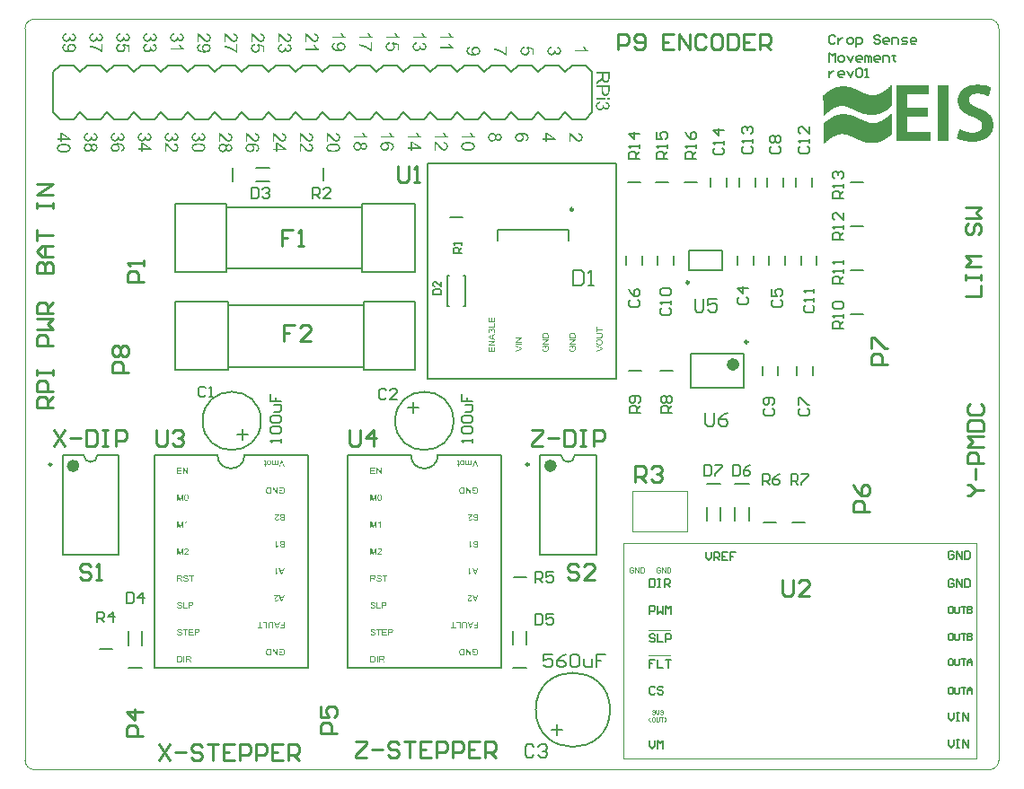
<source format=gto>
G04 Layer_Color=65535*
%FSLAX44Y44*%
%MOMM*%
G71*
G01*
G75*
%ADD22C,0.2500*%
%ADD45C,0.1000*%
%ADD46C,0.2000*%
%ADD47C,0.6000*%
%ADD48C,0.1524*%
%ADD49C,0.0191*%
%ADD50C,0.1250*%
%ADD51C,0.1270*%
%ADD52C,0.2032*%
%ADD53C,0.1700*%
%ADD54C,0.1500*%
%ADD55C,0.1016*%
%ADD56C,0.2540*%
G36*
X222970Y135029D02*
X224959D01*
Y134317D01*
X220171D01*
Y135029D01*
X222170D01*
Y140350D01*
X222970D01*
Y135029D01*
D02*
G37*
G36*
X229228Y134317D02*
X228428D01*
Y139638D01*
X225456D01*
Y140350D01*
X229228D01*
Y134317D01*
D02*
G37*
G36*
X233027Y140444D02*
X233100Y140439D01*
X233184Y140434D01*
X233273Y140423D01*
X233377Y140413D01*
X233482Y140397D01*
X233597Y140381D01*
X233827Y140329D01*
X233943Y140293D01*
X234058Y140256D01*
X234168Y140214D01*
X234272Y140162D01*
X234277Y140156D01*
X234293Y140146D01*
X234325Y140130D01*
X234361Y140109D01*
X234403Y140078D01*
X234455Y140041D01*
X234508Y139994D01*
X234565Y139947D01*
X234628Y139890D01*
X234691Y139827D01*
X234759Y139759D01*
X234822Y139680D01*
X234879Y139597D01*
X234937Y139508D01*
X234989Y139413D01*
X235036Y139314D01*
Y139309D01*
X235047Y139288D01*
X235057Y139256D01*
X235073Y139215D01*
X235089Y139157D01*
X235110Y139089D01*
X235130Y139010D01*
X235151Y138916D01*
X235172Y138817D01*
X235193Y138702D01*
X235214Y138576D01*
X235230Y138440D01*
X235245Y138299D01*
X235256Y138142D01*
X235261Y137975D01*
X235266Y137802D01*
Y134317D01*
X234466D01*
Y137797D01*
Y137807D01*
Y137833D01*
Y137870D01*
Y137927D01*
X234461Y137990D01*
Y138063D01*
X234455Y138147D01*
X234450Y138236D01*
X234429Y138425D01*
X234408Y138613D01*
X234387Y138707D01*
X234372Y138796D01*
X234351Y138880D01*
X234325Y138953D01*
Y138958D01*
X234319Y138969D01*
X234309Y138990D01*
X234298Y139016D01*
X234277Y139047D01*
X234262Y139079D01*
X234204Y139162D01*
X234136Y139256D01*
X234053Y139351D01*
X233948Y139445D01*
X233822Y139529D01*
X233817D01*
X233807Y139539D01*
X233786Y139544D01*
X233759Y139560D01*
X233723Y139576D01*
X233681Y139591D01*
X233634Y139607D01*
X233582Y139628D01*
X233519Y139649D01*
X233456Y139665D01*
X233383Y139680D01*
X233304Y139696D01*
X233137Y139717D01*
X232954Y139727D01*
X232917D01*
X232870Y139722D01*
X232812D01*
X232739Y139717D01*
X232656Y139706D01*
X232567Y139696D01*
X232467Y139675D01*
X232368Y139654D01*
X232263Y139628D01*
X232158Y139597D01*
X232054Y139560D01*
X231954Y139513D01*
X231865Y139460D01*
X231776Y139398D01*
X231703Y139330D01*
X231698Y139325D01*
X231688Y139309D01*
X231667Y139288D01*
X231646Y139251D01*
X231614Y139204D01*
X231583Y139141D01*
X231551Y139073D01*
X231515Y138990D01*
X231478Y138890D01*
X231447Y138780D01*
X231415Y138655D01*
X231384Y138513D01*
X231363Y138362D01*
X231342Y138189D01*
X231332Y138001D01*
X231326Y137797D01*
Y134317D01*
X230526D01*
Y137802D01*
Y137812D01*
Y137844D01*
Y137891D01*
X230531Y137954D01*
Y138027D01*
X230536Y138116D01*
X230542Y138215D01*
X230552Y138325D01*
X230562Y138435D01*
X230578Y138555D01*
X230615Y138796D01*
X230667Y139031D01*
X230699Y139141D01*
X230735Y139246D01*
Y139251D01*
X230746Y139267D01*
X230756Y139298D01*
X230777Y139335D01*
X230798Y139382D01*
X230829Y139434D01*
X230861Y139492D01*
X230903Y139555D01*
X230950Y139623D01*
X231007Y139691D01*
X231065Y139764D01*
X231133Y139837D01*
X231211Y139910D01*
X231290Y139979D01*
X231379Y140052D01*
X231478Y140115D01*
X231483Y140120D01*
X231504Y140130D01*
X231530Y140146D01*
X231578Y140167D01*
X231630Y140193D01*
X231693Y140219D01*
X231766Y140251D01*
X231855Y140282D01*
X231949Y140313D01*
X232054Y140345D01*
X232174Y140371D01*
X232294Y140397D01*
X232430Y140418D01*
X232572Y140434D01*
X232724Y140444D01*
X232886Y140449D01*
X232969D01*
X233027Y140444D01*
D02*
G37*
G36*
X233174Y108917D02*
X230924D01*
X230856Y108922D01*
X230782D01*
X230699Y108927D01*
X230526Y108938D01*
X230348Y108954D01*
X230175Y108975D01*
X230097Y108990D01*
X230024Y109006D01*
X230018D01*
X230003Y109011D01*
X229971Y109017D01*
X229935Y109027D01*
X229893Y109043D01*
X229840Y109058D01*
X229783Y109079D01*
X229720Y109105D01*
X229579Y109163D01*
X229432Y109242D01*
X229281Y109330D01*
X229139Y109440D01*
X229134Y109445D01*
X229118Y109461D01*
X229092Y109482D01*
X229061Y109514D01*
X229019Y109550D01*
X228977Y109602D01*
X228925Y109655D01*
X228872Y109718D01*
X228815Y109791D01*
X228757Y109869D01*
X228694Y109953D01*
X228637Y110047D01*
X228579Y110141D01*
X228527Y110246D01*
X228475Y110356D01*
X228428Y110471D01*
X228423Y110476D01*
X228417Y110497D01*
X228407Y110534D01*
X228391Y110581D01*
X228370Y110644D01*
X228349Y110712D01*
X228328Y110795D01*
X228307Y110884D01*
X228286Y110989D01*
X228265Y111099D01*
X228245Y111214D01*
X228224Y111340D01*
X228208Y111470D01*
X228197Y111612D01*
X228187Y111758D01*
Y111905D01*
Y111910D01*
Y111936D01*
Y111973D01*
Y112020D01*
X228192Y112077D01*
X228197Y112151D01*
X228203Y112229D01*
X228208Y112313D01*
X228213Y112407D01*
X228229Y112501D01*
X228255Y112711D01*
X228297Y112920D01*
X228349Y113124D01*
Y113129D01*
X228354Y113145D01*
X228365Y113176D01*
X228381Y113213D01*
X228396Y113255D01*
X228412Y113307D01*
X228438Y113370D01*
X228459Y113433D01*
X228522Y113569D01*
X228590Y113715D01*
X228674Y113867D01*
X228763Y114003D01*
X228768Y114008D01*
X228773Y114019D01*
X228789Y114034D01*
X228804Y114060D01*
X228857Y114123D01*
X228925Y114202D01*
X229009Y114285D01*
X229103Y114380D01*
X229202Y114469D01*
X229312Y114547D01*
X229317D01*
X229328Y114558D01*
X229343Y114568D01*
X229364Y114579D01*
X229396Y114594D01*
X229427Y114615D01*
X229469Y114636D01*
X229516Y114657D01*
X229621Y114709D01*
X229741Y114756D01*
X229882Y114809D01*
X230034Y114851D01*
X230039D01*
X230055Y114856D01*
X230076Y114861D01*
X230107Y114866D01*
X230149Y114872D01*
X230196Y114882D01*
X230249Y114893D01*
X230311Y114898D01*
X230379Y114908D01*
X230453Y114919D01*
X230536Y114929D01*
X230620Y114934D01*
X230803Y114945D01*
X231002Y114950D01*
X233174D01*
Y108917D01*
D02*
G37*
G36*
X243021Y115044D02*
X243089D01*
X243162Y115039D01*
X243256Y115028D01*
X243356Y115018D01*
X243471Y115002D01*
X243591Y114981D01*
X243717Y114955D01*
X243853Y114929D01*
X243989Y114893D01*
X244130Y114845D01*
X244271Y114798D01*
X244413Y114741D01*
X244549Y114673D01*
X244559Y114668D01*
X244580Y114657D01*
X244617Y114631D01*
X244669Y114599D01*
X244727Y114563D01*
X244800Y114516D01*
X244873Y114458D01*
X244957Y114390D01*
X245046Y114317D01*
X245135Y114238D01*
X245229Y114144D01*
X245318Y114050D01*
X245407Y113940D01*
X245496Y113825D01*
X245574Y113705D01*
X245648Y113574D01*
X245653Y113563D01*
X245663Y113542D01*
X245679Y113501D01*
X245705Y113448D01*
X245731Y113380D01*
X245763Y113297D01*
X245794Y113208D01*
X245831Y113103D01*
X245862Y112988D01*
X245899Y112862D01*
X245930Y112732D01*
X245956Y112590D01*
X245982Y112444D01*
X245998Y112287D01*
X246009Y112125D01*
X246014Y111962D01*
Y111952D01*
Y111920D01*
Y111879D01*
X246009Y111811D01*
X246003Y111737D01*
X245993Y111643D01*
X245982Y111538D01*
X245967Y111429D01*
X245951Y111303D01*
X245925Y111172D01*
X245893Y111036D01*
X245857Y110900D01*
X245815Y110754D01*
X245768Y110607D01*
X245710Y110466D01*
X245648Y110319D01*
X245642Y110309D01*
X245632Y110288D01*
X245611Y110246D01*
X245579Y110194D01*
X245543Y110131D01*
X245496Y110058D01*
X245438Y109979D01*
X245375Y109890D01*
X245307Y109801D01*
X245229Y109707D01*
X245140Y109613D01*
X245046Y109519D01*
X244946Y109425D01*
X244837Y109341D01*
X244716Y109257D01*
X244591Y109184D01*
X244580Y109179D01*
X244559Y109168D01*
X244522Y109147D01*
X244470Y109126D01*
X244402Y109100D01*
X244324Y109069D01*
X244235Y109032D01*
X244130Y108996D01*
X244020Y108964D01*
X243895Y108927D01*
X243764Y108896D01*
X243628Y108870D01*
X243476Y108849D01*
X243324Y108828D01*
X243162Y108818D01*
X242995Y108812D01*
X242932D01*
X242885Y108818D01*
X242827D01*
X242759Y108823D01*
X242686Y108828D01*
X242602Y108839D01*
X242513Y108849D01*
X242419Y108865D01*
X242220Y108901D01*
X242016Y108954D01*
X241812Y109027D01*
X241807D01*
X241791Y109037D01*
X241760Y109048D01*
X241723Y109069D01*
X241681Y109090D01*
X241629Y109116D01*
X241572Y109147D01*
X241509Y109184D01*
X241378Y109268D01*
X241242Y109367D01*
X241106Y109487D01*
X241043Y109555D01*
X240985Y109623D01*
X240980Y109629D01*
X240970Y109639D01*
X240959Y109660D01*
X240938Y109691D01*
X240912Y109728D01*
X240881Y109775D01*
X240849Y109827D01*
X240818Y109885D01*
X240781Y109953D01*
X240745Y110032D01*
X240703Y110110D01*
X240666Y110199D01*
X240630Y110293D01*
X240593Y110393D01*
X240562Y110497D01*
X240530Y110607D01*
X241247Y110806D01*
Y110801D01*
X241252Y110785D01*
X241263Y110764D01*
X241273Y110728D01*
X241284Y110691D01*
X241299Y110644D01*
X241341Y110544D01*
X241388Y110429D01*
X241446Y110309D01*
X241514Y110189D01*
X241587Y110084D01*
Y110079D01*
X241598Y110073D01*
X241624Y110042D01*
X241671Y109990D01*
X241734Y109932D01*
X241817Y109864D01*
X241912Y109791D01*
X242032Y109723D01*
X242163Y109660D01*
X242168D01*
X242178Y109655D01*
X242199Y109644D01*
X242225Y109634D01*
X242262Y109623D01*
X242304Y109608D01*
X242351Y109592D01*
X242403Y109576D01*
X242466Y109566D01*
X242529Y109550D01*
X242670Y109524D01*
X242827Y109503D01*
X242995Y109498D01*
X243084D01*
X243131Y109503D01*
X243188Y109508D01*
X243251Y109514D01*
X243319Y109519D01*
X243466Y109540D01*
X243623Y109566D01*
X243785Y109608D01*
X243942Y109665D01*
X243947D01*
X243957Y109670D01*
X243978Y109681D01*
X244010Y109697D01*
X244041Y109712D01*
X244078Y109733D01*
X244172Y109780D01*
X244271Y109848D01*
X244381Y109922D01*
X244486Y110005D01*
X244585Y110105D01*
Y110110D01*
X244596Y110115D01*
X244606Y110131D01*
X244627Y110152D01*
X244669Y110210D01*
X244721Y110283D01*
X244784Y110372D01*
X244847Y110471D01*
X244904Y110581D01*
X244962Y110701D01*
Y110707D01*
X244972Y110728D01*
X244983Y110759D01*
X244999Y110801D01*
X245014Y110853D01*
X245035Y110911D01*
X245056Y110984D01*
X245077Y111062D01*
X245098Y111151D01*
X245119Y111245D01*
X245140Y111345D01*
X245156Y111449D01*
X245182Y111674D01*
X245187Y111795D01*
X245192Y111915D01*
Y111926D01*
Y111952D01*
Y111994D01*
X245187Y112051D01*
X245182Y112119D01*
X245177Y112198D01*
X245171Y112287D01*
X245156Y112386D01*
X245145Y112491D01*
X245124Y112601D01*
X245077Y112826D01*
X245046Y112941D01*
X245004Y113051D01*
X244962Y113160D01*
X244915Y113265D01*
X244910Y113270D01*
X244899Y113286D01*
X244884Y113317D01*
X244863Y113354D01*
X244837Y113396D01*
X244800Y113448D01*
X244758Y113506D01*
X244711Y113569D01*
X244659Y113631D01*
X244596Y113700D01*
X244528Y113762D01*
X244460Y113830D01*
X244381Y113893D01*
X244298Y113956D01*
X244203Y114013D01*
X244109Y114066D01*
X244104Y114071D01*
X244083Y114076D01*
X244057Y114092D01*
X244015Y114108D01*
X243968Y114129D01*
X243910Y114150D01*
X243842Y114170D01*
X243769Y114197D01*
X243685Y114223D01*
X243596Y114244D01*
X243507Y114265D01*
X243408Y114285D01*
X243199Y114317D01*
X243089Y114322D01*
X242979Y114327D01*
X242927D01*
X242890Y114322D01*
X242843D01*
X242791Y114317D01*
X242728Y114312D01*
X242660Y114301D01*
X242587Y114291D01*
X242503Y114280D01*
X242335Y114244D01*
X242152Y114197D01*
X241969Y114129D01*
X241964D01*
X241948Y114118D01*
X241922Y114108D01*
X241885Y114092D01*
X241844Y114076D01*
X241796Y114055D01*
X241687Y114003D01*
X241566Y113935D01*
X241441Y113867D01*
X241320Y113788D01*
X241268Y113747D01*
X241216Y113705D01*
Y112585D01*
X242990D01*
Y111873D01*
X240436D01*
Y114113D01*
X240441Y114118D01*
X240462Y114134D01*
X240494Y114155D01*
X240536Y114191D01*
X240593Y114228D01*
X240656Y114275D01*
X240729Y114322D01*
X240807Y114374D01*
X240896Y114432D01*
X240996Y114490D01*
X241095Y114547D01*
X241200Y114605D01*
X241425Y114715D01*
X241540Y114767D01*
X241655Y114814D01*
X241660D01*
X241681Y114824D01*
X241718Y114835D01*
X241765Y114851D01*
X241817Y114866D01*
X241885Y114887D01*
X241964Y114908D01*
X242048Y114929D01*
X242142Y114955D01*
X242241Y114976D01*
X242346Y114997D01*
X242461Y115013D01*
X242691Y115039D01*
X242812Y115044D01*
X242937Y115049D01*
X242979D01*
X243021Y115044D01*
D02*
G37*
G36*
X239264Y108917D02*
X238448D01*
X235277Y113658D01*
Y108917D01*
X234513D01*
Y114950D01*
X235334D01*
X238500Y110215D01*
Y114950D01*
X239264D01*
Y108917D01*
D02*
G37*
G36*
X246014Y134317D02*
X241943D01*
Y135029D01*
X245213D01*
Y136897D01*
X242383D01*
Y137608D01*
X245213D01*
Y140350D01*
X246014D01*
Y134317D01*
D02*
G37*
G36*
X237982Y186436D02*
X237987Y186441D01*
X237992Y186446D01*
X238008Y186462D01*
X238029Y186478D01*
X238060Y186504D01*
X238092Y186530D01*
X238129Y186561D01*
X238170Y186598D01*
X238275Y186671D01*
X238395Y186760D01*
X238531Y186854D01*
X238688Y186948D01*
X238694Y186954D01*
X238709Y186959D01*
X238730Y186975D01*
X238762Y186990D01*
X238798Y187011D01*
X238840Y187032D01*
X238892Y187064D01*
X238945Y187090D01*
X239065Y187153D01*
X239196Y187215D01*
X239332Y187278D01*
X239463Y187330D01*
Y186614D01*
X239458Y186608D01*
X239437Y186598D01*
X239400Y186582D01*
X239358Y186561D01*
X239306Y186535D01*
X239243Y186498D01*
X239175Y186462D01*
X239097Y186415D01*
X239013Y186368D01*
X238929Y186310D01*
X238746Y186190D01*
X238558Y186054D01*
X238380Y185907D01*
X238375Y185902D01*
X238359Y185886D01*
X238338Y185865D01*
X238301Y185834D01*
X238265Y185797D01*
X238223Y185755D01*
X238176Y185703D01*
X238123Y185651D01*
X238013Y185525D01*
X237904Y185389D01*
X237804Y185243D01*
X237757Y185169D01*
X237720Y185096D01*
X237239D01*
Y191150D01*
X237982D01*
Y186436D01*
D02*
G37*
G36*
X243696Y185117D02*
X242838D01*
X240373Y191150D01*
X241278D01*
X241974Y189324D01*
X244512D01*
X245166Y191150D01*
X246009D01*
X243696Y185117D01*
D02*
G37*
G36*
X238610Y211836D02*
X238615Y211841D01*
X238620Y211846D01*
X238636Y211862D01*
X238657Y211877D01*
X238688Y211904D01*
X238720Y211930D01*
X238756Y211961D01*
X238798Y211998D01*
X238903Y212071D01*
X239023Y212160D01*
X239159Y212254D01*
X239316Y212348D01*
X239321Y212354D01*
X239337Y212359D01*
X239358Y212375D01*
X239390Y212390D01*
X239426Y212411D01*
X239468Y212432D01*
X239520Y212463D01*
X239573Y212490D01*
X239693Y212553D01*
X239824Y212615D01*
X239960Y212678D01*
X240091Y212730D01*
Y212013D01*
X240086Y212008D01*
X240065Y211998D01*
X240028Y211982D01*
X239986Y211961D01*
X239934Y211935D01*
X239871Y211898D01*
X239803Y211862D01*
X239724Y211815D01*
X239641Y211768D01*
X239557Y211710D01*
X239374Y211590D01*
X239186Y211454D01*
X239008Y211307D01*
X239002Y211302D01*
X238987Y211286D01*
X238966Y211265D01*
X238929Y211234D01*
X238892Y211197D01*
X238851Y211155D01*
X238804Y211103D01*
X238751Y211051D01*
X238641Y210925D01*
X238531Y210789D01*
X238432Y210643D01*
X238385Y210569D01*
X238348Y210496D01*
X237867D01*
Y216550D01*
X238610D01*
Y211836D01*
D02*
G37*
G36*
X239248Y134317D02*
X238390D01*
X235926Y140350D01*
X236831D01*
X237527Y138524D01*
X240065D01*
X240719Y140350D01*
X241561D01*
X239248Y134317D01*
D02*
G37*
G36*
X240122Y165745D02*
Y165739D01*
Y165724D01*
Y165703D01*
Y165651D01*
X240117Y165588D01*
X240106Y165509D01*
X240091Y165420D01*
X240070Y165331D01*
X240038Y165237D01*
Y165232D01*
X240033Y165216D01*
X240023Y165195D01*
X240007Y165169D01*
X239991Y165133D01*
X239970Y165086D01*
X239949Y165038D01*
X239918Y164986D01*
X239855Y164860D01*
X239766Y164730D01*
X239667Y164583D01*
X239552Y164437D01*
X239547Y164431D01*
X239536Y164421D01*
X239515Y164395D01*
X239489Y164369D01*
X239452Y164332D01*
X239410Y164285D01*
X239363Y164233D01*
X239306Y164175D01*
X239238Y164112D01*
X239170Y164044D01*
X239086Y163966D01*
X239002Y163887D01*
X238908Y163804D01*
X238809Y163715D01*
X238699Y163620D01*
X238584Y163526D01*
X238578D01*
X238573Y163516D01*
X238542Y163490D01*
X238490Y163448D01*
X238427Y163390D01*
X238343Y163322D01*
X238254Y163244D01*
X238155Y163155D01*
X238050Y163061D01*
X237940Y162961D01*
X237825Y162857D01*
X237715Y162752D01*
X237605Y162642D01*
X237506Y162537D01*
X237412Y162433D01*
X237328Y162339D01*
X237255Y162244D01*
X237250Y162239D01*
X237239Y162223D01*
X237223Y162197D01*
X237202Y162166D01*
X237176Y162124D01*
X237145Y162072D01*
X237113Y162019D01*
X237082Y161957D01*
X237019Y161821D01*
X236962Y161669D01*
X236941Y161590D01*
X236925Y161512D01*
X236915Y161433D01*
X236909Y161355D01*
Y161350D01*
Y161334D01*
Y161313D01*
X236915Y161282D01*
X236920Y161245D01*
X236925Y161198D01*
X236936Y161151D01*
X236946Y161098D01*
X236988Y160978D01*
X237009Y160921D01*
X237040Y160858D01*
X237077Y160795D01*
X237119Y160732D01*
X237166Y160669D01*
X237223Y160612D01*
X237229Y160607D01*
X237239Y160596D01*
X237255Y160586D01*
X237281Y160565D01*
X237312Y160544D01*
X237349Y160518D01*
X237391Y160486D01*
X237443Y160460D01*
X237501Y160434D01*
X237563Y160403D01*
X237631Y160376D01*
X237705Y160355D01*
X237778Y160334D01*
X237862Y160319D01*
X237951Y160313D01*
X238045Y160308D01*
X238097D01*
X238134Y160313D01*
X238176Y160319D01*
X238228Y160324D01*
X238291Y160334D01*
X238354Y160350D01*
X238490Y160387D01*
X238558Y160413D01*
X238631Y160444D01*
X238699Y160481D01*
X238767Y160528D01*
X238835Y160575D01*
X238898Y160633D01*
X238903Y160638D01*
X238913Y160648D01*
X238929Y160664D01*
X238945Y160690D01*
X238971Y160727D01*
X238997Y160763D01*
X239028Y160811D01*
X239055Y160863D01*
X239086Y160926D01*
X239118Y160994D01*
X239144Y161067D01*
X239165Y161145D01*
X239186Y161229D01*
X239201Y161323D01*
X239212Y161418D01*
X239217Y161522D01*
X239981Y161444D01*
Y161433D01*
X239976Y161407D01*
X239970Y161360D01*
X239960Y161303D01*
X239949Y161234D01*
X239928Y161151D01*
X239908Y161062D01*
X239881Y160962D01*
X239845Y160858D01*
X239808Y160753D01*
X239761Y160643D01*
X239704Y160539D01*
X239641Y160429D01*
X239573Y160329D01*
X239489Y160235D01*
X239400Y160146D01*
X239395Y160141D01*
X239374Y160125D01*
X239348Y160104D01*
X239306Y160078D01*
X239254Y160042D01*
X239191Y160005D01*
X239118Y159963D01*
X239034Y159921D01*
X238945Y159879D01*
X238840Y159837D01*
X238725Y159801D01*
X238605Y159764D01*
X238474Y159738D01*
X238333Y159717D01*
X238186Y159701D01*
X238029Y159696D01*
X237992D01*
X237945Y159701D01*
X237888D01*
X237815Y159712D01*
X237726Y159722D01*
X237631Y159738D01*
X237532Y159754D01*
X237422Y159780D01*
X237312Y159811D01*
X237197Y159853D01*
X237082Y159900D01*
X236967Y159952D01*
X236857Y160021D01*
X236752Y160094D01*
X236653Y160177D01*
X236648Y160183D01*
X236632Y160198D01*
X236606Y160225D01*
X236574Y160261D01*
X236533Y160308D01*
X236491Y160366D01*
X236449Y160434D01*
X236397Y160507D01*
X236350Y160591D01*
X236308Y160680D01*
X236261Y160779D01*
X236224Y160884D01*
X236193Y160994D01*
X236166Y161114D01*
X236151Y161240D01*
X236145Y161371D01*
Y161376D01*
Y161386D01*
Y161407D01*
Y161433D01*
X236151Y161465D01*
Y161507D01*
X236166Y161595D01*
X236182Y161705D01*
X236208Y161826D01*
X236245Y161957D01*
X236297Y162087D01*
Y162093D01*
X236302Y162103D01*
X236313Y162124D01*
X236323Y162145D01*
X236339Y162181D01*
X236360Y162218D01*
X236386Y162260D01*
X236412Y162307D01*
X236480Y162417D01*
X236564Y162543D01*
X236669Y162679D01*
X236789Y162820D01*
X236794Y162825D01*
X236805Y162836D01*
X236826Y162862D01*
X236852Y162893D01*
X236894Y162930D01*
X236941Y162977D01*
X236993Y163034D01*
X237056Y163097D01*
X237134Y163170D01*
X237218Y163249D01*
X237307Y163338D01*
X237412Y163432D01*
X237522Y163531D01*
X237647Y163641D01*
X237778Y163757D01*
X237924Y163882D01*
X237930Y163887D01*
X237956Y163908D01*
X237987Y163934D01*
X238034Y163971D01*
X238087Y164018D01*
X238144Y164070D01*
X238212Y164128D01*
X238280Y164186D01*
X238427Y164311D01*
X238568Y164437D01*
X238631Y164494D01*
X238694Y164552D01*
X238741Y164599D01*
X238783Y164641D01*
X238793Y164651D01*
X238814Y164672D01*
X238851Y164714D01*
X238892Y164766D01*
X238940Y164824D01*
X238992Y164892D01*
X239044Y164965D01*
X239091Y165038D01*
X236135D01*
Y165750D01*
X240122D01*
Y165745D01*
D02*
G37*
G36*
X243696Y159717D02*
X242838D01*
X240373Y165750D01*
X241278D01*
X241974Y163924D01*
X244512D01*
X245166Y165750D01*
X246009D01*
X243696Y159717D01*
D02*
G37*
G36*
X332461Y203850D02*
X331692D01*
Y208899D01*
X329928Y203850D01*
X329212D01*
X327469Y208988D01*
Y203850D01*
X326700D01*
Y209883D01*
X327898D01*
X329327Y205608D01*
Y205603D01*
X329337Y205582D01*
X329348Y205550D01*
X329358Y205509D01*
X329374Y205462D01*
X329395Y205404D01*
X329416Y205341D01*
X329437Y205273D01*
X329484Y205127D01*
X329531Y204980D01*
X329578Y204839D01*
X329599Y204771D01*
X329614Y204713D01*
Y204719D01*
X329620Y204729D01*
X329625Y204750D01*
X329635Y204776D01*
X329646Y204807D01*
X329661Y204849D01*
X329677Y204902D01*
X329693Y204959D01*
X329714Y205022D01*
X329740Y205095D01*
X329766Y205174D01*
X329798Y205263D01*
X329829Y205357D01*
X329860Y205456D01*
X329897Y205566D01*
X329939Y205681D01*
X331383Y209883D01*
X332461D01*
Y203850D01*
D02*
G37*
G36*
X336233Y229250D02*
X335490D01*
Y233964D01*
X335485Y233959D01*
X335480Y233954D01*
X335464Y233938D01*
X335443Y233923D01*
X335412Y233896D01*
X335381Y233870D01*
X335344Y233839D01*
X335302Y233802D01*
X335197Y233729D01*
X335077Y233640D01*
X334941Y233546D01*
X334784Y233452D01*
X334779Y233446D01*
X334763Y233441D01*
X334742Y233426D01*
X334711Y233410D01*
X334674Y233389D01*
X334632Y233368D01*
X334580Y233337D01*
X334528Y233310D01*
X334407Y233248D01*
X334277Y233185D01*
X334141Y233122D01*
X334010Y233070D01*
Y233787D01*
X334015Y233792D01*
X334036Y233802D01*
X334072Y233818D01*
X334114Y233839D01*
X334167Y233865D01*
X334229Y233902D01*
X334297Y233938D01*
X334376Y233985D01*
X334460Y234032D01*
X334543Y234090D01*
X334726Y234210D01*
X334915Y234346D01*
X335093Y234493D01*
X335098Y234498D01*
X335114Y234514D01*
X335135Y234535D01*
X335171Y234566D01*
X335208Y234603D01*
X335250Y234645D01*
X335297Y234697D01*
X335349Y234749D01*
X335459Y234875D01*
X335569Y235011D01*
X335668Y235157D01*
X335715Y235231D01*
X335752Y235304D01*
X336233D01*
Y229250D01*
D02*
G37*
G36*
X332461D02*
X331692D01*
Y234299D01*
X329928Y229250D01*
X329212D01*
X327469Y234388D01*
Y229250D01*
X326700D01*
Y235283D01*
X327898D01*
X329327Y231008D01*
Y231003D01*
X329337Y230982D01*
X329348Y230951D01*
X329358Y230909D01*
X329374Y230862D01*
X329395Y230804D01*
X329416Y230741D01*
X329437Y230673D01*
X329484Y230527D01*
X329531Y230380D01*
X329578Y230239D01*
X329599Y230171D01*
X329614Y230113D01*
Y230119D01*
X329620Y230129D01*
X329625Y230150D01*
X329635Y230176D01*
X329646Y230208D01*
X329661Y230249D01*
X329677Y230302D01*
X329693Y230359D01*
X329714Y230422D01*
X329740Y230495D01*
X329766Y230574D01*
X329798Y230663D01*
X329829Y230757D01*
X329860Y230856D01*
X329897Y230966D01*
X329939Y231081D01*
X331383Y235283D01*
X332461D01*
Y229250D01*
D02*
G37*
G36*
X342732Y183771D02*
X340733D01*
Y178450D01*
X339933D01*
Y183771D01*
X337944D01*
Y184483D01*
X342732D01*
Y183771D01*
D02*
G37*
G36*
X334962Y184582D02*
X335019D01*
X335088Y184577D01*
X335166Y184572D01*
X335250Y184562D01*
X335339Y184551D01*
X335433Y184535D01*
X335632Y184493D01*
X335836Y184441D01*
X336035Y184368D01*
X336040D01*
X336055Y184357D01*
X336082Y184347D01*
X336118Y184326D01*
X336160Y184305D01*
X336213Y184279D01*
X336265Y184247D01*
X336328Y184206D01*
X336453Y184117D01*
X336584Y184007D01*
X336710Y183881D01*
X336772Y183808D01*
X336825Y183729D01*
X336830Y183724D01*
X336835Y183709D01*
X336851Y183688D01*
X336867Y183656D01*
X336888Y183614D01*
X336914Y183567D01*
X336940Y183515D01*
X336966Y183452D01*
X336992Y183389D01*
X337018Y183316D01*
X337044Y183238D01*
X337065Y183154D01*
X337102Y182976D01*
X337118Y182882D01*
X337123Y182782D01*
X336359Y182725D01*
Y182730D01*
X336354Y182751D01*
X336349Y182777D01*
X336343Y182819D01*
X336333Y182866D01*
X336322Y182918D01*
X336301Y182981D01*
X336281Y183049D01*
X336228Y183185D01*
X336192Y183259D01*
X336155Y183332D01*
X336108Y183400D01*
X336055Y183468D01*
X335998Y183531D01*
X335935Y183588D01*
X335930Y183594D01*
X335919Y183599D01*
X335899Y183614D01*
X335867Y183635D01*
X335830Y183656D01*
X335789Y183682D01*
X335731Y183709D01*
X335668Y183735D01*
X335600Y183761D01*
X335522Y183787D01*
X335438Y183813D01*
X335344Y183834D01*
X335239Y183855D01*
X335129Y183871D01*
X335009Y183876D01*
X334883Y183881D01*
X334815D01*
X334763Y183876D01*
X334706Y183871D01*
X334638Y183866D01*
X334559Y183860D01*
X334481Y183850D01*
X334303Y183818D01*
X334130Y183771D01*
X334046Y183740D01*
X333963Y183703D01*
X333889Y183661D01*
X333821Y183614D01*
X333816Y183609D01*
X333806Y183604D01*
X333790Y183588D01*
X333769Y183567D01*
X333743Y183541D01*
X333717Y183510D01*
X333659Y183437D01*
X333596Y183342D01*
X333544Y183232D01*
X333523Y183170D01*
X333507Y183107D01*
X333497Y183039D01*
X333492Y182971D01*
Y182966D01*
Y182955D01*
Y182939D01*
X333497Y182918D01*
X333502Y182856D01*
X333523Y182782D01*
X333549Y182699D01*
X333591Y182610D01*
X333649Y182521D01*
X333685Y182479D01*
X333727Y182437D01*
X333732D01*
X333738Y182427D01*
X333753Y182416D01*
X333779Y182400D01*
X333811Y182379D01*
X333853Y182359D01*
X333905Y182332D01*
X333963Y182306D01*
X334036Y182275D01*
X334125Y182238D01*
X334219Y182207D01*
X334334Y182170D01*
X334460Y182128D01*
X334601Y182092D01*
X334758Y182050D01*
X334931Y182008D01*
X334941D01*
X334972Y181998D01*
X335025Y181987D01*
X335088Y181971D01*
X335171Y181950D01*
X335260Y181930D01*
X335360Y181903D01*
X335464Y181877D01*
X335689Y181820D01*
X335909Y181757D01*
X336014Y181720D01*
X336113Y181689D01*
X336202Y181658D01*
X336275Y181626D01*
X336281Y181621D01*
X336296Y181616D01*
X336328Y181600D01*
X336359Y181584D01*
X336406Y181558D01*
X336453Y181527D01*
X336511Y181495D01*
X336568Y181459D01*
X336694Y181370D01*
X336825Y181260D01*
X336945Y181140D01*
X336997Y181077D01*
X337050Y181009D01*
X337055Y181003D01*
X337060Y180993D01*
X337076Y180972D01*
X337092Y180941D01*
X337107Y180909D01*
X337133Y180867D01*
X337154Y180815D01*
X337180Y180763D01*
X337201Y180700D01*
X337228Y180637D01*
X337264Y180491D01*
X337296Y180328D01*
X337301Y180240D01*
X337306Y180151D01*
Y180145D01*
Y180130D01*
Y180103D01*
X337301Y180067D01*
X337296Y180025D01*
X337290Y179978D01*
X337285Y179920D01*
X337270Y179858D01*
X337238Y179716D01*
X337191Y179564D01*
X337160Y179486D01*
X337123Y179408D01*
X337076Y179324D01*
X337029Y179245D01*
X337024Y179240D01*
X337018Y179224D01*
X336997Y179203D01*
X336976Y179177D01*
X336950Y179141D01*
X336914Y179099D01*
X336872Y179052D01*
X336825Y179005D01*
X336772Y178952D01*
X336715Y178900D01*
X336647Y178842D01*
X336579Y178790D01*
X336500Y178733D01*
X336417Y178680D01*
X336328Y178633D01*
X336233Y178586D01*
X336228D01*
X336213Y178576D01*
X336181Y178565D01*
X336144Y178549D01*
X336092Y178534D01*
X336035Y178513D01*
X335967Y178492D01*
X335893Y178471D01*
X335810Y178445D01*
X335721Y178424D01*
X335626Y178403D01*
X335527Y178387D01*
X335417Y178372D01*
X335307Y178361D01*
X335192Y178356D01*
X335072Y178351D01*
X334993D01*
X334936Y178356D01*
X334863D01*
X334784Y178361D01*
X334690Y178372D01*
X334590Y178382D01*
X334486Y178393D01*
X334376Y178408D01*
X334146Y178450D01*
X333915Y178508D01*
X333800Y178544D01*
X333696Y178586D01*
X333690Y178591D01*
X333670Y178596D01*
X333643Y178612D01*
X333607Y178633D01*
X333560Y178654D01*
X333502Y178685D01*
X333445Y178722D01*
X333382Y178764D01*
X333308Y178816D01*
X333241Y178869D01*
X333167Y178926D01*
X333094Y178989D01*
X333026Y179062D01*
X332953Y179135D01*
X332890Y179214D01*
X332827Y179303D01*
X332822Y179308D01*
X332812Y179324D01*
X332796Y179350D01*
X332780Y179387D01*
X332754Y179434D01*
X332728Y179486D01*
X332696Y179549D01*
X332670Y179622D01*
X332639Y179695D01*
X332607Y179779D01*
X332581Y179868D01*
X332555Y179967D01*
X332518Y180172D01*
X332503Y180281D01*
X332497Y180391D01*
X333251Y180459D01*
Y180454D01*
X333256Y180438D01*
Y180417D01*
X333261Y180386D01*
X333267Y180344D01*
X333277Y180302D01*
X333288Y180250D01*
X333303Y180198D01*
X333335Y180077D01*
X333377Y179952D01*
X333429Y179826D01*
X333497Y179711D01*
Y179706D01*
X333507Y179701D01*
X333518Y179685D01*
X333534Y179664D01*
X333581Y179612D01*
X333649Y179544D01*
X333732Y179465D01*
X333837Y179387D01*
X333963Y179313D01*
X334104Y179240D01*
X334109D01*
X334125Y179235D01*
X334146Y179224D01*
X334177Y179214D01*
X334214Y179198D01*
X334261Y179182D01*
X334313Y179167D01*
X334376Y179151D01*
X334444Y179135D01*
X334512Y179120D01*
X334669Y179088D01*
X334847Y179067D01*
X335035Y179062D01*
X335114D01*
X335150Y179067D01*
X335197D01*
X335250Y179073D01*
X335307Y179078D01*
X335433Y179094D01*
X335569Y179120D01*
X335705Y179151D01*
X335841Y179198D01*
X335846D01*
X335857Y179203D01*
X335872Y179214D01*
X335899Y179224D01*
X335961Y179256D01*
X336040Y179298D01*
X336124Y179350D01*
X336207Y179413D01*
X336291Y179486D01*
X336364Y179570D01*
Y179575D01*
X336370Y179580D01*
X336390Y179612D01*
X336417Y179659D01*
X336453Y179722D01*
X336485Y179800D01*
X336511Y179889D01*
X336532Y179983D01*
X336537Y180088D01*
Y180093D01*
Y180098D01*
Y180114D01*
Y180135D01*
X336526Y180187D01*
X336516Y180255D01*
X336495Y180334D01*
X336469Y180412D01*
X336427Y180501D01*
X336370Y180580D01*
X336364Y180590D01*
X336338Y180616D01*
X336296Y180653D01*
X336239Y180705D01*
X336165Y180763D01*
X336071Y180820D01*
X335956Y180878D01*
X335825Y180935D01*
X335820D01*
X335815Y180941D01*
X335799Y180946D01*
X335773Y180951D01*
X335742Y180962D01*
X335705Y180977D01*
X335658Y180993D01*
X335600Y181009D01*
X335532Y181024D01*
X335454Y181050D01*
X335365Y181071D01*
X335265Y181098D01*
X335156Y181129D01*
X335030Y181160D01*
X334894Y181192D01*
X334742Y181228D01*
X334732D01*
X334706Y181239D01*
X334664Y181249D01*
X334606Y181265D01*
X334538Y181281D01*
X334460Y181302D01*
X334376Y181328D01*
X334287Y181354D01*
X334093Y181411D01*
X333900Y181474D01*
X333806Y181506D01*
X333722Y181537D01*
X333643Y181574D01*
X333575Y181605D01*
X333570Y181610D01*
X333554Y181616D01*
X333534Y181631D01*
X333507Y181647D01*
X333471Y181668D01*
X333429Y181694D01*
X333335Y181762D01*
X333230Y181846D01*
X333125Y181940D01*
X333021Y182050D01*
X332932Y182170D01*
Y182176D01*
X332921Y182186D01*
X332911Y182202D01*
X332900Y182228D01*
X332885Y182259D01*
X332864Y182296D01*
X332848Y182343D01*
X332827Y182390D01*
X332790Y182500D01*
X332754Y182626D01*
X332733Y182767D01*
X332723Y182918D01*
Y182924D01*
Y182939D01*
Y182966D01*
X332728Y182997D01*
X332733Y183039D01*
X332738Y183086D01*
X332743Y183138D01*
X332754Y183201D01*
X332785Y183332D01*
X332832Y183473D01*
X332859Y183552D01*
X332895Y183625D01*
X332932Y183703D01*
X332979Y183777D01*
X332984Y183782D01*
X332989Y183792D01*
X333005Y183813D01*
X333026Y183845D01*
X333057Y183876D01*
X333089Y183913D01*
X333125Y183955D01*
X333172Y184002D01*
X333225Y184049D01*
X333277Y184101D01*
X333340Y184148D01*
X333408Y184200D01*
X333481Y184247D01*
X333565Y184295D01*
X333649Y184336D01*
X333738Y184378D01*
X333743D01*
X333759Y184389D01*
X333790Y184399D01*
X333826Y184410D01*
X333874Y184425D01*
X333931Y184446D01*
X333994Y184462D01*
X334067Y184483D01*
X334146Y184504D01*
X334229Y184520D01*
X334318Y184541D01*
X334418Y184556D01*
X334627Y184577D01*
X334847Y184588D01*
X334915D01*
X334962Y184582D01*
D02*
G37*
G36*
X335527Y209899D02*
X335585D01*
X335658Y209888D01*
X335747Y209878D01*
X335841Y209862D01*
X335940Y209846D01*
X336050Y209820D01*
X336160Y209789D01*
X336275Y209747D01*
X336390Y209700D01*
X336506Y209648D01*
X336615Y209580D01*
X336720Y209506D01*
X336819Y209422D01*
X336825Y209417D01*
X336840Y209402D01*
X336867Y209375D01*
X336898Y209339D01*
X336940Y209292D01*
X336982Y209234D01*
X337024Y209166D01*
X337076Y209093D01*
X337123Y209009D01*
X337165Y208920D01*
X337212Y208821D01*
X337248Y208716D01*
X337280Y208606D01*
X337306Y208486D01*
X337322Y208360D01*
X337327Y208230D01*
Y208224D01*
Y208214D01*
Y208193D01*
Y208167D01*
X337322Y208135D01*
Y208093D01*
X337306Y208004D01*
X337290Y207895D01*
X337264Y207774D01*
X337228Y207644D01*
X337175Y207513D01*
Y207507D01*
X337170Y207497D01*
X337160Y207476D01*
X337149Y207455D01*
X337133Y207418D01*
X337113Y207382D01*
X337086Y207340D01*
X337060Y207293D01*
X336992Y207183D01*
X336908Y207057D01*
X336804Y206921D01*
X336683Y206780D01*
X336678Y206775D01*
X336668Y206765D01*
X336647Y206738D01*
X336621Y206707D01*
X336579Y206670D01*
X336532Y206623D01*
X336479Y206566D01*
X336417Y206503D01*
X336338Y206430D01*
X336254Y206351D01*
X336165Y206262D01*
X336061Y206168D01*
X335951Y206068D01*
X335825Y205959D01*
X335695Y205844D01*
X335548Y205718D01*
X335543Y205713D01*
X335517Y205692D01*
X335485Y205666D01*
X335438Y205629D01*
X335386Y205582D01*
X335328Y205530D01*
X335260Y205472D01*
X335192Y205415D01*
X335046Y205289D01*
X334904Y205163D01*
X334842Y205106D01*
X334779Y205048D01*
X334732Y205001D01*
X334690Y204959D01*
X334679Y204949D01*
X334659Y204928D01*
X334622Y204886D01*
X334580Y204834D01*
X334533Y204776D01*
X334481Y204708D01*
X334428Y204635D01*
X334381Y204562D01*
X337337D01*
Y203850D01*
X333350D01*
Y203855D01*
Y203860D01*
Y203876D01*
Y203897D01*
Y203949D01*
X333356Y204012D01*
X333366Y204091D01*
X333382Y204180D01*
X333403Y204269D01*
X333434Y204363D01*
Y204368D01*
X333439Y204384D01*
X333450Y204405D01*
X333465Y204431D01*
X333481Y204467D01*
X333502Y204515D01*
X333523Y204562D01*
X333554Y204614D01*
X333617Y204739D01*
X333706Y204870D01*
X333806Y205017D01*
X333921Y205163D01*
X333926Y205169D01*
X333936Y205179D01*
X333957Y205205D01*
X333983Y205231D01*
X334020Y205268D01*
X334062Y205315D01*
X334109Y205367D01*
X334167Y205425D01*
X334235Y205488D01*
X334303Y205556D01*
X334386Y205634D01*
X334470Y205713D01*
X334564Y205797D01*
X334664Y205885D01*
X334774Y205980D01*
X334889Y206074D01*
X334894D01*
X334899Y206084D01*
X334931Y206110D01*
X334983Y206152D01*
X335046Y206210D01*
X335129Y206278D01*
X335218Y206356D01*
X335318Y206445D01*
X335422Y206539D01*
X335532Y206639D01*
X335647Y206744D01*
X335757Y206848D01*
X335867Y206958D01*
X335967Y207063D01*
X336061Y207167D01*
X336144Y207262D01*
X336218Y207356D01*
X336223Y207361D01*
X336233Y207377D01*
X336249Y207403D01*
X336270Y207434D01*
X336296Y207476D01*
X336328Y207528D01*
X336359Y207581D01*
X336390Y207644D01*
X336453Y207780D01*
X336511Y207931D01*
X336532Y208010D01*
X336547Y208088D01*
X336558Y208167D01*
X336563Y208245D01*
Y208251D01*
Y208266D01*
Y208287D01*
X336558Y208319D01*
X336553Y208355D01*
X336547Y208402D01*
X336537Y208449D01*
X336526Y208502D01*
X336485Y208622D01*
X336464Y208680D01*
X336432Y208742D01*
X336396Y208805D01*
X336354Y208868D01*
X336307Y208931D01*
X336249Y208988D01*
X336244Y208993D01*
X336233Y209004D01*
X336218Y209014D01*
X336192Y209035D01*
X336160Y209056D01*
X336124Y209082D01*
X336082Y209114D01*
X336029Y209140D01*
X335972Y209166D01*
X335909Y209198D01*
X335841Y209224D01*
X335768Y209245D01*
X335695Y209265D01*
X335611Y209281D01*
X335522Y209286D01*
X335428Y209292D01*
X335375D01*
X335339Y209286D01*
X335297Y209281D01*
X335244Y209276D01*
X335182Y209265D01*
X335119Y209250D01*
X334983Y209213D01*
X334915Y209187D01*
X334842Y209156D01*
X334774Y209119D01*
X334706Y209072D01*
X334638Y209025D01*
X334575Y208967D01*
X334570Y208962D01*
X334559Y208952D01*
X334543Y208936D01*
X334528Y208910D01*
X334501Y208873D01*
X334475Y208836D01*
X334444Y208789D01*
X334418Y208737D01*
X334386Y208674D01*
X334355Y208606D01*
X334329Y208533D01*
X334308Y208454D01*
X334287Y208371D01*
X334271Y208277D01*
X334261Y208182D01*
X334256Y208078D01*
X333492Y208156D01*
Y208167D01*
X333497Y208193D01*
X333502Y208240D01*
X333513Y208298D01*
X333523Y208366D01*
X333544Y208449D01*
X333565Y208538D01*
X333591Y208638D01*
X333628Y208742D01*
X333664Y208847D01*
X333711Y208957D01*
X333769Y209062D01*
X333832Y209171D01*
X333900Y209271D01*
X333983Y209365D01*
X334072Y209454D01*
X334078Y209459D01*
X334099Y209475D01*
X334125Y209496D01*
X334167Y209522D01*
X334219Y209559D01*
X334282Y209595D01*
X334355Y209637D01*
X334439Y209679D01*
X334528Y209721D01*
X334632Y209763D01*
X334747Y209799D01*
X334868Y209836D01*
X334999Y209862D01*
X335140Y209883D01*
X335286Y209899D01*
X335443Y209904D01*
X335480D01*
X335527Y209899D01*
D02*
G37*
G36*
X335496Y260699D02*
X335537D01*
X335585Y260693D01*
X335637Y260688D01*
X335700Y260678D01*
X335830Y260657D01*
X335972Y260620D01*
X336118Y260573D01*
X336260Y260505D01*
X336265D01*
X336275Y260495D01*
X336296Y260484D01*
X336322Y260468D01*
X336354Y260448D01*
X336390Y260427D01*
X336474Y260364D01*
X336573Y260280D01*
X336673Y260186D01*
X336772Y260071D01*
X336867Y259940D01*
X336872Y259935D01*
X336877Y259924D01*
X336888Y259903D01*
X336908Y259877D01*
X336924Y259841D01*
X336950Y259799D01*
X336976Y259746D01*
X337003Y259689D01*
X337034Y259631D01*
X337065Y259563D01*
X337097Y259485D01*
X337128Y259406D01*
X337186Y259234D01*
X337243Y259045D01*
Y259040D01*
X337248Y259019D01*
X337254Y258993D01*
X337264Y258951D01*
X337275Y258894D01*
X337285Y258831D01*
X337301Y258757D01*
X337311Y258668D01*
X337322Y258574D01*
X337337Y258464D01*
X337348Y258349D01*
X337358Y258224D01*
X337369Y258088D01*
X337374Y257941D01*
X337379Y257784D01*
Y257622D01*
Y257617D01*
Y257612D01*
Y257596D01*
Y257575D01*
Y257517D01*
X337374Y257444D01*
Y257355D01*
X337369Y257250D01*
X337364Y257135D01*
X337353Y257010D01*
X337343Y256874D01*
X337327Y256738D01*
X337285Y256450D01*
X337264Y256309D01*
X337233Y256167D01*
X337196Y256031D01*
X337160Y255906D01*
Y255901D01*
X337149Y255880D01*
X337139Y255843D01*
X337118Y255801D01*
X337097Y255744D01*
X337065Y255681D01*
X337034Y255613D01*
X336997Y255539D01*
X336903Y255377D01*
X336793Y255210D01*
X336657Y255048D01*
X336584Y254969D01*
X336506Y254901D01*
X336500Y254896D01*
X336485Y254886D01*
X336464Y254870D01*
X336427Y254849D01*
X336385Y254817D01*
X336333Y254791D01*
X336275Y254760D01*
X336207Y254729D01*
X336129Y254692D01*
X336050Y254660D01*
X335956Y254634D01*
X335862Y254608D01*
X335757Y254582D01*
X335647Y254566D01*
X335532Y254556D01*
X335412Y254551D01*
X335375D01*
X335328Y254556D01*
X335265Y254561D01*
X335192Y254571D01*
X335108Y254582D01*
X335014Y254603D01*
X334915Y254629D01*
X334805Y254660D01*
X334695Y254702D01*
X334580Y254749D01*
X334465Y254812D01*
X334350Y254880D01*
X334245Y254964D01*
X334141Y255058D01*
X334041Y255168D01*
X334036Y255179D01*
X334015Y255205D01*
X333989Y255252D01*
X333947Y255315D01*
X333905Y255398D01*
X333853Y255498D01*
X333800Y255618D01*
X333743Y255759D01*
X333685Y255921D01*
X333633Y256099D01*
X333581Y256303D01*
X333539Y256523D01*
X333518Y256644D01*
X333502Y256764D01*
X333486Y256895D01*
X333471Y257031D01*
X333460Y257172D01*
X333450Y257313D01*
X333445Y257465D01*
Y257622D01*
Y257627D01*
Y257633D01*
Y257648D01*
Y257669D01*
Y257727D01*
X333450Y257800D01*
Y257889D01*
X333455Y257994D01*
X333465Y258109D01*
X333471Y258239D01*
X333486Y258370D01*
X333497Y258512D01*
X333539Y258799D01*
X333565Y258941D01*
X333591Y259082D01*
X333628Y259218D01*
X333664Y259343D01*
X333670Y259349D01*
X333675Y259375D01*
X333685Y259406D01*
X333706Y259453D01*
X333727Y259506D01*
X333759Y259569D01*
X333790Y259636D01*
X333826Y259715D01*
X333921Y259877D01*
X334031Y260045D01*
X334167Y260207D01*
X334240Y260280D01*
X334318Y260348D01*
X334324Y260353D01*
X334339Y260364D01*
X334366Y260380D01*
X334397Y260406D01*
X334439Y260432D01*
X334491Y260463D01*
X334549Y260495D01*
X334617Y260526D01*
X334695Y260557D01*
X334779Y260594D01*
X334868Y260620D01*
X334962Y260646D01*
X335067Y260672D01*
X335177Y260688D01*
X335292Y260699D01*
X335412Y260704D01*
X335459D01*
X335496Y260699D01*
D02*
G37*
G36*
X151080Y153762D02*
X154052D01*
Y153050D01*
X150279D01*
Y159083D01*
X151080D01*
Y153762D01*
D02*
G37*
G36*
X157484Y159078D02*
X157615D01*
X157762Y159067D01*
X157913Y159057D01*
X158060Y159046D01*
X158128Y159036D01*
X158191Y159025D01*
X158196D01*
X158212Y159020D01*
X158233Y159015D01*
X158264Y159010D01*
X158301Y158999D01*
X158348Y158989D01*
X158452Y158963D01*
X158567Y158921D01*
X158693Y158874D01*
X158819Y158811D01*
X158934Y158738D01*
X158939D01*
X158949Y158727D01*
X158965Y158717D01*
X158986Y158701D01*
X159038Y158654D01*
X159106Y158591D01*
X159185Y158507D01*
X159269Y158408D01*
X159347Y158288D01*
X159420Y158157D01*
Y158152D01*
X159431Y158141D01*
X159436Y158120D01*
X159452Y158094D01*
X159462Y158057D01*
X159478Y158016D01*
X159499Y157969D01*
X159515Y157916D01*
X159530Y157859D01*
X159551Y157796D01*
X159577Y157654D01*
X159598Y157498D01*
X159609Y157335D01*
Y157325D01*
Y157304D01*
X159603Y157262D01*
Y157205D01*
X159593Y157142D01*
X159583Y157063D01*
X159567Y156980D01*
X159546Y156885D01*
X159520Y156786D01*
X159488Y156681D01*
X159446Y156571D01*
X159399Y156461D01*
X159347Y156352D01*
X159279Y156242D01*
X159206Y156137D01*
X159117Y156032D01*
X159112Y156027D01*
X159096Y156011D01*
X159065Y155985D01*
X159023Y155949D01*
X158965Y155912D01*
X158892Y155865D01*
X158808Y155818D01*
X158709Y155771D01*
X158599Y155718D01*
X158468Y155671D01*
X158322Y155624D01*
X158159Y155588D01*
X157981Y155551D01*
X157788Y155525D01*
X157573Y155509D01*
X157343Y155504D01*
X155800D01*
Y153050D01*
X154999D01*
Y159083D01*
X157427D01*
X157484Y159078D01*
D02*
G37*
G36*
X146878Y159182D02*
X146936D01*
X147004Y159177D01*
X147082Y159172D01*
X147166Y159162D01*
X147255Y159151D01*
X147349Y159135D01*
X147548Y159093D01*
X147752Y159041D01*
X147951Y158968D01*
X147956D01*
X147972Y158957D01*
X147998Y158947D01*
X148035Y158926D01*
X148076Y158905D01*
X148129Y158879D01*
X148181Y158848D01*
X148244Y158806D01*
X148370Y158717D01*
X148500Y158607D01*
X148626Y158481D01*
X148689Y158408D01*
X148741Y158329D01*
X148746Y158324D01*
X148751Y158309D01*
X148767Y158288D01*
X148783Y158256D01*
X148804Y158214D01*
X148830Y158167D01*
X148856Y158115D01*
X148882Y158052D01*
X148908Y157989D01*
X148935Y157916D01*
X148961Y157838D01*
X148982Y157754D01*
X149018Y157576D01*
X149034Y157482D01*
X149039Y157382D01*
X148275Y157325D01*
Y157330D01*
X148270Y157351D01*
X148265Y157377D01*
X148260Y157419D01*
X148249Y157466D01*
X148239Y157519D01*
X148218Y157581D01*
X148197Y157649D01*
X148145Y157785D01*
X148108Y157859D01*
X148071Y157932D01*
X148024Y158000D01*
X147972Y158068D01*
X147914Y158131D01*
X147851Y158188D01*
X147846Y158194D01*
X147836Y158199D01*
X147815Y158214D01*
X147783Y158235D01*
X147747Y158256D01*
X147705Y158282D01*
X147647Y158309D01*
X147585Y158335D01*
X147517Y158361D01*
X147438Y158387D01*
X147354Y158413D01*
X147260Y158434D01*
X147156Y158455D01*
X147046Y158471D01*
X146925Y158476D01*
X146800Y158481D01*
X146732D01*
X146679Y158476D01*
X146622Y158471D01*
X146554Y158465D01*
X146475Y158460D01*
X146397Y158450D01*
X146219Y158419D01*
X146046Y158371D01*
X145963Y158340D01*
X145879Y158303D01*
X145806Y158261D01*
X145738Y158214D01*
X145732Y158209D01*
X145722Y158204D01*
X145706Y158188D01*
X145685Y158167D01*
X145659Y158141D01*
X145633Y158110D01*
X145575Y158036D01*
X145513Y157942D01*
X145460Y157832D01*
X145439Y157770D01*
X145424Y157707D01*
X145413Y157639D01*
X145408Y157571D01*
Y157566D01*
Y157555D01*
Y157539D01*
X145413Y157519D01*
X145418Y157456D01*
X145439Y157382D01*
X145465Y157299D01*
X145507Y157210D01*
X145565Y157121D01*
X145602Y157079D01*
X145643Y157037D01*
X145649D01*
X145654Y157027D01*
X145670Y157016D01*
X145696Y157001D01*
X145727Y156980D01*
X145769Y156959D01*
X145821Y156932D01*
X145879Y156906D01*
X145952Y156875D01*
X146041Y156838D01*
X146135Y156807D01*
X146250Y156770D01*
X146376Y156728D01*
X146517Y156692D01*
X146674Y156650D01*
X146847Y156608D01*
X146857D01*
X146889Y156598D01*
X146941Y156587D01*
X147004Y156571D01*
X147087Y156551D01*
X147177Y156530D01*
X147276Y156503D01*
X147381Y156477D01*
X147605Y156420D01*
X147825Y156357D01*
X147930Y156320D01*
X148029Y156289D01*
X148118Y156257D01*
X148192Y156226D01*
X148197Y156221D01*
X148212Y156216D01*
X148244Y156200D01*
X148275Y156184D01*
X148322Y156158D01*
X148370Y156127D01*
X148427Y156095D01*
X148485Y156059D01*
X148610Y155970D01*
X148741Y155860D01*
X148861Y155739D01*
X148914Y155677D01*
X148966Y155609D01*
X148971Y155603D01*
X148976Y155593D01*
X148992Y155572D01*
X149008Y155541D01*
X149024Y155509D01*
X149050Y155467D01*
X149071Y155415D01*
X149097Y155363D01*
X149118Y155300D01*
X149144Y155237D01*
X149180Y155091D01*
X149212Y154928D01*
X149217Y154839D01*
X149222Y154750D01*
Y154745D01*
Y154730D01*
Y154703D01*
X149217Y154667D01*
X149212Y154625D01*
X149207Y154578D01*
X149201Y154520D01*
X149186Y154458D01*
X149154Y154316D01*
X149107Y154164D01*
X149076Y154086D01*
X149039Y154008D01*
X148992Y153924D01*
X148945Y153845D01*
X148940Y153840D01*
X148935Y153824D01*
X148914Y153804D01*
X148893Y153777D01*
X148867Y153741D01*
X148830Y153699D01*
X148788Y153652D01*
X148741Y153605D01*
X148689Y153552D01*
X148631Y153500D01*
X148563Y153442D01*
X148495Y153390D01*
X148417Y153333D01*
X148333Y153280D01*
X148244Y153233D01*
X148150Y153186D01*
X148145D01*
X148129Y153176D01*
X148097Y153165D01*
X148061Y153149D01*
X148008Y153134D01*
X147951Y153113D01*
X147883Y153092D01*
X147810Y153071D01*
X147726Y153045D01*
X147637Y153024D01*
X147543Y153003D01*
X147443Y152987D01*
X147333Y152971D01*
X147224Y152961D01*
X147108Y152956D01*
X146988Y152951D01*
X146910D01*
X146852Y152956D01*
X146779D01*
X146700Y152961D01*
X146606Y152971D01*
X146507Y152982D01*
X146402Y152992D01*
X146292Y153008D01*
X146062Y153050D01*
X145832Y153108D01*
X145717Y153144D01*
X145612Y153186D01*
X145607Y153191D01*
X145586Y153196D01*
X145560Y153212D01*
X145523Y153233D01*
X145476Y153254D01*
X145418Y153286D01*
X145361Y153322D01*
X145298Y153364D01*
X145225Y153416D01*
X145157Y153469D01*
X145084Y153526D01*
X145010Y153589D01*
X144942Y153662D01*
X144869Y153736D01*
X144806Y153814D01*
X144743Y153903D01*
X144738Y153908D01*
X144728Y153924D01*
X144712Y153950D01*
X144696Y153987D01*
X144670Y154034D01*
X144644Y154086D01*
X144613Y154149D01*
X144586Y154222D01*
X144555Y154295D01*
X144524Y154379D01*
X144497Y154468D01*
X144471Y154567D01*
X144435Y154771D01*
X144419Y154881D01*
X144414Y154991D01*
X145167Y155059D01*
Y155054D01*
X145173Y155038D01*
Y155017D01*
X145178Y154986D01*
X145183Y154944D01*
X145193Y154902D01*
X145204Y154850D01*
X145220Y154798D01*
X145251Y154677D01*
X145293Y154552D01*
X145345Y154426D01*
X145413Y154311D01*
Y154306D01*
X145424Y154301D01*
X145434Y154285D01*
X145450Y154264D01*
X145497Y154212D01*
X145565Y154144D01*
X145649Y154065D01*
X145753Y153987D01*
X145879Y153913D01*
X146020Y153840D01*
X146025D01*
X146041Y153835D01*
X146062Y153824D01*
X146093Y153814D01*
X146130Y153798D01*
X146177Y153783D01*
X146229Y153767D01*
X146292Y153751D01*
X146360Y153736D01*
X146428Y153720D01*
X146585Y153688D01*
X146763Y153667D01*
X146952Y153662D01*
X147030D01*
X147067Y153667D01*
X147114D01*
X147166Y153673D01*
X147224Y153678D01*
X147349Y153694D01*
X147485Y153720D01*
X147621Y153751D01*
X147757Y153798D01*
X147762D01*
X147773Y153804D01*
X147789Y153814D01*
X147815Y153824D01*
X147878Y153856D01*
X147956Y153898D01*
X148040Y153950D01*
X148124Y154013D01*
X148207Y154086D01*
X148280Y154170D01*
Y154175D01*
X148286Y154180D01*
X148307Y154212D01*
X148333Y154259D01*
X148370Y154321D01*
X148401Y154400D01*
X148427Y154489D01*
X148448Y154583D01*
X148453Y154688D01*
Y154693D01*
Y154698D01*
Y154714D01*
Y154735D01*
X148443Y154787D01*
X148432Y154855D01*
X148411Y154934D01*
X148385Y155012D01*
X148343Y155101D01*
X148286Y155180D01*
X148280Y155190D01*
X148254Y155216D01*
X148212Y155253D01*
X148155Y155305D01*
X148082Y155363D01*
X147987Y155420D01*
X147872Y155478D01*
X147742Y155535D01*
X147736D01*
X147731Y155541D01*
X147715Y155546D01*
X147689Y155551D01*
X147658Y155562D01*
X147621Y155577D01*
X147574Y155593D01*
X147517Y155609D01*
X147449Y155624D01*
X147370Y155651D01*
X147281Y155671D01*
X147182Y155698D01*
X147072Y155729D01*
X146946Y155760D01*
X146810Y155792D01*
X146658Y155828D01*
X146648D01*
X146622Y155839D01*
X146580Y155849D01*
X146522Y155865D01*
X146454Y155881D01*
X146376Y155902D01*
X146292Y155928D01*
X146203Y155954D01*
X146010Y156011D01*
X145816Y156074D01*
X145722Y156106D01*
X145638Y156137D01*
X145560Y156174D01*
X145492Y156205D01*
X145486Y156210D01*
X145471Y156216D01*
X145450Y156231D01*
X145424Y156247D01*
X145387Y156268D01*
X145345Y156294D01*
X145251Y156362D01*
X145146Y156446D01*
X145042Y156540D01*
X144937Y156650D01*
X144848Y156770D01*
Y156776D01*
X144838Y156786D01*
X144827Y156802D01*
X144817Y156828D01*
X144801Y156859D01*
X144780Y156896D01*
X144764Y156943D01*
X144743Y156990D01*
X144707Y157100D01*
X144670Y157226D01*
X144649Y157367D01*
X144639Y157519D01*
Y157524D01*
Y157539D01*
Y157566D01*
X144644Y157597D01*
X144649Y157639D01*
X144655Y157686D01*
X144660Y157738D01*
X144670Y157801D01*
X144702Y157932D01*
X144749Y158073D01*
X144775Y158152D01*
X144811Y158225D01*
X144848Y158303D01*
X144895Y158377D01*
X144900Y158382D01*
X144906Y158392D01*
X144921Y158413D01*
X144942Y158445D01*
X144974Y158476D01*
X145005Y158513D01*
X145042Y158554D01*
X145089Y158602D01*
X145141Y158649D01*
X145193Y158701D01*
X145256Y158748D01*
X145324Y158800D01*
X145398Y158848D01*
X145481Y158895D01*
X145565Y158937D01*
X145654Y158978D01*
X145659D01*
X145675Y158989D01*
X145706Y158999D01*
X145743Y159010D01*
X145790Y159025D01*
X145848Y159046D01*
X145910Y159062D01*
X145983Y159083D01*
X146062Y159104D01*
X146146Y159120D01*
X146235Y159141D01*
X146334Y159156D01*
X146543Y159177D01*
X146763Y159188D01*
X146831D01*
X146878Y159182D01*
D02*
G37*
G36*
X332461Y254650D02*
X331692D01*
Y259699D01*
X329928Y254650D01*
X329212D01*
X327469Y259788D01*
Y254650D01*
X326700D01*
Y260683D01*
X327898D01*
X329327Y256408D01*
Y256403D01*
X329337Y256382D01*
X329348Y256350D01*
X329358Y256309D01*
X329374Y256262D01*
X329395Y256204D01*
X329416Y256141D01*
X329437Y256073D01*
X329484Y255927D01*
X329531Y255780D01*
X329578Y255639D01*
X329599Y255571D01*
X329614Y255513D01*
Y255519D01*
X329620Y255529D01*
X329625Y255550D01*
X329635Y255576D01*
X329646Y255607D01*
X329661Y255649D01*
X329677Y255702D01*
X329693Y255759D01*
X329714Y255822D01*
X329740Y255895D01*
X329766Y255974D01*
X329798Y256063D01*
X329829Y256157D01*
X329860Y256256D01*
X329897Y256366D01*
X329939Y256481D01*
X331383Y260683D01*
X332461D01*
Y254650D01*
D02*
G37*
G36*
X331064Y285371D02*
X327501D01*
Y283530D01*
X330839D01*
Y282818D01*
X327501D01*
Y280762D01*
X331205D01*
Y280050D01*
X326700D01*
Y286083D01*
X331064D01*
Y285371D01*
D02*
G37*
G36*
X337055Y280050D02*
X336233D01*
X333068Y284785D01*
Y280050D01*
X332304D01*
Y286083D01*
X333120D01*
X336291Y281342D01*
Y286083D01*
X337055D01*
Y280050D01*
D02*
G37*
G36*
X146878Y133782D02*
X146936D01*
X147004Y133777D01*
X147082Y133772D01*
X147166Y133762D01*
X147255Y133751D01*
X147349Y133735D01*
X147548Y133693D01*
X147752Y133641D01*
X147951Y133568D01*
X147956D01*
X147972Y133557D01*
X147998Y133547D01*
X148035Y133526D01*
X148076Y133505D01*
X148129Y133479D01*
X148181Y133448D01*
X148244Y133406D01*
X148370Y133317D01*
X148500Y133207D01*
X148626Y133081D01*
X148689Y133008D01*
X148741Y132929D01*
X148746Y132924D01*
X148751Y132909D01*
X148767Y132888D01*
X148783Y132856D01*
X148804Y132814D01*
X148830Y132767D01*
X148856Y132715D01*
X148882Y132652D01*
X148908Y132589D01*
X148935Y132516D01*
X148961Y132438D01*
X148982Y132354D01*
X149018Y132176D01*
X149034Y132082D01*
X149039Y131982D01*
X148275Y131925D01*
Y131930D01*
X148270Y131951D01*
X148265Y131977D01*
X148260Y132019D01*
X148249Y132066D01*
X148239Y132119D01*
X148218Y132181D01*
X148197Y132249D01*
X148145Y132385D01*
X148108Y132459D01*
X148071Y132532D01*
X148024Y132600D01*
X147972Y132668D01*
X147914Y132731D01*
X147851Y132788D01*
X147846Y132794D01*
X147836Y132799D01*
X147815Y132814D01*
X147783Y132835D01*
X147747Y132856D01*
X147705Y132882D01*
X147647Y132909D01*
X147585Y132935D01*
X147517Y132961D01*
X147438Y132987D01*
X147354Y133013D01*
X147260Y133034D01*
X147156Y133055D01*
X147046Y133071D01*
X146925Y133076D01*
X146800Y133081D01*
X146732D01*
X146679Y133076D01*
X146622Y133071D01*
X146554Y133066D01*
X146475Y133060D01*
X146397Y133050D01*
X146219Y133019D01*
X146046Y132971D01*
X145963Y132940D01*
X145879Y132903D01*
X145806Y132861D01*
X145738Y132814D01*
X145732Y132809D01*
X145722Y132804D01*
X145706Y132788D01*
X145685Y132767D01*
X145659Y132741D01*
X145633Y132710D01*
X145575Y132636D01*
X145513Y132542D01*
X145460Y132432D01*
X145439Y132370D01*
X145424Y132307D01*
X145413Y132239D01*
X145408Y132171D01*
Y132166D01*
Y132155D01*
Y132139D01*
X145413Y132119D01*
X145418Y132056D01*
X145439Y131982D01*
X145465Y131899D01*
X145507Y131810D01*
X145565Y131721D01*
X145602Y131679D01*
X145643Y131637D01*
X145649D01*
X145654Y131627D01*
X145670Y131616D01*
X145696Y131601D01*
X145727Y131580D01*
X145769Y131559D01*
X145821Y131532D01*
X145879Y131506D01*
X145952Y131475D01*
X146041Y131438D01*
X146135Y131407D01*
X146250Y131370D01*
X146376Y131328D01*
X146517Y131292D01*
X146674Y131250D01*
X146847Y131208D01*
X146857D01*
X146889Y131198D01*
X146941Y131187D01*
X147004Y131171D01*
X147087Y131151D01*
X147177Y131130D01*
X147276Y131103D01*
X147381Y131077D01*
X147605Y131020D01*
X147825Y130957D01*
X147930Y130920D01*
X148029Y130889D01*
X148118Y130857D01*
X148192Y130826D01*
X148197Y130821D01*
X148212Y130816D01*
X148244Y130800D01*
X148275Y130784D01*
X148322Y130758D01*
X148370Y130727D01*
X148427Y130695D01*
X148485Y130659D01*
X148610Y130570D01*
X148741Y130460D01*
X148861Y130339D01*
X148914Y130277D01*
X148966Y130209D01*
X148971Y130203D01*
X148976Y130193D01*
X148992Y130172D01*
X149008Y130141D01*
X149024Y130109D01*
X149050Y130067D01*
X149071Y130015D01*
X149097Y129963D01*
X149118Y129900D01*
X149144Y129837D01*
X149180Y129691D01*
X149212Y129528D01*
X149217Y129439D01*
X149222Y129351D01*
Y129345D01*
Y129330D01*
Y129303D01*
X149217Y129267D01*
X149212Y129225D01*
X149207Y129178D01*
X149201Y129120D01*
X149186Y129058D01*
X149154Y128916D01*
X149107Y128764D01*
X149076Y128686D01*
X149039Y128608D01*
X148992Y128524D01*
X148945Y128445D01*
X148940Y128440D01*
X148935Y128424D01*
X148914Y128404D01*
X148893Y128377D01*
X148867Y128341D01*
X148830Y128299D01*
X148788Y128252D01*
X148741Y128205D01*
X148689Y128152D01*
X148631Y128100D01*
X148563Y128042D01*
X148495Y127990D01*
X148417Y127933D01*
X148333Y127880D01*
X148244Y127833D01*
X148150Y127786D01*
X148145D01*
X148129Y127776D01*
X148097Y127765D01*
X148061Y127749D01*
X148008Y127734D01*
X147951Y127713D01*
X147883Y127692D01*
X147810Y127671D01*
X147726Y127645D01*
X147637Y127624D01*
X147543Y127603D01*
X147443Y127587D01*
X147333Y127571D01*
X147224Y127561D01*
X147108Y127556D01*
X146988Y127551D01*
X146910D01*
X146852Y127556D01*
X146779D01*
X146700Y127561D01*
X146606Y127571D01*
X146507Y127582D01*
X146402Y127592D01*
X146292Y127608D01*
X146062Y127650D01*
X145832Y127708D01*
X145717Y127744D01*
X145612Y127786D01*
X145607Y127791D01*
X145586Y127796D01*
X145560Y127812D01*
X145523Y127833D01*
X145476Y127854D01*
X145418Y127886D01*
X145361Y127922D01*
X145298Y127964D01*
X145225Y128016D01*
X145157Y128069D01*
X145084Y128126D01*
X145010Y128189D01*
X144942Y128262D01*
X144869Y128336D01*
X144806Y128414D01*
X144743Y128503D01*
X144738Y128508D01*
X144728Y128524D01*
X144712Y128550D01*
X144696Y128587D01*
X144670Y128634D01*
X144644Y128686D01*
X144613Y128749D01*
X144586Y128822D01*
X144555Y128895D01*
X144524Y128979D01*
X144497Y129068D01*
X144471Y129167D01*
X144435Y129372D01*
X144419Y129481D01*
X144414Y129591D01*
X145167Y129659D01*
Y129654D01*
X145173Y129638D01*
Y129617D01*
X145178Y129586D01*
X145183Y129544D01*
X145193Y129502D01*
X145204Y129450D01*
X145220Y129398D01*
X145251Y129277D01*
X145293Y129152D01*
X145345Y129026D01*
X145413Y128911D01*
Y128906D01*
X145424Y128901D01*
X145434Y128885D01*
X145450Y128864D01*
X145497Y128812D01*
X145565Y128744D01*
X145649Y128665D01*
X145753Y128587D01*
X145879Y128513D01*
X146020Y128440D01*
X146025D01*
X146041Y128435D01*
X146062Y128424D01*
X146093Y128414D01*
X146130Y128398D01*
X146177Y128383D01*
X146229Y128367D01*
X146292Y128351D01*
X146360Y128336D01*
X146428Y128320D01*
X146585Y128288D01*
X146763Y128267D01*
X146952Y128262D01*
X147030D01*
X147067Y128267D01*
X147114D01*
X147166Y128273D01*
X147224Y128278D01*
X147349Y128294D01*
X147485Y128320D01*
X147621Y128351D01*
X147757Y128398D01*
X147762D01*
X147773Y128404D01*
X147789Y128414D01*
X147815Y128424D01*
X147878Y128456D01*
X147956Y128498D01*
X148040Y128550D01*
X148124Y128613D01*
X148207Y128686D01*
X148280Y128770D01*
Y128775D01*
X148286Y128780D01*
X148307Y128812D01*
X148333Y128859D01*
X148370Y128921D01*
X148401Y129000D01*
X148427Y129089D01*
X148448Y129183D01*
X148453Y129288D01*
Y129293D01*
Y129298D01*
Y129314D01*
Y129335D01*
X148443Y129387D01*
X148432Y129455D01*
X148411Y129534D01*
X148385Y129612D01*
X148343Y129701D01*
X148286Y129780D01*
X148280Y129790D01*
X148254Y129816D01*
X148212Y129853D01*
X148155Y129905D01*
X148082Y129963D01*
X147987Y130020D01*
X147872Y130078D01*
X147742Y130135D01*
X147736D01*
X147731Y130141D01*
X147715Y130146D01*
X147689Y130151D01*
X147658Y130162D01*
X147621Y130177D01*
X147574Y130193D01*
X147517Y130209D01*
X147449Y130224D01*
X147370Y130251D01*
X147281Y130271D01*
X147182Y130298D01*
X147072Y130329D01*
X146946Y130360D01*
X146810Y130392D01*
X146658Y130428D01*
X146648D01*
X146622Y130439D01*
X146580Y130449D01*
X146522Y130465D01*
X146454Y130481D01*
X146376Y130502D01*
X146292Y130528D01*
X146203Y130554D01*
X146010Y130611D01*
X145816Y130674D01*
X145722Y130706D01*
X145638Y130737D01*
X145560Y130774D01*
X145492Y130805D01*
X145486Y130810D01*
X145471Y130816D01*
X145450Y130831D01*
X145424Y130847D01*
X145387Y130868D01*
X145345Y130894D01*
X145251Y130962D01*
X145146Y131046D01*
X145042Y131140D01*
X144937Y131250D01*
X144848Y131370D01*
Y131376D01*
X144838Y131386D01*
X144827Y131402D01*
X144817Y131428D01*
X144801Y131459D01*
X144780Y131496D01*
X144764Y131543D01*
X144743Y131590D01*
X144707Y131700D01*
X144670Y131826D01*
X144649Y131967D01*
X144639Y132119D01*
Y132124D01*
Y132139D01*
Y132166D01*
X144644Y132197D01*
X144649Y132239D01*
X144655Y132286D01*
X144660Y132338D01*
X144670Y132401D01*
X144702Y132532D01*
X144749Y132673D01*
X144775Y132752D01*
X144811Y132825D01*
X144848Y132903D01*
X144895Y132977D01*
X144900Y132982D01*
X144906Y132992D01*
X144921Y133013D01*
X144942Y133045D01*
X144974Y133076D01*
X145005Y133113D01*
X145042Y133154D01*
X145089Y133202D01*
X145141Y133249D01*
X145193Y133301D01*
X145256Y133348D01*
X145324Y133400D01*
X145398Y133448D01*
X145481Y133495D01*
X145565Y133537D01*
X145654Y133578D01*
X145659D01*
X145675Y133589D01*
X145706Y133599D01*
X145743Y133610D01*
X145790Y133625D01*
X145848Y133646D01*
X145910Y133662D01*
X145983Y133683D01*
X146062Y133704D01*
X146146Y133720D01*
X146235Y133741D01*
X146334Y133756D01*
X146543Y133777D01*
X146763Y133788D01*
X146831D01*
X146878Y133782D01*
D02*
G37*
G36*
X147286Y184478D02*
X147365Y184473D01*
X147449Y184467D01*
X147543Y184462D01*
X147742Y184441D01*
X147946Y184415D01*
X148045Y184394D01*
X148139Y184373D01*
X148228Y184347D01*
X148312Y184315D01*
X148317D01*
X148333Y184310D01*
X148354Y184300D01*
X148380Y184284D01*
X148417Y184263D01*
X148458Y184242D01*
X148553Y184185D01*
X148657Y184106D01*
X148715Y184059D01*
X148772Y184007D01*
X148825Y183949D01*
X148882Y183881D01*
X148935Y183813D01*
X148982Y183740D01*
X148987Y183735D01*
X148992Y183719D01*
X149003Y183698D01*
X149024Y183667D01*
X149039Y183630D01*
X149060Y183583D01*
X149086Y183531D01*
X149107Y183473D01*
X149133Y183410D01*
X149154Y183342D01*
X149196Y183185D01*
X149222Y183018D01*
X149228Y182929D01*
X149233Y182835D01*
Y182829D01*
Y182809D01*
Y182772D01*
X149228Y182730D01*
X149222Y182673D01*
X149212Y182610D01*
X149196Y182537D01*
X149180Y182458D01*
X149160Y182379D01*
X149133Y182291D01*
X149097Y182202D01*
X149055Y182108D01*
X149008Y182019D01*
X148950Y181924D01*
X148888Y181835D01*
X148814Y181752D01*
X148809Y181746D01*
X148793Y181731D01*
X148772Y181710D01*
X148736Y181684D01*
X148694Y181647D01*
X148636Y181605D01*
X148574Y181563D01*
X148500Y181516D01*
X148417Y181469D01*
X148322Y181422D01*
X148212Y181375D01*
X148097Y181333D01*
X147972Y181291D01*
X147836Y181255D01*
X147689Y181223D01*
X147532Y181197D01*
X147537D01*
X147548Y181192D01*
X147564Y181181D01*
X147585Y181171D01*
X147642Y181140D01*
X147710Y181103D01*
X147789Y181056D01*
X147872Y181003D01*
X147946Y180951D01*
X148014Y180893D01*
X148019Y180888D01*
X148029Y180878D01*
X148050Y180862D01*
X148071Y180836D01*
X148103Y180805D01*
X148139Y180768D01*
X148181Y180726D01*
X148228Y180674D01*
X148275Y180616D01*
X148328Y180559D01*
X148438Y180423D01*
X148558Y180266D01*
X148673Y180093D01*
X149719Y178450D01*
X148720D01*
X147925Y179706D01*
X147920Y179711D01*
X147909Y179732D01*
X147893Y179758D01*
X147867Y179795D01*
X147836Y179842D01*
X147804Y179894D01*
X147762Y179952D01*
X147721Y180009D01*
X147632Y180145D01*
X147532Y180281D01*
X147438Y180412D01*
X147391Y180475D01*
X147349Y180532D01*
Y180538D01*
X147339Y180543D01*
X147328Y180559D01*
X147312Y180580D01*
X147271Y180632D01*
X147213Y180695D01*
X147150Y180758D01*
X147082Y180826D01*
X147009Y180888D01*
X146941Y180935D01*
X146936Y180941D01*
X146910Y180956D01*
X146873Y180972D01*
X146831Y180998D01*
X146774Y181024D01*
X146716Y181050D01*
X146648Y181077D01*
X146580Y181098D01*
X146575D01*
X146554Y181103D01*
X146522Y181108D01*
X146475Y181113D01*
X146413Y181119D01*
X146334Y181124D01*
X146245Y181129D01*
X145214D01*
Y178450D01*
X144414D01*
Y184483D01*
X147218D01*
X147286Y184478D01*
D02*
G37*
G36*
X160446Y183771D02*
X158447D01*
Y178450D01*
X157647D01*
Y183771D01*
X155658D01*
Y184483D01*
X160446D01*
Y183771D01*
D02*
G37*
G36*
X154648Y132971D02*
X152650D01*
Y127650D01*
X151849D01*
Y132971D01*
X149861D01*
Y133683D01*
X154648D01*
Y132971D01*
D02*
G37*
G36*
X159839D02*
X156276D01*
Y131130D01*
X159614D01*
Y130418D01*
X156276D01*
Y128362D01*
X159980D01*
Y127650D01*
X155475D01*
Y133683D01*
X159839D01*
Y132971D01*
D02*
G37*
G36*
X163570Y133678D02*
X163700D01*
X163847Y133667D01*
X163999Y133657D01*
X164145Y133646D01*
X164213Y133636D01*
X164276Y133625D01*
X164281D01*
X164297Y133620D01*
X164318Y133615D01*
X164349Y133610D01*
X164386Y133599D01*
X164433Y133589D01*
X164538Y133563D01*
X164653Y133521D01*
X164778Y133474D01*
X164904Y133411D01*
X165019Y133338D01*
X165024D01*
X165035Y133327D01*
X165050Y133317D01*
X165071Y133301D01*
X165124Y133254D01*
X165192Y133191D01*
X165270Y133107D01*
X165354Y133008D01*
X165432Y132888D01*
X165506Y132757D01*
Y132752D01*
X165516Y132741D01*
X165521Y132720D01*
X165537Y132694D01*
X165547Y132657D01*
X165563Y132616D01*
X165584Y132569D01*
X165600Y132516D01*
X165616Y132459D01*
X165636Y132396D01*
X165663Y132254D01*
X165683Y132098D01*
X165694Y131935D01*
Y131925D01*
Y131904D01*
X165689Y131862D01*
Y131805D01*
X165678Y131742D01*
X165668Y131663D01*
X165652Y131580D01*
X165631Y131485D01*
X165605Y131386D01*
X165574Y131281D01*
X165532Y131171D01*
X165485Y131061D01*
X165432Y130952D01*
X165364Y130842D01*
X165291Y130737D01*
X165202Y130632D01*
X165197Y130627D01*
X165181Y130611D01*
X165150Y130585D01*
X165108Y130549D01*
X165050Y130512D01*
X164977Y130465D01*
X164893Y130418D01*
X164794Y130371D01*
X164684Y130318D01*
X164553Y130271D01*
X164407Y130224D01*
X164245Y130188D01*
X164067Y130151D01*
X163873Y130125D01*
X163659Y130109D01*
X163428Y130104D01*
X161885D01*
Y127650D01*
X161084D01*
Y133683D01*
X163512D01*
X163570Y133678D01*
D02*
G37*
G36*
X152676Y184582D02*
X152733D01*
X152801Y184577D01*
X152880Y184572D01*
X152963Y184562D01*
X153053Y184551D01*
X153147Y184535D01*
X153345Y184493D01*
X153550Y184441D01*
X153748Y184368D01*
X153754D01*
X153769Y184357D01*
X153795Y184347D01*
X153832Y184326D01*
X153874Y184305D01*
X153926Y184279D01*
X153979Y184247D01*
X154041Y184206D01*
X154167Y184117D01*
X154298Y184007D01*
X154423Y183881D01*
X154486Y183808D01*
X154538Y183729D01*
X154544Y183724D01*
X154549Y183709D01*
X154565Y183688D01*
X154580Y183656D01*
X154601Y183614D01*
X154627Y183567D01*
X154654Y183515D01*
X154680Y183452D01*
X154706Y183389D01*
X154732Y183316D01*
X154758Y183238D01*
X154779Y183154D01*
X154816Y182976D01*
X154831Y182882D01*
X154837Y182782D01*
X154073Y182725D01*
Y182730D01*
X154068Y182751D01*
X154062Y182777D01*
X154057Y182819D01*
X154047Y182866D01*
X154036Y182918D01*
X154015Y182981D01*
X153994Y183049D01*
X153942Y183185D01*
X153905Y183259D01*
X153869Y183332D01*
X153822Y183400D01*
X153769Y183468D01*
X153712Y183531D01*
X153649Y183588D01*
X153644Y183594D01*
X153633Y183599D01*
X153612Y183614D01*
X153581Y183635D01*
X153544Y183656D01*
X153503Y183682D01*
X153445Y183709D01*
X153382Y183735D01*
X153314Y183761D01*
X153236Y183787D01*
X153152Y183813D01*
X153058Y183834D01*
X152953Y183855D01*
X152843Y183871D01*
X152723Y183876D01*
X152597Y183881D01*
X152529D01*
X152477Y183876D01*
X152419Y183871D01*
X152351Y183866D01*
X152273Y183860D01*
X152194Y183850D01*
X152016Y183818D01*
X151844Y183771D01*
X151760Y183740D01*
X151676Y183703D01*
X151603Y183661D01*
X151535Y183614D01*
X151530Y183609D01*
X151519Y183604D01*
X151504Y183588D01*
X151483Y183567D01*
X151457Y183541D01*
X151430Y183510D01*
X151373Y183437D01*
X151310Y183342D01*
X151258Y183232D01*
X151237Y183170D01*
X151221Y183107D01*
X151211Y183039D01*
X151205Y182971D01*
Y182966D01*
Y182955D01*
Y182939D01*
X151211Y182918D01*
X151216Y182856D01*
X151237Y182782D01*
X151263Y182699D01*
X151305Y182610D01*
X151362Y182521D01*
X151399Y182479D01*
X151441Y182437D01*
X151446D01*
X151451Y182427D01*
X151467Y182416D01*
X151493Y182400D01*
X151525Y182379D01*
X151566Y182359D01*
X151619Y182332D01*
X151676Y182306D01*
X151750Y182275D01*
X151839Y182238D01*
X151933Y182207D01*
X152048Y182170D01*
X152173Y182128D01*
X152315Y182092D01*
X152472Y182050D01*
X152644Y182008D01*
X152655D01*
X152686Y181998D01*
X152739Y181987D01*
X152801Y181971D01*
X152885Y181950D01*
X152974Y181930D01*
X153073Y181903D01*
X153178Y181877D01*
X153403Y181820D01*
X153623Y181757D01*
X153728Y181720D01*
X153827Y181689D01*
X153916Y181658D01*
X153989Y181626D01*
X153994Y181621D01*
X154010Y181616D01*
X154041Y181600D01*
X154073Y181584D01*
X154120Y181558D01*
X154167Y181527D01*
X154225Y181495D01*
X154282Y181459D01*
X154408Y181370D01*
X154538Y181260D01*
X154659Y181140D01*
X154711Y181077D01*
X154763Y181009D01*
X154769Y181003D01*
X154774Y180993D01*
X154790Y180972D01*
X154805Y180941D01*
X154821Y180909D01*
X154847Y180867D01*
X154868Y180815D01*
X154894Y180763D01*
X154915Y180700D01*
X154941Y180637D01*
X154978Y180491D01*
X155009Y180328D01*
X155015Y180240D01*
X155020Y180151D01*
Y180145D01*
Y180130D01*
Y180103D01*
X155015Y180067D01*
X155009Y180025D01*
X155004Y179978D01*
X154999Y179920D01*
X154983Y179858D01*
X154952Y179716D01*
X154905Y179564D01*
X154873Y179486D01*
X154837Y179408D01*
X154790Y179324D01*
X154742Y179245D01*
X154737Y179240D01*
X154732Y179224D01*
X154711Y179203D01*
X154690Y179177D01*
X154664Y179141D01*
X154627Y179099D01*
X154586Y179052D01*
X154538Y179005D01*
X154486Y178952D01*
X154429Y178900D01*
X154361Y178842D01*
X154293Y178790D01*
X154214Y178733D01*
X154130Y178680D01*
X154041Y178633D01*
X153947Y178586D01*
X153942D01*
X153926Y178576D01*
X153895Y178565D01*
X153858Y178549D01*
X153806Y178534D01*
X153748Y178513D01*
X153680Y178492D01*
X153607Y178471D01*
X153523Y178445D01*
X153434Y178424D01*
X153340Y178403D01*
X153241Y178387D01*
X153131Y178372D01*
X153021Y178361D01*
X152906Y178356D01*
X152786Y178351D01*
X152707D01*
X152650Y178356D01*
X152576D01*
X152498Y178361D01*
X152404Y178372D01*
X152304Y178382D01*
X152200Y178393D01*
X152090Y178408D01*
X151860Y178450D01*
X151629Y178508D01*
X151514Y178544D01*
X151410Y178586D01*
X151404Y178591D01*
X151383Y178596D01*
X151357Y178612D01*
X151321Y178633D01*
X151273Y178654D01*
X151216Y178685D01*
X151158Y178722D01*
X151096Y178764D01*
X151022Y178816D01*
X150954Y178869D01*
X150881Y178926D01*
X150808Y178989D01*
X150740Y179062D01*
X150667Y179135D01*
X150604Y179214D01*
X150541Y179303D01*
X150536Y179308D01*
X150525Y179324D01*
X150510Y179350D01*
X150494Y179387D01*
X150468Y179434D01*
X150442Y179486D01*
X150410Y179549D01*
X150384Y179622D01*
X150353Y179695D01*
X150321Y179779D01*
X150295Y179868D01*
X150269Y179967D01*
X150232Y180172D01*
X150217Y180281D01*
X150211Y180391D01*
X150965Y180459D01*
Y180454D01*
X150970Y180438D01*
Y180417D01*
X150975Y180386D01*
X150980Y180344D01*
X150991Y180302D01*
X151001Y180250D01*
X151017Y180198D01*
X151048Y180077D01*
X151090Y179952D01*
X151143Y179826D01*
X151211Y179711D01*
Y179706D01*
X151221Y179701D01*
X151232Y179685D01*
X151247Y179664D01*
X151294Y179612D01*
X151362Y179544D01*
X151446Y179465D01*
X151551Y179387D01*
X151676Y179313D01*
X151818Y179240D01*
X151823D01*
X151839Y179235D01*
X151860Y179224D01*
X151891Y179214D01*
X151927Y179198D01*
X151975Y179182D01*
X152027Y179167D01*
X152090Y179151D01*
X152158Y179135D01*
X152226Y179120D01*
X152383Y179088D01*
X152561Y179067D01*
X152749Y179062D01*
X152828D01*
X152864Y179067D01*
X152911D01*
X152963Y179073D01*
X153021Y179078D01*
X153147Y179094D01*
X153283Y179120D01*
X153419Y179151D01*
X153555Y179198D01*
X153560D01*
X153570Y179203D01*
X153586Y179214D01*
X153612Y179224D01*
X153675Y179256D01*
X153754Y179298D01*
X153837Y179350D01*
X153921Y179413D01*
X154005Y179486D01*
X154078Y179570D01*
Y179575D01*
X154083Y179580D01*
X154104Y179612D01*
X154130Y179659D01*
X154167Y179722D01*
X154198Y179800D01*
X154225Y179889D01*
X154246Y179983D01*
X154251Y180088D01*
Y180093D01*
Y180098D01*
Y180114D01*
Y180135D01*
X154240Y180187D01*
X154230Y180255D01*
X154209Y180334D01*
X154183Y180412D01*
X154141Y180501D01*
X154083Y180580D01*
X154078Y180590D01*
X154052Y180616D01*
X154010Y180653D01*
X153952Y180705D01*
X153879Y180763D01*
X153785Y180820D01*
X153670Y180878D01*
X153539Y180935D01*
X153534D01*
X153529Y180941D01*
X153513Y180946D01*
X153487Y180951D01*
X153455Y180962D01*
X153419Y180977D01*
X153372Y180993D01*
X153314Y181009D01*
X153246Y181024D01*
X153168Y181050D01*
X153079Y181071D01*
X152979Y181098D01*
X152869Y181129D01*
X152744Y181160D01*
X152608Y181192D01*
X152456Y181228D01*
X152445D01*
X152419Y181239D01*
X152378Y181249D01*
X152320Y181265D01*
X152252Y181281D01*
X152173Y181302D01*
X152090Y181328D01*
X152001Y181354D01*
X151807Y181411D01*
X151614Y181474D01*
X151519Y181506D01*
X151436Y181537D01*
X151357Y181574D01*
X151289Y181605D01*
X151284Y181610D01*
X151268Y181616D01*
X151247Y181631D01*
X151221Y181647D01*
X151185Y181668D01*
X151143Y181694D01*
X151048Y181762D01*
X150944Y181846D01*
X150839Y181940D01*
X150735Y182050D01*
X150646Y182170D01*
Y182176D01*
X150635Y182186D01*
X150625Y182202D01*
X150614Y182228D01*
X150598Y182259D01*
X150578Y182296D01*
X150562Y182343D01*
X150541Y182390D01*
X150504Y182500D01*
X150468Y182626D01*
X150447Y182767D01*
X150436Y182918D01*
Y182924D01*
Y182939D01*
Y182966D01*
X150442Y182997D01*
X150447Y183039D01*
X150452Y183086D01*
X150457Y183138D01*
X150468Y183201D01*
X150499Y183332D01*
X150546Y183473D01*
X150572Y183552D01*
X150609Y183625D01*
X150646Y183703D01*
X150693Y183777D01*
X150698Y183782D01*
X150703Y183792D01*
X150719Y183813D01*
X150740Y183845D01*
X150771Y183876D01*
X150802Y183913D01*
X150839Y183955D01*
X150886Y184002D01*
X150939Y184049D01*
X150991Y184101D01*
X151054Y184148D01*
X151122Y184200D01*
X151195Y184247D01*
X151279Y184295D01*
X151362Y184336D01*
X151451Y184378D01*
X151457D01*
X151472Y184389D01*
X151504Y184399D01*
X151540Y184410D01*
X151587Y184425D01*
X151645Y184446D01*
X151708Y184462D01*
X151781Y184483D01*
X151860Y184504D01*
X151943Y184520D01*
X152032Y184541D01*
X152132Y184556D01*
X152341Y184577D01*
X152561Y184588D01*
X152629D01*
X152676Y184582D01*
D02*
G37*
G36*
X150175Y229250D02*
X149405D01*
Y234299D01*
X147642Y229250D01*
X146925D01*
X145183Y234388D01*
Y229250D01*
X144414D01*
Y235283D01*
X145612D01*
X147040Y231008D01*
Y231003D01*
X147051Y230982D01*
X147061Y230951D01*
X147072Y230909D01*
X147087Y230862D01*
X147108Y230804D01*
X147129Y230741D01*
X147150Y230673D01*
X147197Y230527D01*
X147245Y230380D01*
X147292Y230239D01*
X147312Y230171D01*
X147328Y230113D01*
Y230119D01*
X147333Y230129D01*
X147339Y230150D01*
X147349Y230176D01*
X147360Y230208D01*
X147375Y230249D01*
X147391Y230302D01*
X147407Y230359D01*
X147428Y230422D01*
X147454Y230495D01*
X147480Y230574D01*
X147511Y230663D01*
X147543Y230757D01*
X147574Y230856D01*
X147611Y230966D01*
X147653Y231081D01*
X149097Y235283D01*
X150175D01*
Y229250D01*
D02*
G37*
G36*
X153209Y260699D02*
X153251D01*
X153298Y260693D01*
X153351Y260688D01*
X153413Y260678D01*
X153544Y260657D01*
X153686Y260620D01*
X153832Y260573D01*
X153973Y260505D01*
X153979D01*
X153989Y260495D01*
X154010Y260484D01*
X154036Y260468D01*
X154068Y260448D01*
X154104Y260427D01*
X154188Y260364D01*
X154287Y260280D01*
X154387Y260186D01*
X154486Y260071D01*
X154580Y259940D01*
X154586Y259935D01*
X154591Y259924D01*
X154601Y259903D01*
X154622Y259877D01*
X154638Y259841D01*
X154664Y259799D01*
X154690Y259746D01*
X154716Y259689D01*
X154748Y259631D01*
X154779Y259563D01*
X154811Y259485D01*
X154842Y259406D01*
X154900Y259234D01*
X154957Y259045D01*
Y259040D01*
X154962Y259019D01*
X154967Y258993D01*
X154978Y258951D01*
X154988Y258894D01*
X154999Y258831D01*
X155015Y258757D01*
X155025Y258668D01*
X155036Y258574D01*
X155051Y258464D01*
X155062Y258349D01*
X155072Y258224D01*
X155083Y258088D01*
X155088Y257941D01*
X155093Y257784D01*
Y257622D01*
Y257617D01*
Y257612D01*
Y257596D01*
Y257575D01*
Y257517D01*
X155088Y257444D01*
Y257355D01*
X155083Y257250D01*
X155077Y257135D01*
X155067Y257010D01*
X155056Y256874D01*
X155041Y256738D01*
X154999Y256450D01*
X154978Y256309D01*
X154947Y256167D01*
X154910Y256031D01*
X154873Y255906D01*
Y255901D01*
X154863Y255880D01*
X154852Y255843D01*
X154831Y255801D01*
X154811Y255744D01*
X154779Y255681D01*
X154748Y255613D01*
X154711Y255539D01*
X154617Y255377D01*
X154507Y255210D01*
X154371Y255048D01*
X154298Y254969D01*
X154219Y254901D01*
X154214Y254896D01*
X154198Y254886D01*
X154177Y254870D01*
X154141Y254849D01*
X154099Y254817D01*
X154047Y254791D01*
X153989Y254760D01*
X153921Y254729D01*
X153843Y254692D01*
X153764Y254660D01*
X153670Y254634D01*
X153576Y254608D01*
X153471Y254582D01*
X153361Y254566D01*
X153246Y254556D01*
X153126Y254551D01*
X153089D01*
X153042Y254556D01*
X152979Y254561D01*
X152906Y254571D01*
X152822Y254582D01*
X152728Y254603D01*
X152629Y254629D01*
X152519Y254660D01*
X152409Y254702D01*
X152294Y254749D01*
X152179Y254812D01*
X152064Y254880D01*
X151959Y254964D01*
X151854Y255058D01*
X151755Y255168D01*
X151750Y255179D01*
X151729Y255205D01*
X151702Y255252D01*
X151661Y255315D01*
X151619Y255398D01*
X151566Y255498D01*
X151514Y255618D01*
X151457Y255759D01*
X151399Y255921D01*
X151347Y256099D01*
X151294Y256303D01*
X151252Y256523D01*
X151232Y256644D01*
X151216Y256764D01*
X151200Y256895D01*
X151185Y257031D01*
X151174Y257172D01*
X151164Y257313D01*
X151158Y257465D01*
Y257622D01*
Y257627D01*
Y257633D01*
Y257648D01*
Y257669D01*
Y257727D01*
X151164Y257800D01*
Y257889D01*
X151169Y257994D01*
X151179Y258109D01*
X151185Y258239D01*
X151200Y258370D01*
X151211Y258512D01*
X151252Y258799D01*
X151279Y258941D01*
X151305Y259082D01*
X151341Y259218D01*
X151378Y259343D01*
X151383Y259349D01*
X151389Y259375D01*
X151399Y259406D01*
X151420Y259453D01*
X151441Y259506D01*
X151472Y259569D01*
X151504Y259636D01*
X151540Y259715D01*
X151635Y259877D01*
X151744Y260045D01*
X151880Y260207D01*
X151954Y260280D01*
X152032Y260348D01*
X152037Y260353D01*
X152053Y260364D01*
X152079Y260380D01*
X152111Y260406D01*
X152153Y260432D01*
X152205Y260463D01*
X152262Y260495D01*
X152330Y260526D01*
X152409Y260557D01*
X152493Y260594D01*
X152582Y260620D01*
X152676Y260646D01*
X152780Y260672D01*
X152890Y260688D01*
X153005Y260699D01*
X153126Y260704D01*
X153173D01*
X153209Y260699D01*
D02*
G37*
G36*
X150175Y254650D02*
X149405D01*
Y259699D01*
X147642Y254650D01*
X146925D01*
X145183Y259788D01*
Y254650D01*
X144414D01*
Y260683D01*
X145612D01*
X147040Y256408D01*
Y256403D01*
X147051Y256382D01*
X147061Y256350D01*
X147072Y256309D01*
X147087Y256262D01*
X147108Y256204D01*
X147129Y256141D01*
X147150Y256073D01*
X147197Y255927D01*
X147245Y255780D01*
X147292Y255639D01*
X147312Y255571D01*
X147328Y255513D01*
Y255519D01*
X147333Y255529D01*
X147339Y255550D01*
X147349Y255576D01*
X147360Y255607D01*
X147375Y255649D01*
X147391Y255702D01*
X147407Y255759D01*
X147428Y255822D01*
X147454Y255895D01*
X147480Y255974D01*
X147511Y256063D01*
X147543Y256157D01*
X147574Y256256D01*
X147611Y256366D01*
X147653Y256481D01*
X149097Y260683D01*
X150175D01*
Y254650D01*
D02*
G37*
G36*
X153241Y209899D02*
X153298D01*
X153372Y209888D01*
X153461Y209878D01*
X153555Y209862D01*
X153654Y209846D01*
X153764Y209820D01*
X153874Y209789D01*
X153989Y209747D01*
X154104Y209700D01*
X154219Y209648D01*
X154329Y209580D01*
X154434Y209506D01*
X154533Y209422D01*
X154538Y209417D01*
X154554Y209402D01*
X154580Y209375D01*
X154612Y209339D01*
X154654Y209292D01*
X154695Y209234D01*
X154737Y209166D01*
X154790Y209093D01*
X154837Y209009D01*
X154879Y208920D01*
X154926Y208821D01*
X154962Y208716D01*
X154994Y208606D01*
X155020Y208486D01*
X155036Y208360D01*
X155041Y208230D01*
Y208224D01*
Y208214D01*
Y208193D01*
Y208167D01*
X155036Y208135D01*
Y208093D01*
X155020Y208004D01*
X155004Y207895D01*
X154978Y207774D01*
X154941Y207644D01*
X154889Y207513D01*
Y207507D01*
X154884Y207497D01*
X154873Y207476D01*
X154863Y207455D01*
X154847Y207418D01*
X154826Y207382D01*
X154800Y207340D01*
X154774Y207293D01*
X154706Y207183D01*
X154622Y207057D01*
X154517Y206921D01*
X154397Y206780D01*
X154392Y206775D01*
X154382Y206765D01*
X154361Y206738D01*
X154334Y206707D01*
X154293Y206670D01*
X154246Y206623D01*
X154193Y206566D01*
X154130Y206503D01*
X154052Y206430D01*
X153968Y206351D01*
X153879Y206262D01*
X153774Y206168D01*
X153665Y206068D01*
X153539Y205959D01*
X153408Y205844D01*
X153262Y205718D01*
X153257Y205713D01*
X153230Y205692D01*
X153199Y205666D01*
X153152Y205629D01*
X153100Y205582D01*
X153042Y205530D01*
X152974Y205472D01*
X152906Y205415D01*
X152760Y205289D01*
X152618Y205163D01*
X152555Y205106D01*
X152493Y205048D01*
X152445Y205001D01*
X152404Y204959D01*
X152393Y204949D01*
X152372Y204928D01*
X152336Y204886D01*
X152294Y204834D01*
X152247Y204776D01*
X152194Y204708D01*
X152142Y204635D01*
X152095Y204562D01*
X155051D01*
Y203850D01*
X151064D01*
Y203855D01*
Y203860D01*
Y203876D01*
Y203897D01*
Y203949D01*
X151069Y204012D01*
X151080Y204091D01*
X151096Y204180D01*
X151117Y204269D01*
X151148Y204363D01*
Y204368D01*
X151153Y204384D01*
X151164Y204405D01*
X151179Y204431D01*
X151195Y204467D01*
X151216Y204515D01*
X151237Y204562D01*
X151268Y204614D01*
X151331Y204739D01*
X151420Y204870D01*
X151519Y205017D01*
X151635Y205163D01*
X151640Y205169D01*
X151650Y205179D01*
X151671Y205205D01*
X151697Y205231D01*
X151734Y205268D01*
X151776Y205315D01*
X151823Y205367D01*
X151880Y205425D01*
X151948Y205488D01*
X152016Y205556D01*
X152100Y205634D01*
X152184Y205713D01*
X152278Y205797D01*
X152378Y205885D01*
X152487Y205980D01*
X152603Y206074D01*
X152608D01*
X152613Y206084D01*
X152644Y206110D01*
X152697Y206152D01*
X152760Y206210D01*
X152843Y206278D01*
X152932Y206356D01*
X153032Y206445D01*
X153136Y206539D01*
X153246Y206639D01*
X153361Y206744D01*
X153471Y206848D01*
X153581Y206958D01*
X153680Y207063D01*
X153774Y207167D01*
X153858Y207262D01*
X153932Y207356D01*
X153937Y207361D01*
X153947Y207377D01*
X153963Y207403D01*
X153984Y207434D01*
X154010Y207476D01*
X154041Y207528D01*
X154073Y207581D01*
X154104Y207644D01*
X154167Y207780D01*
X154225Y207931D01*
X154246Y208010D01*
X154261Y208088D01*
X154272Y208167D01*
X154277Y208245D01*
Y208251D01*
Y208266D01*
Y208287D01*
X154272Y208319D01*
X154266Y208355D01*
X154261Y208402D01*
X154251Y208449D01*
X154240Y208502D01*
X154198Y208622D01*
X154177Y208680D01*
X154146Y208742D01*
X154109Y208805D01*
X154068Y208868D01*
X154021Y208931D01*
X153963Y208988D01*
X153958Y208993D01*
X153947Y209004D01*
X153932Y209014D01*
X153905Y209035D01*
X153874Y209056D01*
X153837Y209082D01*
X153795Y209114D01*
X153743Y209140D01*
X153686Y209166D01*
X153623Y209198D01*
X153555Y209224D01*
X153482Y209245D01*
X153408Y209265D01*
X153325Y209281D01*
X153236Y209286D01*
X153141Y209292D01*
X153089D01*
X153053Y209286D01*
X153011Y209281D01*
X152958Y209276D01*
X152895Y209265D01*
X152833Y209250D01*
X152697Y209213D01*
X152629Y209187D01*
X152555Y209156D01*
X152487Y209119D01*
X152419Y209072D01*
X152351Y209025D01*
X152289Y208967D01*
X152283Y208962D01*
X152273Y208952D01*
X152257Y208936D01*
X152241Y208910D01*
X152215Y208873D01*
X152189Y208836D01*
X152158Y208789D01*
X152132Y208737D01*
X152100Y208674D01*
X152069Y208606D01*
X152043Y208533D01*
X152022Y208454D01*
X152001Y208371D01*
X151985Y208277D01*
X151975Y208182D01*
X151969Y208078D01*
X151205Y208156D01*
Y208167D01*
X151211Y208193D01*
X151216Y208240D01*
X151226Y208298D01*
X151237Y208366D01*
X151258Y208449D01*
X151279Y208538D01*
X151305Y208638D01*
X151341Y208742D01*
X151378Y208847D01*
X151425Y208957D01*
X151483Y209062D01*
X151545Y209171D01*
X151614Y209271D01*
X151697Y209365D01*
X151786Y209454D01*
X151791Y209459D01*
X151812Y209475D01*
X151839Y209496D01*
X151880Y209522D01*
X151933Y209559D01*
X151995Y209595D01*
X152069Y209637D01*
X152153Y209679D01*
X152241Y209721D01*
X152346Y209763D01*
X152461Y209799D01*
X152582Y209836D01*
X152712Y209862D01*
X152854Y209883D01*
X153000Y209899D01*
X153157Y209904D01*
X153194D01*
X153241Y209899D01*
D02*
G37*
G36*
X150175Y203850D02*
X149405D01*
Y208899D01*
X147642Y203850D01*
X146925D01*
X145183Y208988D01*
Y203850D01*
X144414D01*
Y209883D01*
X145612D01*
X147040Y205608D01*
Y205603D01*
X147051Y205582D01*
X147061Y205550D01*
X147072Y205509D01*
X147087Y205462D01*
X147108Y205404D01*
X147129Y205341D01*
X147150Y205273D01*
X147197Y205127D01*
X147245Y204980D01*
X147292Y204839D01*
X147312Y204771D01*
X147328Y204713D01*
Y204719D01*
X147333Y204729D01*
X147339Y204750D01*
X147349Y204776D01*
X147360Y204807D01*
X147375Y204849D01*
X147391Y204902D01*
X147407Y204959D01*
X147428Y205022D01*
X147454Y205095D01*
X147480Y205174D01*
X147511Y205263D01*
X147543Y205357D01*
X147574Y205456D01*
X147611Y205566D01*
X147653Y205681D01*
X149097Y209883D01*
X150175D01*
Y203850D01*
D02*
G37*
G36*
X153947Y229250D02*
X153204D01*
Y233964D01*
X153199Y233959D01*
X153194Y233954D01*
X153178Y233938D01*
X153157Y233923D01*
X153126Y233896D01*
X153094Y233870D01*
X153058Y233839D01*
X153016Y233802D01*
X152911Y233729D01*
X152791Y233640D01*
X152655Y233546D01*
X152498Y233452D01*
X152493Y233446D01*
X152477Y233441D01*
X152456Y233426D01*
X152425Y233410D01*
X152388Y233389D01*
X152346Y233368D01*
X152294Y233337D01*
X152241Y233310D01*
X152121Y233248D01*
X151990Y233185D01*
X151854Y233122D01*
X151723Y233070D01*
Y233787D01*
X151729Y233792D01*
X151750Y233802D01*
X151786Y233818D01*
X151828Y233839D01*
X151880Y233865D01*
X151943Y233902D01*
X152011Y233938D01*
X152090Y233985D01*
X152173Y234032D01*
X152257Y234090D01*
X152440Y234210D01*
X152629Y234346D01*
X152807Y234493D01*
X152812Y234498D01*
X152828Y234514D01*
X152848Y234535D01*
X152885Y234566D01*
X152922Y234603D01*
X152963Y234645D01*
X153011Y234697D01*
X153063Y234749D01*
X153173Y234875D01*
X153283Y235011D01*
X153382Y235157D01*
X153429Y235231D01*
X153466Y235304D01*
X153947D01*
Y229250D01*
D02*
G37*
G36*
X233174Y261317D02*
X230924D01*
X230856Y261322D01*
X230782D01*
X230699Y261327D01*
X230526Y261338D01*
X230348Y261354D01*
X230175Y261375D01*
X230097Y261390D01*
X230024Y261406D01*
X230018D01*
X230003Y261411D01*
X229971Y261416D01*
X229935Y261427D01*
X229893Y261443D01*
X229840Y261458D01*
X229783Y261479D01*
X229720Y261505D01*
X229579Y261563D01*
X229432Y261642D01*
X229281Y261730D01*
X229139Y261840D01*
X229134Y261845D01*
X229118Y261861D01*
X229092Y261882D01*
X229061Y261914D01*
X229019Y261950D01*
X228977Y262003D01*
X228925Y262055D01*
X228872Y262118D01*
X228815Y262191D01*
X228757Y262269D01*
X228694Y262353D01*
X228637Y262447D01*
X228579Y262541D01*
X228527Y262646D01*
X228475Y262756D01*
X228428Y262871D01*
X228423Y262876D01*
X228417Y262897D01*
X228407Y262934D01*
X228391Y262981D01*
X228370Y263044D01*
X228349Y263112D01*
X228328Y263195D01*
X228307Y263284D01*
X228286Y263389D01*
X228265Y263499D01*
X228245Y263614D01*
X228224Y263740D01*
X228208Y263871D01*
X228197Y264012D01*
X228187Y264158D01*
Y264305D01*
Y264310D01*
Y264336D01*
Y264373D01*
Y264420D01*
X228192Y264477D01*
X228197Y264551D01*
X228203Y264629D01*
X228208Y264713D01*
X228213Y264807D01*
X228229Y264901D01*
X228255Y265110D01*
X228297Y265320D01*
X228349Y265524D01*
Y265529D01*
X228354Y265545D01*
X228365Y265576D01*
X228381Y265613D01*
X228396Y265655D01*
X228412Y265707D01*
X228438Y265770D01*
X228459Y265833D01*
X228522Y265969D01*
X228590Y266115D01*
X228674Y266267D01*
X228763Y266403D01*
X228768Y266408D01*
X228773Y266419D01*
X228789Y266434D01*
X228804Y266460D01*
X228857Y266523D01*
X228925Y266602D01*
X229009Y266686D01*
X229103Y266780D01*
X229202Y266869D01*
X229312Y266947D01*
X229317D01*
X229328Y266958D01*
X229343Y266968D01*
X229364Y266978D01*
X229396Y266994D01*
X229427Y267015D01*
X229469Y267036D01*
X229516Y267057D01*
X229621Y267109D01*
X229741Y267156D01*
X229882Y267209D01*
X230034Y267251D01*
X230039D01*
X230055Y267256D01*
X230076Y267261D01*
X230107Y267266D01*
X230149Y267271D01*
X230196Y267282D01*
X230249Y267292D01*
X230311Y267298D01*
X230379Y267308D01*
X230453Y267319D01*
X230536Y267329D01*
X230620Y267334D01*
X230803Y267345D01*
X231002Y267350D01*
X233174D01*
Y261317D01*
D02*
G37*
G36*
X243021Y267444D02*
X243089D01*
X243162Y267439D01*
X243256Y267428D01*
X243356Y267418D01*
X243471Y267402D01*
X243591Y267381D01*
X243717Y267355D01*
X243853Y267329D01*
X243989Y267292D01*
X244130Y267245D01*
X244271Y267198D01*
X244413Y267141D01*
X244549Y267073D01*
X244559Y267068D01*
X244580Y267057D01*
X244617Y267031D01*
X244669Y266999D01*
X244727Y266963D01*
X244800Y266916D01*
X244873Y266858D01*
X244957Y266790D01*
X245046Y266717D01*
X245135Y266638D01*
X245229Y266544D01*
X245318Y266450D01*
X245407Y266340D01*
X245496Y266225D01*
X245574Y266105D01*
X245648Y265974D01*
X245653Y265963D01*
X245663Y265942D01*
X245679Y265901D01*
X245705Y265848D01*
X245731Y265780D01*
X245763Y265697D01*
X245794Y265608D01*
X245831Y265503D01*
X245862Y265388D01*
X245899Y265262D01*
X245930Y265131D01*
X245956Y264990D01*
X245982Y264844D01*
X245998Y264687D01*
X246009Y264524D01*
X246014Y264362D01*
Y264352D01*
Y264321D01*
Y264279D01*
X246009Y264211D01*
X246003Y264137D01*
X245993Y264043D01*
X245982Y263939D01*
X245967Y263829D01*
X245951Y263703D01*
X245925Y263572D01*
X245893Y263436D01*
X245857Y263300D01*
X245815Y263154D01*
X245768Y263007D01*
X245710Y262866D01*
X245648Y262719D01*
X245642Y262709D01*
X245632Y262688D01*
X245611Y262646D01*
X245579Y262594D01*
X245543Y262531D01*
X245496Y262458D01*
X245438Y262379D01*
X245375Y262290D01*
X245307Y262201D01*
X245229Y262107D01*
X245140Y262013D01*
X245046Y261919D01*
X244946Y261825D01*
X244837Y261741D01*
X244716Y261657D01*
X244591Y261584D01*
X244580Y261579D01*
X244559Y261568D01*
X244522Y261547D01*
X244470Y261526D01*
X244402Y261500D01*
X244324Y261469D01*
X244235Y261432D01*
X244130Y261395D01*
X244020Y261364D01*
X243895Y261327D01*
X243764Y261296D01*
X243628Y261270D01*
X243476Y261249D01*
X243324Y261228D01*
X243162Y261218D01*
X242995Y261212D01*
X242932D01*
X242885Y261218D01*
X242827D01*
X242759Y261223D01*
X242686Y261228D01*
X242602Y261239D01*
X242513Y261249D01*
X242419Y261265D01*
X242220Y261301D01*
X242016Y261354D01*
X241812Y261427D01*
X241807D01*
X241791Y261437D01*
X241760Y261448D01*
X241723Y261469D01*
X241681Y261490D01*
X241629Y261516D01*
X241572Y261547D01*
X241509Y261584D01*
X241378Y261668D01*
X241242Y261767D01*
X241106Y261887D01*
X241043Y261955D01*
X240985Y262023D01*
X240980Y262029D01*
X240970Y262039D01*
X240959Y262060D01*
X240938Y262091D01*
X240912Y262128D01*
X240881Y262175D01*
X240849Y262227D01*
X240818Y262285D01*
X240781Y262353D01*
X240745Y262432D01*
X240703Y262510D01*
X240666Y262599D01*
X240630Y262693D01*
X240593Y262793D01*
X240562Y262897D01*
X240530Y263007D01*
X241247Y263206D01*
Y263201D01*
X241252Y263185D01*
X241263Y263164D01*
X241273Y263127D01*
X241284Y263091D01*
X241299Y263044D01*
X241341Y262944D01*
X241388Y262829D01*
X241446Y262709D01*
X241514Y262589D01*
X241587Y262484D01*
Y262479D01*
X241598Y262473D01*
X241624Y262442D01*
X241671Y262390D01*
X241734Y262332D01*
X241817Y262264D01*
X241912Y262191D01*
X242032Y262123D01*
X242163Y262060D01*
X242168D01*
X242178Y262055D01*
X242199Y262044D01*
X242225Y262034D01*
X242262Y262023D01*
X242304Y262008D01*
X242351Y261992D01*
X242403Y261976D01*
X242466Y261966D01*
X242529Y261950D01*
X242670Y261924D01*
X242827Y261903D01*
X242995Y261898D01*
X243084D01*
X243131Y261903D01*
X243188Y261908D01*
X243251Y261914D01*
X243319Y261919D01*
X243466Y261940D01*
X243623Y261966D01*
X243785Y262008D01*
X243942Y262065D01*
X243947D01*
X243957Y262071D01*
X243978Y262081D01*
X244010Y262097D01*
X244041Y262112D01*
X244078Y262133D01*
X244172Y262180D01*
X244271Y262248D01*
X244381Y262322D01*
X244486Y262405D01*
X244585Y262505D01*
Y262510D01*
X244596Y262515D01*
X244606Y262531D01*
X244627Y262552D01*
X244669Y262610D01*
X244721Y262683D01*
X244784Y262772D01*
X244847Y262871D01*
X244904Y262981D01*
X244962Y263101D01*
Y263106D01*
X244972Y263127D01*
X244983Y263159D01*
X244999Y263201D01*
X245014Y263253D01*
X245035Y263311D01*
X245056Y263384D01*
X245077Y263462D01*
X245098Y263551D01*
X245119Y263645D01*
X245140Y263745D01*
X245156Y263850D01*
X245182Y264074D01*
X245187Y264195D01*
X245192Y264315D01*
Y264326D01*
Y264352D01*
Y264394D01*
X245187Y264451D01*
X245182Y264519D01*
X245177Y264598D01*
X245171Y264687D01*
X245156Y264786D01*
X245145Y264891D01*
X245124Y265001D01*
X245077Y265226D01*
X245046Y265341D01*
X245004Y265451D01*
X244962Y265560D01*
X244915Y265665D01*
X244910Y265670D01*
X244899Y265686D01*
X244884Y265718D01*
X244863Y265754D01*
X244837Y265796D01*
X244800Y265848D01*
X244758Y265906D01*
X244711Y265969D01*
X244659Y266031D01*
X244596Y266099D01*
X244528Y266162D01*
X244460Y266230D01*
X244381Y266293D01*
X244298Y266356D01*
X244203Y266413D01*
X244109Y266466D01*
X244104Y266471D01*
X244083Y266476D01*
X244057Y266492D01*
X244015Y266508D01*
X243968Y266528D01*
X243910Y266549D01*
X243842Y266570D01*
X243769Y266597D01*
X243685Y266623D01*
X243596Y266644D01*
X243507Y266665D01*
X243408Y266686D01*
X243199Y266717D01*
X243089Y266722D01*
X242979Y266727D01*
X242927D01*
X242890Y266722D01*
X242843D01*
X242791Y266717D01*
X242728Y266712D01*
X242660Y266701D01*
X242587Y266691D01*
X242503Y266680D01*
X242335Y266644D01*
X242152Y266597D01*
X241969Y266528D01*
X241964D01*
X241948Y266518D01*
X241922Y266508D01*
X241885Y266492D01*
X241844Y266476D01*
X241796Y266455D01*
X241687Y266403D01*
X241566Y266335D01*
X241441Y266267D01*
X241320Y266188D01*
X241268Y266147D01*
X241216Y266105D01*
Y264985D01*
X242990D01*
Y264273D01*
X240436D01*
Y266513D01*
X240441Y266518D01*
X240462Y266534D01*
X240494Y266555D01*
X240536Y266591D01*
X240593Y266628D01*
X240656Y266675D01*
X240729Y266722D01*
X240807Y266774D01*
X240896Y266832D01*
X240996Y266890D01*
X241095Y266947D01*
X241200Y267005D01*
X241425Y267115D01*
X241540Y267167D01*
X241655Y267214D01*
X241660D01*
X241681Y267224D01*
X241718Y267235D01*
X241765Y267251D01*
X241817Y267266D01*
X241885Y267287D01*
X241964Y267308D01*
X242048Y267329D01*
X242142Y267355D01*
X242241Y267376D01*
X242346Y267397D01*
X242461Y267413D01*
X242691Y267439D01*
X242812Y267444D01*
X242937Y267449D01*
X242979D01*
X243021Y267444D01*
D02*
G37*
G36*
X239264Y261317D02*
X238448D01*
X235277Y266058D01*
Y261317D01*
X234513D01*
Y267350D01*
X235334D01*
X238500Y262615D01*
Y267350D01*
X239264D01*
Y261317D01*
D02*
G37*
G36*
X246014Y210517D02*
X243685D01*
X243638Y210522D01*
X243581D01*
X243513Y210527D01*
X243439Y210533D01*
X243356Y210538D01*
X243178Y210564D01*
X242995Y210595D01*
X242812Y210643D01*
X242728Y210674D01*
X242644Y210705D01*
X242639D01*
X242623Y210716D01*
X242602Y210726D01*
X242576Y210742D01*
X242540Y210758D01*
X242498Y210784D01*
X242403Y210847D01*
X242299Y210925D01*
X242189Y211019D01*
X242084Y211134D01*
X241990Y211271D01*
X241985Y211276D01*
X241980Y211286D01*
X241969Y211307D01*
X241953Y211333D01*
X241933Y211370D01*
X241912Y211412D01*
X241891Y211459D01*
X241870Y211511D01*
X241828Y211632D01*
X241786Y211762D01*
X241760Y211909D01*
X241749Y211987D01*
Y212066D01*
Y212071D01*
Y212082D01*
Y212103D01*
X241755Y212134D01*
Y212165D01*
X241760Y212207D01*
X241765Y212254D01*
X241775Y212301D01*
X241802Y212411D01*
X241838Y212537D01*
X241891Y212662D01*
X241964Y212793D01*
Y212798D01*
X241974Y212809D01*
X241985Y212824D01*
X242001Y212851D01*
X242053Y212913D01*
X242121Y212987D01*
X242210Y213076D01*
X242320Y213170D01*
X242451Y213259D01*
X242597Y213343D01*
X242592D01*
X242571Y213348D01*
X242545Y213358D01*
X242508Y213374D01*
X242461Y213390D01*
X242409Y213416D01*
X242351Y213442D01*
X242283Y213473D01*
X242152Y213547D01*
X242011Y213641D01*
X241875Y213756D01*
X241812Y213824D01*
X241755Y213892D01*
X241749Y213897D01*
X241744Y213908D01*
X241728Y213929D01*
X241707Y213960D01*
X241687Y213997D01*
X241660Y214044D01*
X241634Y214091D01*
X241603Y214148D01*
X241577Y214216D01*
X241551Y214284D01*
X241524Y214358D01*
X241504Y214441D01*
X241483Y214525D01*
X241467Y214614D01*
X241462Y214708D01*
X241456Y214802D01*
Y214808D01*
Y214823D01*
Y214844D01*
X241462Y214876D01*
Y214912D01*
X241467Y214954D01*
X241472Y215007D01*
X241477Y215059D01*
X241504Y215179D01*
X241535Y215315D01*
X241577Y215451D01*
X241639Y215592D01*
Y215598D01*
X241650Y215608D01*
X241655Y215629D01*
X241671Y215650D01*
X241687Y215681D01*
X241707Y215718D01*
X241760Y215802D01*
X241828Y215891D01*
X241901Y215985D01*
X241990Y216074D01*
X242084Y216158D01*
X242090D01*
X242095Y216168D01*
X242110Y216178D01*
X242131Y216189D01*
X242157Y216205D01*
X242189Y216226D01*
X242262Y216268D01*
X242362Y216315D01*
X242471Y216362D01*
X242602Y216409D01*
X242743Y216451D01*
X242749D01*
X242759Y216456D01*
X242785Y216461D01*
X242817Y216466D01*
X242853Y216472D01*
X242901Y216482D01*
X242953Y216493D01*
X243016Y216498D01*
X243084Y216508D01*
X243157Y216519D01*
X243235Y216529D01*
X243319Y216534D01*
X243413Y216539D01*
X243507Y216545D01*
X243717Y216550D01*
X246014D01*
Y210517D01*
D02*
G37*
G36*
X240750Y241945D02*
Y241940D01*
Y241924D01*
Y241903D01*
Y241851D01*
X240745Y241788D01*
X240734Y241709D01*
X240719Y241620D01*
X240698Y241531D01*
X240666Y241437D01*
Y241432D01*
X240661Y241416D01*
X240651Y241395D01*
X240635Y241369D01*
X240619Y241333D01*
X240598Y241285D01*
X240577Y241238D01*
X240546Y241186D01*
X240483Y241061D01*
X240394Y240930D01*
X240295Y240783D01*
X240180Y240637D01*
X240174Y240631D01*
X240164Y240621D01*
X240143Y240595D01*
X240117Y240569D01*
X240080Y240532D01*
X240038Y240485D01*
X239991Y240433D01*
X239934Y240375D01*
X239866Y240312D01*
X239798Y240244D01*
X239714Y240166D01*
X239630Y240087D01*
X239536Y240004D01*
X239437Y239915D01*
X239327Y239820D01*
X239212Y239726D01*
X239206D01*
X239201Y239716D01*
X239170Y239690D01*
X239118Y239648D01*
X239055Y239590D01*
X238971Y239522D01*
X238882Y239444D01*
X238783Y239355D01*
X238678Y239261D01*
X238568Y239161D01*
X238453Y239056D01*
X238343Y238952D01*
X238233Y238842D01*
X238134Y238737D01*
X238040Y238633D01*
X237956Y238538D01*
X237883Y238444D01*
X237877Y238439D01*
X237867Y238423D01*
X237851Y238397D01*
X237830Y238366D01*
X237804Y238324D01*
X237773Y238272D01*
X237741Y238219D01*
X237710Y238157D01*
X237647Y238020D01*
X237590Y237869D01*
X237569Y237790D01*
X237553Y237712D01*
X237542Y237633D01*
X237537Y237555D01*
Y237550D01*
Y237534D01*
Y237513D01*
X237542Y237481D01*
X237548Y237445D01*
X237553Y237398D01*
X237563Y237351D01*
X237574Y237298D01*
X237616Y237178D01*
X237637Y237120D01*
X237668Y237058D01*
X237705Y236995D01*
X237747Y236932D01*
X237794Y236869D01*
X237851Y236812D01*
X237857Y236807D01*
X237867Y236796D01*
X237883Y236786D01*
X237909Y236765D01*
X237940Y236744D01*
X237977Y236718D01*
X238019Y236686D01*
X238071Y236660D01*
X238129Y236634D01*
X238191Y236602D01*
X238259Y236576D01*
X238333Y236555D01*
X238406Y236535D01*
X238490Y236519D01*
X238578Y236514D01*
X238673Y236508D01*
X238725D01*
X238762Y236514D01*
X238804Y236519D01*
X238856Y236524D01*
X238919Y236535D01*
X238981Y236550D01*
X239118Y236587D01*
X239186Y236613D01*
X239259Y236644D01*
X239327Y236681D01*
X239395Y236728D01*
X239463Y236775D01*
X239526Y236833D01*
X239531Y236838D01*
X239541Y236848D01*
X239557Y236864D01*
X239573Y236890D01*
X239599Y236927D01*
X239625Y236964D01*
X239656Y237011D01*
X239683Y237063D01*
X239714Y237126D01*
X239745Y237194D01*
X239771Y237267D01*
X239792Y237346D01*
X239813Y237429D01*
X239829Y237523D01*
X239840Y237618D01*
X239845Y237722D01*
X240609Y237644D01*
Y237633D01*
X240604Y237607D01*
X240598Y237560D01*
X240588Y237502D01*
X240577Y237435D01*
X240556Y237351D01*
X240536Y237262D01*
X240509Y237162D01*
X240473Y237058D01*
X240436Y236953D01*
X240389Y236843D01*
X240331Y236738D01*
X240269Y236629D01*
X240201Y236529D01*
X240117Y236435D01*
X240028Y236346D01*
X240023Y236341D01*
X240002Y236325D01*
X239976Y236304D01*
X239934Y236278D01*
X239881Y236241D01*
X239819Y236205D01*
X239745Y236163D01*
X239662Y236121D01*
X239573Y236079D01*
X239468Y236037D01*
X239353Y236001D01*
X239233Y235964D01*
X239102Y235938D01*
X238960Y235917D01*
X238814Y235901D01*
X238657Y235896D01*
X238620D01*
X238573Y235901D01*
X238516D01*
X238442Y235912D01*
X238354Y235922D01*
X238259Y235938D01*
X238160Y235954D01*
X238050Y235980D01*
X237940Y236011D01*
X237825Y236053D01*
X237710Y236100D01*
X237595Y236152D01*
X237485Y236220D01*
X237380Y236294D01*
X237281Y236378D01*
X237276Y236383D01*
X237260Y236398D01*
X237234Y236425D01*
X237202Y236461D01*
X237161Y236508D01*
X237119Y236566D01*
X237077Y236634D01*
X237024Y236707D01*
X236977Y236791D01*
X236936Y236880D01*
X236889Y236979D01*
X236852Y237084D01*
X236821Y237194D01*
X236794Y237314D01*
X236779Y237440D01*
X236773Y237570D01*
Y237576D01*
Y237586D01*
Y237607D01*
Y237633D01*
X236779Y237665D01*
Y237707D01*
X236794Y237796D01*
X236810Y237905D01*
X236836Y238026D01*
X236873Y238157D01*
X236925Y238287D01*
Y238293D01*
X236930Y238303D01*
X236941Y238324D01*
X236951Y238345D01*
X236967Y238382D01*
X236988Y238418D01*
X237014Y238460D01*
X237040Y238507D01*
X237108Y238617D01*
X237192Y238743D01*
X237297Y238879D01*
X237417Y239020D01*
X237422Y239025D01*
X237433Y239036D01*
X237454Y239062D01*
X237480Y239093D01*
X237522Y239130D01*
X237569Y239177D01*
X237621Y239234D01*
X237684Y239297D01*
X237762Y239370D01*
X237846Y239449D01*
X237935Y239538D01*
X238040Y239632D01*
X238150Y239732D01*
X238275Y239841D01*
X238406Y239956D01*
X238552Y240082D01*
X238558Y240087D01*
X238584Y240108D01*
X238615Y240134D01*
X238662Y240171D01*
X238715Y240218D01*
X238772Y240270D01*
X238840Y240328D01*
X238908Y240385D01*
X239055Y240511D01*
X239196Y240637D01*
X239259Y240694D01*
X239321Y240752D01*
X239369Y240799D01*
X239410Y240841D01*
X239421Y240851D01*
X239442Y240872D01*
X239478Y240914D01*
X239520Y240966D01*
X239568Y241024D01*
X239620Y241092D01*
X239672Y241165D01*
X239719Y241238D01*
X236763D01*
Y241950D01*
X240750D01*
Y241945D01*
D02*
G37*
G36*
X246014Y235917D02*
X243685D01*
X243638Y235922D01*
X243581D01*
X243513Y235928D01*
X243439Y235933D01*
X243356Y235938D01*
X243178Y235964D01*
X242995Y235996D01*
X242812Y236043D01*
X242728Y236074D01*
X242644Y236105D01*
X242639D01*
X242623Y236116D01*
X242602Y236126D01*
X242576Y236142D01*
X242540Y236158D01*
X242498Y236184D01*
X242403Y236247D01*
X242299Y236325D01*
X242189Y236419D01*
X242084Y236535D01*
X241990Y236670D01*
X241985Y236676D01*
X241980Y236686D01*
X241969Y236707D01*
X241953Y236733D01*
X241933Y236770D01*
X241912Y236812D01*
X241891Y236859D01*
X241870Y236911D01*
X241828Y237032D01*
X241786Y237162D01*
X241760Y237309D01*
X241749Y237387D01*
Y237466D01*
Y237471D01*
Y237481D01*
Y237502D01*
X241755Y237534D01*
Y237565D01*
X241760Y237607D01*
X241765Y237654D01*
X241775Y237701D01*
X241802Y237811D01*
X241838Y237937D01*
X241891Y238062D01*
X241964Y238193D01*
Y238198D01*
X241974Y238209D01*
X241985Y238225D01*
X242001Y238251D01*
X242053Y238314D01*
X242121Y238387D01*
X242210Y238476D01*
X242320Y238570D01*
X242451Y238659D01*
X242597Y238743D01*
X242592D01*
X242571Y238748D01*
X242545Y238758D01*
X242508Y238774D01*
X242461Y238790D01*
X242409Y238816D01*
X242351Y238842D01*
X242283Y238873D01*
X242152Y238947D01*
X242011Y239041D01*
X241875Y239156D01*
X241812Y239224D01*
X241755Y239292D01*
X241749Y239297D01*
X241744Y239308D01*
X241728Y239329D01*
X241707Y239360D01*
X241687Y239397D01*
X241660Y239444D01*
X241634Y239491D01*
X241603Y239548D01*
X241577Y239616D01*
X241551Y239684D01*
X241524Y239758D01*
X241504Y239841D01*
X241483Y239925D01*
X241467Y240014D01*
X241462Y240108D01*
X241456Y240202D01*
Y240208D01*
Y240223D01*
Y240244D01*
X241462Y240276D01*
Y240312D01*
X241467Y240354D01*
X241472Y240406D01*
X241477Y240459D01*
X241504Y240579D01*
X241535Y240715D01*
X241577Y240851D01*
X241639Y240993D01*
Y240998D01*
X241650Y241008D01*
X241655Y241029D01*
X241671Y241050D01*
X241687Y241081D01*
X241707Y241118D01*
X241760Y241202D01*
X241828Y241291D01*
X241901Y241385D01*
X241990Y241474D01*
X242084Y241558D01*
X242090D01*
X242095Y241568D01*
X242110Y241579D01*
X242131Y241589D01*
X242157Y241605D01*
X242189Y241626D01*
X242262Y241667D01*
X242362Y241715D01*
X242471Y241762D01*
X242602Y241809D01*
X242743Y241851D01*
X242749D01*
X242759Y241856D01*
X242785Y241861D01*
X242817Y241866D01*
X242853Y241871D01*
X242901Y241882D01*
X242953Y241893D01*
X243016Y241898D01*
X243084Y241908D01*
X243157Y241919D01*
X243235Y241929D01*
X243319Y241934D01*
X243413Y241940D01*
X243507Y241945D01*
X243717Y241950D01*
X246014D01*
Y235917D01*
D02*
G37*
G36*
X246019Y286717D02*
X245150D01*
X243586Y291102D01*
Y291107D01*
X243575Y291123D01*
X243565Y291154D01*
X243555Y291191D01*
X243539Y291238D01*
X243518Y291295D01*
X243497Y291353D01*
X243471Y291421D01*
X243450Y291500D01*
X243424Y291573D01*
X243371Y291740D01*
X243314Y291918D01*
X243267Y292091D01*
Y292085D01*
X243262Y292070D01*
X243251Y292044D01*
X243241Y292007D01*
X243230Y291960D01*
X243214Y291908D01*
X243193Y291850D01*
X243173Y291782D01*
X243152Y291709D01*
X243125Y291635D01*
X243068Y291468D01*
X243010Y291285D01*
X242942Y291102D01*
X241310Y286717D01*
X240499D01*
X242853Y292750D01*
X243680D01*
X246019Y286717D01*
D02*
G37*
G36*
X146732Y108278D02*
X146805D01*
X146889Y108272D01*
X147061Y108262D01*
X147239Y108246D01*
X147412Y108225D01*
X147490Y108210D01*
X147564Y108194D01*
X147569D01*
X147585Y108189D01*
X147616Y108184D01*
X147653Y108173D01*
X147695Y108157D01*
X147747Y108142D01*
X147804Y108121D01*
X147867Y108095D01*
X148008Y108037D01*
X148155Y107959D01*
X148307Y107870D01*
X148448Y107760D01*
X148453Y107754D01*
X148469Y107739D01*
X148495Y107718D01*
X148526Y107687D01*
X148568Y107650D01*
X148610Y107598D01*
X148663Y107545D01*
X148715Y107482D01*
X148772Y107409D01*
X148830Y107331D01*
X148893Y107247D01*
X148950Y107153D01*
X149008Y107059D01*
X149060Y106954D01*
X149113Y106844D01*
X149160Y106729D01*
X149165Y106724D01*
X149170Y106703D01*
X149180Y106666D01*
X149196Y106619D01*
X149217Y106556D01*
X149238Y106488D01*
X149259Y106404D01*
X149280Y106316D01*
X149301Y106211D01*
X149322Y106101D01*
X149343Y105986D01*
X149364Y105860D01*
X149379Y105730D01*
X149390Y105588D01*
X149400Y105442D01*
Y105295D01*
Y105290D01*
Y105264D01*
Y105227D01*
Y105180D01*
X149395Y105123D01*
X149390Y105049D01*
X149385Y104971D01*
X149379Y104887D01*
X149374Y104793D01*
X149358Y104699D01*
X149332Y104489D01*
X149290Y104280D01*
X149238Y104076D01*
Y104071D01*
X149233Y104055D01*
X149222Y104024D01*
X149207Y103987D01*
X149191Y103945D01*
X149175Y103893D01*
X149149Y103830D01*
X149128Y103767D01*
X149065Y103631D01*
X148997Y103485D01*
X148914Y103333D01*
X148825Y103197D01*
X148820Y103192D01*
X148814Y103181D01*
X148799Y103166D01*
X148783Y103139D01*
X148730Y103077D01*
X148663Y102998D01*
X148579Y102914D01*
X148485Y102820D01*
X148385Y102731D01*
X148275Y102653D01*
X148270D01*
X148260Y102642D01*
X148244Y102632D01*
X148223Y102621D01*
X148192Y102606D01*
X148160Y102585D01*
X148118Y102564D01*
X148071Y102543D01*
X147967Y102491D01*
X147846Y102444D01*
X147705Y102391D01*
X147553Y102349D01*
X147548D01*
X147532Y102344D01*
X147511Y102339D01*
X147480Y102334D01*
X147438Y102329D01*
X147391Y102318D01*
X147339Y102308D01*
X147276Y102302D01*
X147208Y102292D01*
X147135Y102281D01*
X147051Y102271D01*
X146967Y102266D01*
X146784Y102255D01*
X146585Y102250D01*
X144414D01*
Y108283D01*
X146664D01*
X146732Y108278D01*
D02*
G37*
G36*
X151436Y102250D02*
X150635D01*
Y108283D01*
X151436D01*
Y102250D01*
D02*
G37*
G36*
X155731Y108278D02*
X155810Y108272D01*
X155894Y108267D01*
X155988Y108262D01*
X156187Y108241D01*
X156391Y108215D01*
X156490Y108194D01*
X156584Y108173D01*
X156673Y108147D01*
X156757Y108116D01*
X156762D01*
X156778Y108110D01*
X156799Y108100D01*
X156825Y108084D01*
X156862Y108063D01*
X156903Y108042D01*
X156998Y107985D01*
X157102Y107906D01*
X157160Y107859D01*
X157218Y107807D01*
X157270Y107749D01*
X157327Y107681D01*
X157380Y107613D01*
X157427Y107540D01*
X157432Y107535D01*
X157437Y107519D01*
X157448Y107498D01*
X157469Y107467D01*
X157484Y107430D01*
X157505Y107383D01*
X157531Y107331D01*
X157552Y107273D01*
X157578Y107210D01*
X157599Y107142D01*
X157641Y106985D01*
X157668Y106818D01*
X157673Y106729D01*
X157678Y106635D01*
Y106629D01*
Y106609D01*
Y106572D01*
X157673Y106530D01*
X157668Y106473D01*
X157657Y106410D01*
X157641Y106336D01*
X157626Y106258D01*
X157605Y106180D01*
X157578Y106091D01*
X157542Y106002D01*
X157500Y105907D01*
X157453Y105819D01*
X157395Y105724D01*
X157333Y105635D01*
X157259Y105552D01*
X157254Y105546D01*
X157238Y105531D01*
X157218Y105510D01*
X157181Y105484D01*
X157139Y105447D01*
X157081Y105405D01*
X157019Y105363D01*
X156945Y105316D01*
X156862Y105269D01*
X156768Y105222D01*
X156658Y105175D01*
X156543Y105133D01*
X156417Y105091D01*
X156281Y105055D01*
X156134Y105023D01*
X155977Y104997D01*
X155983D01*
X155993Y104992D01*
X156009Y104981D01*
X156030Y104971D01*
X156087Y104939D01*
X156155Y104903D01*
X156234Y104856D01*
X156318Y104803D01*
X156391Y104751D01*
X156459Y104693D01*
X156464Y104688D01*
X156475Y104678D01*
X156495Y104662D01*
X156516Y104636D01*
X156548Y104605D01*
X156584Y104568D01*
X156626Y104526D01*
X156673Y104474D01*
X156720Y104416D01*
X156773Y104359D01*
X156883Y104223D01*
X157003Y104066D01*
X157118Y103893D01*
X158165Y102250D01*
X157165D01*
X156370Y103506D01*
X156365Y103511D01*
X156354Y103532D01*
X156338Y103558D01*
X156312Y103595D01*
X156281Y103642D01*
X156250Y103694D01*
X156208Y103752D01*
X156166Y103809D01*
X156077Y103945D01*
X155977Y104081D01*
X155883Y104212D01*
X155836Y104275D01*
X155794Y104333D01*
Y104338D01*
X155784Y104343D01*
X155773Y104359D01*
X155758Y104380D01*
X155716Y104432D01*
X155658Y104495D01*
X155595Y104558D01*
X155527Y104626D01*
X155454Y104688D01*
X155386Y104735D01*
X155381Y104741D01*
X155355Y104756D01*
X155318Y104772D01*
X155276Y104798D01*
X155219Y104824D01*
X155161Y104851D01*
X155093Y104877D01*
X155025Y104898D01*
X155020D01*
X154999Y104903D01*
X154967Y104908D01*
X154920Y104913D01*
X154858Y104918D01*
X154779Y104924D01*
X154690Y104929D01*
X153659D01*
Y102250D01*
X152859D01*
Y108283D01*
X155663D01*
X155731Y108278D01*
D02*
G37*
G36*
X227099Y292802D02*
X227141D01*
X227229Y292792D01*
X227329Y292776D01*
X227433Y292755D01*
X227533Y292724D01*
X227627Y292682D01*
X227638Y292677D01*
X227664Y292661D01*
X227700Y292630D01*
X227747Y292593D01*
X227800Y292546D01*
X227852Y292488D01*
X227899Y292420D01*
X227936Y292347D01*
Y292342D01*
X227941Y292337D01*
X227946Y292321D01*
X227952Y292305D01*
X227957Y292279D01*
X227962Y292248D01*
X227973Y292206D01*
X227978Y292159D01*
X227988Y292106D01*
X227999Y292044D01*
X228004Y291970D01*
X228009Y291892D01*
X228014Y291803D01*
X228020Y291703D01*
X228025Y291594D01*
Y291473D01*
Y288951D01*
X228574D01*
Y288376D01*
X228025D01*
Y287298D01*
X227282Y286853D01*
Y288376D01*
X226539D01*
Y288951D01*
X227282D01*
Y291515D01*
Y291520D01*
Y291531D01*
Y291547D01*
Y291567D01*
Y291620D01*
X227277Y291683D01*
X227271Y291751D01*
X227266Y291819D01*
X227256Y291876D01*
X227245Y291923D01*
Y291929D01*
X227240Y291939D01*
X227229Y291955D01*
X227214Y291976D01*
X227177Y292023D01*
X227120Y292065D01*
X227114D01*
X227104Y292075D01*
X227083Y292080D01*
X227052Y292091D01*
X227020Y292101D01*
X226973Y292106D01*
X226921Y292117D01*
X226816D01*
X226779Y292112D01*
X226732D01*
X226675Y292106D01*
X226612Y292101D01*
X226539Y292091D01*
X226434Y292745D01*
X226450D01*
X226465Y292750D01*
X226486Y292755D01*
X226544Y292766D01*
X226623Y292776D01*
X226712Y292787D01*
X226806Y292797D01*
X226905Y292802D01*
X226999Y292808D01*
X227067D01*
X227099Y292802D01*
D02*
G37*
G36*
X231169Y292844D02*
X231232Y292839D01*
X231311Y292834D01*
X231400Y292818D01*
X231499Y292802D01*
X231609Y292776D01*
X231724Y292745D01*
X231844Y292708D01*
X231965Y292661D01*
X232090Y292603D01*
X232216Y292535D01*
X232336Y292457D01*
X232451Y292368D01*
X232561Y292263D01*
X232567Y292258D01*
X232587Y292237D01*
X232614Y292201D01*
X232650Y292153D01*
X232692Y292091D01*
X232739Y292017D01*
X232792Y291929D01*
X232844Y291829D01*
X232896Y291714D01*
X232948Y291588D01*
X232996Y291447D01*
X233037Y291295D01*
X233074Y291133D01*
X233100Y290955D01*
X233121Y290767D01*
X233126Y290563D01*
Y290558D01*
Y290547D01*
Y290532D01*
Y290511D01*
X233121Y290479D01*
Y290448D01*
X233116Y290364D01*
X233106Y290265D01*
X233090Y290149D01*
X233069Y290019D01*
X233043Y289883D01*
X233006Y289736D01*
X232959Y289590D01*
X232907Y289438D01*
X232844Y289291D01*
X232765Y289145D01*
X232676Y289009D01*
X232572Y288878D01*
X232451Y288763D01*
X232446Y288758D01*
X232425Y288742D01*
X232394Y288716D01*
X232352Y288684D01*
X232294Y288648D01*
X232232Y288611D01*
X232153Y288564D01*
X232069Y288517D01*
X231975Y288475D01*
X231871Y288428D01*
X231756Y288391D01*
X231635Y288350D01*
X231510Y288323D01*
X231374Y288297D01*
X231227Y288281D01*
X231080Y288276D01*
X231039D01*
X230992Y288281D01*
X230929Y288287D01*
X230856Y288292D01*
X230761Y288308D01*
X230662Y288323D01*
X230557Y288350D01*
X230442Y288381D01*
X230322Y288423D01*
X230201Y288470D01*
X230076Y288528D01*
X229950Y288596D01*
X229830Y288674D01*
X229715Y288763D01*
X229605Y288868D01*
X229600Y288873D01*
X229579Y288894D01*
X229553Y288930D01*
X229516Y288978D01*
X229469Y289035D01*
X229422Y289108D01*
X229370Y289197D01*
X229317Y289291D01*
X229265Y289407D01*
X229212Y289527D01*
X229160Y289663D01*
X229118Y289809D01*
X229082Y289966D01*
X229056Y290134D01*
X229035Y290312D01*
X229029Y290505D01*
Y290516D01*
Y290542D01*
Y290584D01*
X229035Y290647D01*
Y290715D01*
X229045Y290798D01*
X229050Y290887D01*
X229061Y290987D01*
X229076Y291091D01*
X229092Y291201D01*
X229139Y291421D01*
X229165Y291531D01*
X229202Y291635D01*
X229239Y291740D01*
X229286Y291834D01*
X229291Y291840D01*
X229296Y291855D01*
X229312Y291881D01*
X229333Y291913D01*
X229359Y291955D01*
X229390Y292002D01*
X229427Y292054D01*
X229474Y292106D01*
X229521Y292169D01*
X229574Y292227D01*
X229636Y292290D01*
X229704Y292352D01*
X229772Y292415D01*
X229851Y292473D01*
X229935Y292530D01*
X230024Y292583D01*
X230029Y292588D01*
X230044Y292593D01*
X230071Y292609D01*
X230107Y292624D01*
X230154Y292645D01*
X230207Y292666D01*
X230270Y292693D01*
X230338Y292713D01*
X230411Y292740D01*
X230494Y292766D01*
X230578Y292787D01*
X230672Y292808D01*
X230871Y292839D01*
X230976Y292844D01*
X231080Y292849D01*
X231122D01*
X231169Y292844D01*
D02*
G37*
G36*
X239871Y288376D02*
X239206D01*
Y288988D01*
X239196Y288978D01*
X239186Y288962D01*
X239170Y288941D01*
X239123Y288878D01*
X239060Y288805D01*
X238981Y288726D01*
X238892Y288637D01*
X238783Y288554D01*
X238662Y288475D01*
X238657D01*
X238647Y288465D01*
X238626Y288454D01*
X238599Y288444D01*
X238568Y288428D01*
X238531Y288412D01*
X238484Y288397D01*
X238437Y288376D01*
X238322Y288339D01*
X238191Y288308D01*
X238040Y288287D01*
X237883Y288276D01*
X237836D01*
X237804Y288281D01*
X237762D01*
X237710Y288287D01*
X237658Y288292D01*
X237600Y288302D01*
X237474Y288323D01*
X237344Y288360D01*
X237208Y288412D01*
X237087Y288480D01*
X237082D01*
X237072Y288491D01*
X237056Y288501D01*
X237035Y288517D01*
X236983Y288564D01*
X236915Y288627D01*
X236847Y288705D01*
X236773Y288805D01*
X236705Y288920D01*
X236648Y289046D01*
X236643Y289035D01*
X236622Y289014D01*
X236595Y288972D01*
X236554Y288925D01*
X236501Y288868D01*
X236439Y288799D01*
X236365Y288731D01*
X236287Y288658D01*
X236193Y288590D01*
X236088Y288517D01*
X235978Y288454D01*
X235858Y288397D01*
X235732Y288350D01*
X235596Y288308D01*
X235450Y288287D01*
X235298Y288276D01*
X235235D01*
X235188Y288281D01*
X235136Y288287D01*
X235073Y288297D01*
X235005Y288308D01*
X234926Y288323D01*
X234848Y288339D01*
X234764Y288365D01*
X234680Y288391D01*
X234597Y288428D01*
X234518Y288470D01*
X234435Y288517D01*
X234361Y288575D01*
X234293Y288637D01*
X234288Y288643D01*
X234277Y288653D01*
X234262Y288674D01*
X234236Y288705D01*
X234209Y288742D01*
X234183Y288789D01*
X234152Y288847D01*
X234115Y288909D01*
X234084Y288988D01*
X234053Y289066D01*
X234026Y289161D01*
X233995Y289260D01*
X233974Y289370D01*
X233958Y289485D01*
X233948Y289616D01*
X233943Y289752D01*
Y292750D01*
X234686D01*
Y289998D01*
Y289993D01*
Y289977D01*
Y289956D01*
Y289925D01*
Y289888D01*
X234691Y289846D01*
X234696Y289752D01*
X234701Y289647D01*
X234717Y289543D01*
X234733Y289443D01*
X234748Y289396D01*
X234759Y289359D01*
X234764Y289349D01*
X234775Y289328D01*
X234790Y289291D01*
X234816Y289244D01*
X234853Y289192D01*
X234900Y289140D01*
X234953Y289087D01*
X235021Y289040D01*
X235031Y289035D01*
X235052Y289019D01*
X235094Y289004D01*
X235146Y288978D01*
X235214Y288957D01*
X235287Y288941D01*
X235371Y288925D01*
X235465Y288920D01*
X235507D01*
X235544Y288925D01*
X235580Y288930D01*
X235627Y288936D01*
X235680Y288946D01*
X235732Y288957D01*
X235853Y288993D01*
X235915Y289019D01*
X235983Y289051D01*
X236046Y289087D01*
X236109Y289124D01*
X236172Y289176D01*
X236229Y289229D01*
X236234Y289234D01*
X236240Y289244D01*
X236255Y289260D01*
X236276Y289286D01*
X236297Y289323D01*
X236323Y289359D01*
X236355Y289412D01*
X236381Y289469D01*
X236407Y289532D01*
X236439Y289605D01*
X236465Y289684D01*
X236486Y289773D01*
X236507Y289872D01*
X236517Y289977D01*
X236527Y290092D01*
X236533Y290212D01*
Y292750D01*
X237276D01*
Y289909D01*
Y289904D01*
Y289888D01*
Y289862D01*
X237281Y289830D01*
Y289788D01*
X237286Y289741D01*
X237297Y289632D01*
X237323Y289511D01*
X237354Y289391D01*
X237396Y289276D01*
X237427Y289218D01*
X237459Y289171D01*
Y289166D01*
X237469Y289161D01*
X237495Y289129D01*
X237537Y289093D01*
X237600Y289046D01*
X237679Y288998D01*
X237783Y288957D01*
X237841Y288941D01*
X237904Y288930D01*
X237977Y288925D01*
X238050Y288920D01*
X238102D01*
X238129Y288925D01*
X238165Y288930D01*
X238238Y288941D01*
X238327Y288962D01*
X238427Y288988D01*
X238531Y289030D01*
X238631Y289087D01*
X238636D01*
X238641Y289093D01*
X238673Y289119D01*
X238720Y289155D01*
X238777Y289208D01*
X238840Y289276D01*
X238903Y289359D01*
X238960Y289459D01*
X239013Y289569D01*
Y289574D01*
X239018Y289584D01*
X239023Y289600D01*
X239028Y289626D01*
X239039Y289663D01*
X239049Y289699D01*
X239060Y289747D01*
X239070Y289804D01*
X239081Y289862D01*
X239091Y289930D01*
X239102Y290008D01*
X239112Y290092D01*
X239118Y290176D01*
X239123Y290275D01*
X239128Y290375D01*
Y290484D01*
Y292750D01*
X239871D01*
Y288376D01*
D02*
G37*
G36*
X329573Y184478D02*
X329651Y184473D01*
X329735Y184467D01*
X329829Y184462D01*
X330028Y184441D01*
X330232Y184415D01*
X330331Y184394D01*
X330425Y184373D01*
X330514Y184347D01*
X330598Y184315D01*
X330603D01*
X330619Y184310D01*
X330640Y184300D01*
X330666Y184284D01*
X330703Y184263D01*
X330745Y184242D01*
X330839Y184185D01*
X330943Y184106D01*
X331001Y184059D01*
X331059Y184007D01*
X331111Y183949D01*
X331169Y183881D01*
X331221Y183813D01*
X331268Y183740D01*
X331273Y183735D01*
X331278Y183719D01*
X331289Y183698D01*
X331310Y183667D01*
X331325Y183630D01*
X331346Y183583D01*
X331372Y183531D01*
X331394Y183473D01*
X331420Y183410D01*
X331441Y183342D01*
X331482Y183185D01*
X331509Y183018D01*
X331514Y182929D01*
X331519Y182835D01*
Y182829D01*
Y182809D01*
Y182772D01*
X331514Y182730D01*
X331509Y182673D01*
X331498Y182610D01*
X331482Y182537D01*
X331467Y182458D01*
X331446Y182379D01*
X331420Y182291D01*
X331383Y182202D01*
X331341Y182108D01*
X331294Y182019D01*
X331236Y181924D01*
X331174Y181835D01*
X331101Y181752D01*
X331095Y181746D01*
X331079Y181731D01*
X331059Y181710D01*
X331022Y181684D01*
X330980Y181647D01*
X330923Y181605D01*
X330860Y181563D01*
X330787Y181516D01*
X330703Y181469D01*
X330609Y181422D01*
X330499Y181375D01*
X330384Y181333D01*
X330258Y181291D01*
X330122Y181255D01*
X329976Y181223D01*
X329818Y181197D01*
X329824D01*
X329834Y181192D01*
X329850Y181181D01*
X329871Y181171D01*
X329928Y181140D01*
X329996Y181103D01*
X330075Y181056D01*
X330159Y181003D01*
X330232Y180951D01*
X330300Y180893D01*
X330305Y180888D01*
X330316Y180878D01*
X330336Y180862D01*
X330358Y180836D01*
X330389Y180805D01*
X330425Y180768D01*
X330467Y180726D01*
X330514Y180674D01*
X330561Y180616D01*
X330614Y180559D01*
X330724Y180423D01*
X330844Y180266D01*
X330959Y180093D01*
X332006Y178450D01*
X331006D01*
X330211Y179706D01*
X330206Y179711D01*
X330195Y179732D01*
X330180Y179758D01*
X330153Y179795D01*
X330122Y179842D01*
X330091Y179894D01*
X330049Y179952D01*
X330007Y180009D01*
X329918Y180145D01*
X329818Y180281D01*
X329724Y180412D01*
X329677Y180475D01*
X329635Y180532D01*
Y180538D01*
X329625Y180543D01*
X329614Y180559D01*
X329599Y180580D01*
X329557Y180632D01*
X329499Y180695D01*
X329437Y180758D01*
X329369Y180826D01*
X329295Y180888D01*
X329227Y180935D01*
X329222Y180941D01*
X329196Y180956D01*
X329159Y180972D01*
X329117Y180998D01*
X329060Y181024D01*
X329002Y181050D01*
X328934Y181077D01*
X328866Y181098D01*
X328861D01*
X328840Y181103D01*
X328809Y181108D01*
X328762Y181113D01*
X328699Y181119D01*
X328620Y181124D01*
X328531Y181129D01*
X327501D01*
Y178450D01*
X326700D01*
Y184483D01*
X329505D01*
X329573Y184478D01*
D02*
G37*
G36*
X519218Y400773D02*
X519234Y400752D01*
X519255Y400720D01*
X519291Y400678D01*
X519328Y400621D01*
X519375Y400558D01*
X519422Y400485D01*
X519474Y400406D01*
X519532Y400317D01*
X519590Y400218D01*
X519647Y400118D01*
X519705Y400014D01*
X519814Y399789D01*
X519867Y399674D01*
X519914Y399559D01*
Y399553D01*
X519924Y399532D01*
X519935Y399496D01*
X519951Y399449D01*
X519966Y399396D01*
X519987Y399328D01*
X520008Y399250D01*
X520029Y399166D01*
X520055Y399072D01*
X520076Y398973D01*
X520097Y398868D01*
X520113Y398753D01*
X520139Y398523D01*
X520144Y398402D01*
X520149Y398277D01*
Y398266D01*
Y398235D01*
X520144Y398193D01*
Y398125D01*
X520139Y398052D01*
X520129Y397957D01*
X520118Y397858D01*
X520102Y397743D01*
X520081Y397623D01*
X520055Y397497D01*
X520029Y397361D01*
X519992Y397225D01*
X519945Y397084D01*
X519898Y396942D01*
X519841Y396801D01*
X519773Y396665D01*
X519767Y396655D01*
X519757Y396634D01*
X519731Y396597D01*
X519699Y396545D01*
X519663Y396487D01*
X519616Y396414D01*
X519558Y396341D01*
X519490Y396257D01*
X519417Y396168D01*
X519338Y396079D01*
X519244Y395985D01*
X519150Y395896D01*
X519040Y395807D01*
X518925Y395718D01*
X518805Y395639D01*
X518674Y395566D01*
X518663Y395561D01*
X518643Y395551D01*
X518601Y395535D01*
X518548Y395509D01*
X518480Y395482D01*
X518397Y395451D01*
X518308Y395420D01*
X518203Y395383D01*
X518088Y395352D01*
X517962Y395315D01*
X517831Y395284D01*
X517690Y395258D01*
X517544Y395231D01*
X517387Y395216D01*
X517225Y395205D01*
X517062Y395200D01*
X516979D01*
X516911Y395205D01*
X516837Y395210D01*
X516743Y395221D01*
X516638Y395231D01*
X516529Y395247D01*
X516403Y395263D01*
X516272Y395289D01*
X516136Y395320D01*
X516000Y395357D01*
X515854Y395399D01*
X515707Y395446D01*
X515566Y395504D01*
X515419Y395566D01*
X515409Y395572D01*
X515388Y395582D01*
X515346Y395603D01*
X515294Y395634D01*
X515231Y395671D01*
X515158Y395718D01*
X515079Y395776D01*
X514990Y395838D01*
X514901Y395906D01*
X514807Y395985D01*
X514713Y396074D01*
X514619Y396168D01*
X514525Y396267D01*
X514441Y396377D01*
X514357Y396498D01*
X514284Y396623D01*
X514279Y396634D01*
X514268Y396655D01*
X514247Y396691D01*
X514226Y396744D01*
X514200Y396812D01*
X514169Y396890D01*
X514132Y396979D01*
X514095Y397084D01*
X514064Y397193D01*
X514027Y397319D01*
X513996Y397450D01*
X513970Y397586D01*
X513949Y397738D01*
X513928Y397890D01*
X513918Y398052D01*
X513912Y398219D01*
Y398224D01*
Y398251D01*
Y398282D01*
X513918Y398329D01*
Y398386D01*
X513923Y398455D01*
X513928Y398528D01*
X513938Y398611D01*
X513949Y398700D01*
X513965Y398795D01*
X514001Y398993D01*
X514054Y399198D01*
X514127Y399402D01*
Y399407D01*
X514137Y399422D01*
X514148Y399454D01*
X514169Y399491D01*
X514190Y399532D01*
X514216Y399585D01*
X514247Y399642D01*
X514284Y399705D01*
X514368Y399836D01*
X514467Y399972D01*
X514587Y400108D01*
X514655Y400171D01*
X514723Y400228D01*
X514729Y400234D01*
X514739Y400244D01*
X514760Y400255D01*
X514791Y400275D01*
X514828Y400302D01*
X514875Y400333D01*
X514927Y400364D01*
X514985Y400396D01*
X515053Y400432D01*
X515131Y400469D01*
X515210Y400511D01*
X515299Y400547D01*
X515393Y400584D01*
X515493Y400621D01*
X515597Y400652D01*
X515707Y400684D01*
X515906Y399967D01*
X515901D01*
X515885Y399962D01*
X515864Y399951D01*
X515827Y399941D01*
X515791Y399930D01*
X515744Y399914D01*
X515644Y399873D01*
X515529Y399825D01*
X515409Y399768D01*
X515289Y399700D01*
X515184Y399627D01*
X515179D01*
X515173Y399616D01*
X515142Y399590D01*
X515090Y399543D01*
X515032Y399480D01*
X514964Y399396D01*
X514891Y399302D01*
X514823Y399182D01*
X514760Y399051D01*
Y399046D01*
X514755Y399035D01*
X514744Y399014D01*
X514734Y398988D01*
X514723Y398952D01*
X514708Y398910D01*
X514692Y398863D01*
X514676Y398810D01*
X514666Y398748D01*
X514650Y398685D01*
X514624Y398544D01*
X514603Y398386D01*
X514598Y398219D01*
Y398214D01*
Y398193D01*
Y398167D01*
Y398130D01*
X514603Y398083D01*
X514608Y398026D01*
X514613Y397963D01*
X514619Y397895D01*
X514640Y397748D01*
X514666Y397591D01*
X514708Y397429D01*
X514765Y397272D01*
Y397267D01*
X514771Y397256D01*
X514781Y397235D01*
X514797Y397204D01*
X514812Y397173D01*
X514833Y397136D01*
X514880Y397042D01*
X514948Y396942D01*
X515022Y396833D01*
X515105Y396728D01*
X515205Y396628D01*
X515210D01*
X515215Y396618D01*
X515231Y396608D01*
X515252Y396587D01*
X515309Y396545D01*
X515383Y396492D01*
X515472Y396430D01*
X515571Y396367D01*
X515681Y396309D01*
X515801Y396252D01*
X515807D01*
X515827Y396241D01*
X515859Y396231D01*
X515901Y396215D01*
X515953Y396199D01*
X516011Y396179D01*
X516084Y396157D01*
X516162Y396137D01*
X516251Y396116D01*
X516345Y396095D01*
X516445Y396074D01*
X516549Y396058D01*
X516774Y396032D01*
X516895Y396027D01*
X517015Y396021D01*
X517094D01*
X517151Y396027D01*
X517219Y396032D01*
X517298Y396037D01*
X517387Y396042D01*
X517486Y396058D01*
X517591Y396069D01*
X517701Y396090D01*
X517926Y396137D01*
X518041Y396168D01*
X518151Y396210D01*
X518260Y396252D01*
X518365Y396299D01*
X518370Y396304D01*
X518386Y396315D01*
X518418Y396330D01*
X518454Y396351D01*
X518496Y396377D01*
X518548Y396414D01*
X518606Y396456D01*
X518669Y396503D01*
X518731Y396555D01*
X518799Y396618D01*
X518862Y396686D01*
X518930Y396754D01*
X518993Y396833D01*
X519056Y396916D01*
X519113Y397010D01*
X519166Y397105D01*
X519171Y397110D01*
X519176Y397131D01*
X519192Y397157D01*
X519208Y397199D01*
X519229Y397246D01*
X519249Y397303D01*
X519270Y397371D01*
X519296Y397445D01*
X519323Y397528D01*
X519344Y397617D01*
X519365Y397706D01*
X519385Y397806D01*
X519417Y398015D01*
X519422Y398125D01*
X519427Y398235D01*
Y398240D01*
Y398256D01*
Y398287D01*
X519422Y398324D01*
Y398371D01*
X519417Y398423D01*
X519412Y398486D01*
X519401Y398554D01*
X519391Y398627D01*
X519380Y398711D01*
X519344Y398878D01*
X519296Y399062D01*
X519229Y399245D01*
Y399250D01*
X519218Y399266D01*
X519208Y399292D01*
X519192Y399328D01*
X519176Y399370D01*
X519155Y399417D01*
X519103Y399527D01*
X519035Y399647D01*
X518967Y399773D01*
X518888Y399893D01*
X518847Y399946D01*
X518805Y399998D01*
X517685D01*
Y398224D01*
X516973D01*
Y400778D01*
X519213D01*
X519218Y400773D01*
D02*
G37*
G36*
X520050Y405879D02*
X515315Y402714D01*
X520050D01*
Y401950D01*
X514017D01*
Y402766D01*
X518758Y405937D01*
X514017D01*
Y406701D01*
X520050D01*
Y405879D01*
D02*
G37*
G36*
X517177Y413022D02*
X517251Y413016D01*
X517329Y413011D01*
X517413Y413006D01*
X517507Y413001D01*
X517601Y412985D01*
X517811Y412959D01*
X518020Y412917D01*
X518224Y412865D01*
X518229D01*
X518245Y412859D01*
X518276Y412849D01*
X518313Y412833D01*
X518355Y412817D01*
X518407Y412802D01*
X518470Y412776D01*
X518533Y412755D01*
X518669Y412692D01*
X518815Y412624D01*
X518967Y412540D01*
X519103Y412451D01*
X519108Y412446D01*
X519119Y412441D01*
X519134Y412425D01*
X519160Y412409D01*
X519223Y412357D01*
X519302Y412289D01*
X519385Y412205D01*
X519480Y412111D01*
X519569Y412012D01*
X519647Y411902D01*
Y411897D01*
X519658Y411886D01*
X519668Y411870D01*
X519678Y411850D01*
X519694Y411818D01*
X519715Y411787D01*
X519736Y411745D01*
X519757Y411698D01*
X519809Y411593D01*
X519856Y411473D01*
X519909Y411331D01*
X519951Y411180D01*
Y411175D01*
X519956Y411159D01*
X519961Y411138D01*
X519966Y411106D01*
X519972Y411065D01*
X519982Y411017D01*
X519992Y410965D01*
X519998Y410902D01*
X520008Y410834D01*
X520019Y410761D01*
X520029Y410677D01*
X520034Y410594D01*
X520045Y410411D01*
X520050Y410212D01*
Y408040D01*
X514017D01*
Y410118D01*
Y410128D01*
Y410149D01*
Y410186D01*
Y410233D01*
Y410290D01*
X514022Y410358D01*
Y410432D01*
X514027Y410515D01*
X514038Y410688D01*
X514054Y410866D01*
X514075Y411039D01*
X514090Y411117D01*
X514106Y411190D01*
Y411195D01*
X514111Y411211D01*
X514116Y411242D01*
X514127Y411279D01*
X514143Y411321D01*
X514158Y411373D01*
X514179Y411431D01*
X514205Y411494D01*
X514263Y411635D01*
X514341Y411782D01*
X514430Y411933D01*
X514540Y412075D01*
X514546Y412080D01*
X514561Y412095D01*
X514582Y412122D01*
X514613Y412153D01*
X514650Y412195D01*
X514702Y412237D01*
X514755Y412289D01*
X514818Y412341D01*
X514891Y412399D01*
X514969Y412457D01*
X515053Y412519D01*
X515147Y412577D01*
X515241Y412634D01*
X515346Y412687D01*
X515456Y412739D01*
X515571Y412786D01*
X515576Y412791D01*
X515597Y412797D01*
X515634Y412807D01*
X515681Y412823D01*
X515744Y412844D01*
X515812Y412865D01*
X515896Y412886D01*
X515984Y412906D01*
X516089Y412927D01*
X516199Y412948D01*
X516314Y412969D01*
X516440Y412990D01*
X516570Y413006D01*
X516712Y413016D01*
X516858Y413027D01*
X517120D01*
X517177Y413022D01*
D02*
G37*
G36*
X542598Y406962D02*
X542677Y406957D01*
X542771Y406947D01*
X542876Y406936D01*
X542991Y406921D01*
X543116Y406900D01*
X543247Y406879D01*
X543383Y406847D01*
X543525Y406811D01*
X543666Y406769D01*
X543807Y406716D01*
X543948Y406664D01*
X544084Y406596D01*
X544095Y406591D01*
X544116Y406581D01*
X544152Y406559D01*
X544205Y406528D01*
X544262Y406492D01*
X544330Y406444D01*
X544409Y406387D01*
X544492Y406324D01*
X544576Y406256D01*
X544670Y406178D01*
X544759Y406089D01*
X544848Y405994D01*
X544937Y405895D01*
X545026Y405785D01*
X545105Y405670D01*
X545178Y405545D01*
X545183Y405539D01*
X545194Y405513D01*
X545215Y405476D01*
X545235Y405424D01*
X545262Y405361D01*
X545293Y405288D01*
X545330Y405204D01*
X545361Y405105D01*
X545398Y405000D01*
X545434Y404890D01*
X545466Y404765D01*
X545492Y404639D01*
X545513Y404508D01*
X545534Y404367D01*
X545544Y404226D01*
X545549Y404079D01*
Y404069D01*
Y404043D01*
X545544Y403996D01*
Y403938D01*
X545539Y403860D01*
X545528Y403776D01*
X545513Y403676D01*
X545497Y403572D01*
X545476Y403457D01*
X545450Y403331D01*
X545419Y403206D01*
X545377Y403080D01*
X545330Y402944D01*
X545277Y402813D01*
X545215Y402682D01*
X545141Y402557D01*
X545136Y402551D01*
X545120Y402525D01*
X545099Y402494D01*
X545063Y402447D01*
X545021Y402389D01*
X544974Y402327D01*
X544911Y402253D01*
X544843Y402180D01*
X544770Y402096D01*
X544686Y402013D01*
X544592Y401929D01*
X544492Y401845D01*
X544383Y401761D01*
X544268Y401683D01*
X544147Y401610D01*
X544016Y401542D01*
X544006Y401536D01*
X543985Y401526D01*
X543943Y401510D01*
X543891Y401489D01*
X543828Y401463D01*
X543750Y401432D01*
X543661Y401400D01*
X543561Y401369D01*
X543451Y401338D01*
X543336Y401306D01*
X543210Y401275D01*
X543085Y401249D01*
X542949Y401228D01*
X542808Y401212D01*
X542661Y401202D01*
X542515Y401196D01*
X542447D01*
X542415Y401202D01*
X542368D01*
X542321Y401207D01*
X542269D01*
X542206Y401212D01*
X542138Y401222D01*
X541997Y401238D01*
X541834Y401264D01*
X541656Y401296D01*
X541473Y401338D01*
X541280Y401395D01*
X541086Y401458D01*
X540887Y401536D01*
X540699Y401631D01*
X540511Y401735D01*
X540333Y401861D01*
X540165Y402002D01*
X540155Y402013D01*
X540129Y402039D01*
X540087Y402086D01*
X540029Y402149D01*
X539966Y402227D01*
X539893Y402327D01*
X539820Y402436D01*
X539736Y402567D01*
X539658Y402709D01*
X539585Y402865D01*
X539511Y403038D01*
X539443Y403221D01*
X539391Y403420D01*
X539349Y403629D01*
X539323Y403849D01*
X539312Y404085D01*
Y404095D01*
Y404121D01*
Y404168D01*
X539318Y404226D01*
X539323Y404299D01*
X539333Y404383D01*
X539344Y404482D01*
X539365Y404587D01*
X539386Y404702D01*
X539412Y404822D01*
X539443Y404948D01*
X539480Y405074D01*
X539527Y405204D01*
X539585Y405335D01*
X539642Y405466D01*
X539715Y405592D01*
X539720Y405597D01*
X539736Y405623D01*
X539757Y405654D01*
X539789Y405701D01*
X539830Y405759D01*
X539878Y405822D01*
X539935Y405895D01*
X540003Y405968D01*
X540076Y406052D01*
X540160Y406136D01*
X540254Y406219D01*
X540354Y406303D01*
X540458Y406387D01*
X540573Y406465D01*
X540699Y406544D01*
X540830Y406612D01*
X540840Y406617D01*
X540861Y406628D01*
X540903Y406643D01*
X540955Y406669D01*
X541023Y406696D01*
X541102Y406727D01*
X541196Y406758D01*
X541296Y406790D01*
X541411Y406821D01*
X541536Y406858D01*
X541667Y406884D01*
X541808Y406910D01*
X541960Y406936D01*
X542112Y406952D01*
X542274Y406962D01*
X542441Y406968D01*
X542530D01*
X542598Y406962D01*
D02*
G37*
G36*
X543054Y412744D02*
X543127D01*
X543216Y412739D01*
X543315Y412734D01*
X543425Y412723D01*
X543535Y412713D01*
X543655Y412697D01*
X543896Y412660D01*
X544131Y412608D01*
X544241Y412577D01*
X544346Y412540D01*
X544351D01*
X544367Y412530D01*
X544398Y412519D01*
X544435Y412498D01*
X544482Y412477D01*
X544534Y412446D01*
X544592Y412415D01*
X544655Y412373D01*
X544723Y412326D01*
X544791Y412268D01*
X544864Y412211D01*
X544937Y412142D01*
X545010Y412064D01*
X545079Y411986D01*
X545152Y411897D01*
X545215Y411797D01*
X545220Y411792D01*
X545230Y411771D01*
X545246Y411745D01*
X545267Y411698D01*
X545293Y411645D01*
X545319Y411583D01*
X545351Y411509D01*
X545382Y411420D01*
X545413Y411326D01*
X545445Y411222D01*
X545471Y411101D01*
X545497Y410981D01*
X545518Y410845D01*
X545534Y410704D01*
X545544Y410552D01*
X545549Y410390D01*
Y410379D01*
Y410353D01*
Y410306D01*
X545544Y410248D01*
X545539Y410175D01*
X545534Y410091D01*
X545523Y410003D01*
X545513Y409898D01*
X545497Y409793D01*
X545481Y409678D01*
X545429Y409448D01*
X545392Y409333D01*
X545356Y409218D01*
X545314Y409108D01*
X545262Y409003D01*
X545256Y408998D01*
X545246Y408982D01*
X545230Y408951D01*
X545209Y408914D01*
X545178Y408872D01*
X545141Y408820D01*
X545094Y408768D01*
X545047Y408710D01*
X544990Y408647D01*
X544927Y408585D01*
X544859Y408517D01*
X544780Y408454D01*
X544697Y408396D01*
X544608Y408339D01*
X544513Y408286D01*
X544414Y408239D01*
X544409D01*
X544388Y408229D01*
X544356Y408218D01*
X544315Y408203D01*
X544257Y408187D01*
X544189Y408166D01*
X544110Y408145D01*
X544016Y408124D01*
X543917Y408103D01*
X543802Y408082D01*
X543676Y408061D01*
X543540Y408046D01*
X543399Y408030D01*
X543242Y408019D01*
X543074Y408014D01*
X542902Y408009D01*
X539417D01*
Y408810D01*
X543027D01*
X543090Y408815D01*
X543163D01*
X543247Y408820D01*
X543336Y408825D01*
X543525Y408846D01*
X543713Y408867D01*
X543807Y408888D01*
X543896Y408904D01*
X543980Y408925D01*
X544053Y408951D01*
X544058D01*
X544069Y408956D01*
X544090Y408966D01*
X544116Y408977D01*
X544147Y408998D01*
X544179Y409013D01*
X544262Y409071D01*
X544356Y409139D01*
X544451Y409223D01*
X544545Y409328D01*
X544628Y409453D01*
Y409458D01*
X544639Y409469D01*
X544644Y409490D01*
X544660Y409516D01*
X544676Y409552D01*
X544691Y409594D01*
X544707Y409641D01*
X544728Y409694D01*
X544749Y409757D01*
X544765Y409819D01*
X544780Y409893D01*
X544796Y409971D01*
X544817Y410139D01*
X544827Y410322D01*
Y410332D01*
Y410358D01*
X544822Y410405D01*
Y410463D01*
X544817Y410536D01*
X544806Y410620D01*
X544796Y410709D01*
X544775Y410808D01*
X544754Y410908D01*
X544728Y411012D01*
X544697Y411117D01*
X544660Y411222D01*
X544613Y411321D01*
X544561Y411410D01*
X544498Y411499D01*
X544430Y411572D01*
X544424Y411577D01*
X544409Y411588D01*
X544388Y411609D01*
X544351Y411630D01*
X544304Y411661D01*
X544241Y411693D01*
X544173Y411724D01*
X544090Y411760D01*
X543990Y411797D01*
X543880Y411829D01*
X543755Y411860D01*
X543613Y411891D01*
X543462Y411912D01*
X543289Y411933D01*
X543101Y411944D01*
X542897Y411949D01*
X539417D01*
Y412749D01*
X542991D01*
X543054Y412744D01*
D02*
G37*
G36*
X540129Y416417D02*
X545450D01*
Y415617D01*
X540129D01*
Y413629D01*
X539417D01*
Y418416D01*
X540129D01*
Y416417D01*
D02*
G37*
G36*
X333366Y153762D02*
X336338D01*
Y153050D01*
X332565D01*
Y159083D01*
X333366D01*
Y153762D01*
D02*
G37*
G36*
X425307Y115044D02*
X425375D01*
X425448Y115039D01*
X425542Y115028D01*
X425642Y115018D01*
X425757Y115002D01*
X425877Y114981D01*
X426003Y114955D01*
X426139Y114929D01*
X426275Y114893D01*
X426416Y114845D01*
X426558Y114798D01*
X426699Y114741D01*
X426835Y114673D01*
X426845Y114668D01*
X426866Y114657D01*
X426903Y114631D01*
X426955Y114599D01*
X427013Y114563D01*
X427086Y114516D01*
X427159Y114458D01*
X427243Y114390D01*
X427332Y114317D01*
X427421Y114238D01*
X427515Y114144D01*
X427604Y114050D01*
X427693Y113940D01*
X427782Y113825D01*
X427860Y113705D01*
X427934Y113574D01*
X427939Y113563D01*
X427949Y113542D01*
X427965Y113501D01*
X427991Y113448D01*
X428018Y113380D01*
X428049Y113297D01*
X428080Y113208D01*
X428117Y113103D01*
X428148Y112988D01*
X428185Y112862D01*
X428216Y112732D01*
X428242Y112590D01*
X428269Y112444D01*
X428284Y112287D01*
X428295Y112125D01*
X428300Y111962D01*
Y111952D01*
Y111920D01*
Y111879D01*
X428295Y111811D01*
X428289Y111737D01*
X428279Y111643D01*
X428269Y111538D01*
X428253Y111429D01*
X428237Y111303D01*
X428211Y111172D01*
X428180Y111036D01*
X428143Y110900D01*
X428101Y110754D01*
X428054Y110607D01*
X427996Y110466D01*
X427934Y110319D01*
X427929Y110309D01*
X427918Y110288D01*
X427897Y110246D01*
X427866Y110194D01*
X427829Y110131D01*
X427782Y110058D01*
X427724Y109979D01*
X427662Y109890D01*
X427594Y109801D01*
X427515Y109707D01*
X427426Y109613D01*
X427332Y109519D01*
X427233Y109425D01*
X427123Y109341D01*
X427002Y109257D01*
X426877Y109184D01*
X426866Y109179D01*
X426845Y109168D01*
X426809Y109147D01*
X426756Y109126D01*
X426688Y109100D01*
X426610Y109069D01*
X426521Y109032D01*
X426416Y108996D01*
X426306Y108964D01*
X426181Y108927D01*
X426050Y108896D01*
X425914Y108870D01*
X425762Y108849D01*
X425611Y108828D01*
X425448Y108818D01*
X425281Y108812D01*
X425218D01*
X425171Y108818D01*
X425113D01*
X425046Y108823D01*
X424972Y108828D01*
X424888Y108839D01*
X424799Y108849D01*
X424705Y108865D01*
X424506Y108901D01*
X424302Y108954D01*
X424098Y109027D01*
X424093D01*
X424077Y109037D01*
X424046Y109048D01*
X424009Y109069D01*
X423968Y109090D01*
X423915Y109116D01*
X423858Y109147D01*
X423795Y109184D01*
X423664Y109268D01*
X423528Y109367D01*
X423392Y109487D01*
X423329Y109555D01*
X423272Y109623D01*
X423266Y109629D01*
X423256Y109639D01*
X423246Y109660D01*
X423225Y109691D01*
X423198Y109728D01*
X423167Y109775D01*
X423136Y109827D01*
X423104Y109885D01*
X423068Y109953D01*
X423031Y110032D01*
X422989Y110110D01*
X422952Y110199D01*
X422916Y110293D01*
X422879Y110393D01*
X422848Y110497D01*
X422817Y110607D01*
X423533Y110806D01*
Y110801D01*
X423539Y110785D01*
X423549Y110764D01*
X423559Y110728D01*
X423570Y110691D01*
X423586Y110644D01*
X423628Y110544D01*
X423675Y110429D01*
X423732Y110309D01*
X423800Y110189D01*
X423873Y110084D01*
Y110079D01*
X423884Y110073D01*
X423910Y110042D01*
X423957Y109990D01*
X424020Y109932D01*
X424104Y109864D01*
X424198Y109791D01*
X424318Y109723D01*
X424449Y109660D01*
X424454D01*
X424465Y109655D01*
X424486Y109644D01*
X424512Y109634D01*
X424548Y109623D01*
X424590Y109608D01*
X424637Y109592D01*
X424690Y109576D01*
X424752Y109566D01*
X424815Y109550D01*
X424957Y109524D01*
X425113Y109503D01*
X425281Y109498D01*
X425370D01*
X425417Y109503D01*
X425475Y109508D01*
X425537Y109514D01*
X425605Y109519D01*
X425752Y109540D01*
X425909Y109566D01*
X426071Y109608D01*
X426228Y109665D01*
X426233D01*
X426244Y109670D01*
X426265Y109681D01*
X426296Y109697D01*
X426327Y109712D01*
X426364Y109733D01*
X426458Y109780D01*
X426558Y109848D01*
X426668Y109922D01*
X426772Y110005D01*
X426872Y110105D01*
Y110110D01*
X426882Y110115D01*
X426893Y110131D01*
X426913Y110152D01*
X426955Y110210D01*
X427008Y110283D01*
X427070Y110372D01*
X427133Y110471D01*
X427191Y110581D01*
X427248Y110701D01*
Y110707D01*
X427259Y110728D01*
X427269Y110759D01*
X427285Y110801D01*
X427301Y110853D01*
X427322Y110911D01*
X427342Y110984D01*
X427363Y111062D01*
X427384Y111151D01*
X427405Y111245D01*
X427426Y111345D01*
X427442Y111449D01*
X427468Y111674D01*
X427473Y111795D01*
X427478Y111915D01*
Y111926D01*
Y111952D01*
Y111994D01*
X427473Y112051D01*
X427468Y112119D01*
X427463Y112198D01*
X427458Y112287D01*
X427442Y112386D01*
X427431Y112491D01*
X427411Y112601D01*
X427363Y112826D01*
X427332Y112941D01*
X427290Y113051D01*
X427248Y113160D01*
X427201Y113265D01*
X427196Y113270D01*
X427186Y113286D01*
X427170Y113317D01*
X427149Y113354D01*
X427123Y113396D01*
X427086Y113448D01*
X427044Y113506D01*
X426997Y113569D01*
X426945Y113631D01*
X426882Y113700D01*
X426814Y113762D01*
X426746Y113830D01*
X426668Y113893D01*
X426584Y113956D01*
X426490Y114013D01*
X426395Y114066D01*
X426390Y114071D01*
X426369Y114076D01*
X426343Y114092D01*
X426301Y114108D01*
X426254Y114129D01*
X426197Y114150D01*
X426129Y114170D01*
X426055Y114197D01*
X425972Y114223D01*
X425883Y114244D01*
X425794Y114265D01*
X425694Y114285D01*
X425485Y114317D01*
X425375Y114322D01*
X425265Y114327D01*
X425213D01*
X425176Y114322D01*
X425129D01*
X425077Y114317D01*
X425014Y114312D01*
X424946Y114301D01*
X424873Y114291D01*
X424789Y114280D01*
X424622Y114244D01*
X424439Y114197D01*
X424255Y114129D01*
X424250D01*
X424234Y114118D01*
X424208Y114108D01*
X424172Y114092D01*
X424130Y114076D01*
X424083Y114055D01*
X423973Y114003D01*
X423853Y113935D01*
X423727Y113867D01*
X423606Y113788D01*
X423554Y113747D01*
X423502Y113705D01*
Y112585D01*
X425276D01*
Y111873D01*
X422722D01*
Y114113D01*
X422728Y114118D01*
X422748Y114134D01*
X422780Y114155D01*
X422822Y114191D01*
X422879Y114228D01*
X422942Y114275D01*
X423015Y114322D01*
X423094Y114374D01*
X423183Y114432D01*
X423282Y114490D01*
X423382Y114547D01*
X423486Y114605D01*
X423711Y114715D01*
X423826Y114767D01*
X423941Y114814D01*
X423947D01*
X423968Y114824D01*
X424004Y114835D01*
X424051Y114851D01*
X424104Y114866D01*
X424172Y114887D01*
X424250Y114908D01*
X424334Y114929D01*
X424428Y114955D01*
X424527Y114976D01*
X424632Y114997D01*
X424747Y115013D01*
X424977Y115039D01*
X425098Y115044D01*
X425223Y115049D01*
X425265D01*
X425307Y115044D01*
D02*
G37*
G36*
X421550Y108917D02*
X420734D01*
X417563Y113658D01*
Y108917D01*
X416799D01*
Y114950D01*
X417621D01*
X420786Y110215D01*
Y114950D01*
X421550D01*
Y108917D01*
D02*
G37*
G36*
X405257Y135029D02*
X407245D01*
Y134317D01*
X402457D01*
Y135029D01*
X404456D01*
Y140350D01*
X405257D01*
Y135029D01*
D02*
G37*
G36*
X339771Y159078D02*
X339901D01*
X340048Y159067D01*
X340200Y159057D01*
X340346Y159046D01*
X340414Y159036D01*
X340477Y159025D01*
X340482D01*
X340498Y159020D01*
X340519Y159015D01*
X340550Y159010D01*
X340587Y158999D01*
X340634Y158989D01*
X340738Y158963D01*
X340854Y158921D01*
X340979Y158874D01*
X341105Y158811D01*
X341220Y158738D01*
X341225D01*
X341236Y158727D01*
X341251Y158717D01*
X341272Y158701D01*
X341325Y158654D01*
X341393Y158591D01*
X341471Y158507D01*
X341555Y158408D01*
X341633Y158288D01*
X341707Y158157D01*
Y158152D01*
X341717Y158141D01*
X341722Y158120D01*
X341738Y158094D01*
X341748Y158057D01*
X341764Y158016D01*
X341785Y157969D01*
X341801Y157916D01*
X341816Y157859D01*
X341837Y157796D01*
X341864Y157654D01*
X341884Y157498D01*
X341895Y157335D01*
Y157325D01*
Y157304D01*
X341890Y157262D01*
Y157205D01*
X341879Y157142D01*
X341869Y157063D01*
X341853Y156980D01*
X341832Y156885D01*
X341806Y156786D01*
X341775Y156681D01*
X341733Y156571D01*
X341686Y156461D01*
X341633Y156352D01*
X341565Y156242D01*
X341492Y156137D01*
X341403Y156032D01*
X341398Y156027D01*
X341382Y156011D01*
X341351Y155985D01*
X341309Y155949D01*
X341251Y155912D01*
X341178Y155865D01*
X341094Y155818D01*
X340995Y155771D01*
X340885Y155718D01*
X340754Y155671D01*
X340608Y155624D01*
X340446Y155588D01*
X340268Y155551D01*
X340074Y155525D01*
X339860Y155509D01*
X339629Y155504D01*
X338086D01*
Y153050D01*
X337285D01*
Y159083D01*
X339713D01*
X339771Y159078D01*
D02*
G37*
G36*
X329165Y159182D02*
X329222D01*
X329290Y159177D01*
X329369Y159172D01*
X329452Y159162D01*
X329541Y159151D01*
X329635Y159135D01*
X329834Y159093D01*
X330038Y159041D01*
X330237Y158968D01*
X330242D01*
X330258Y158957D01*
X330284Y158947D01*
X330321Y158926D01*
X330363Y158905D01*
X330415Y158879D01*
X330467Y158848D01*
X330530Y158806D01*
X330656Y158717D01*
X330787Y158607D01*
X330912Y158481D01*
X330975Y158408D01*
X331027Y158329D01*
X331032Y158324D01*
X331038Y158309D01*
X331053Y158288D01*
X331069Y158256D01*
X331090Y158214D01*
X331116Y158167D01*
X331142Y158115D01*
X331169Y158052D01*
X331195Y157989D01*
X331221Y157916D01*
X331247Y157838D01*
X331268Y157754D01*
X331305Y157576D01*
X331320Y157482D01*
X331325Y157382D01*
X330561Y157325D01*
Y157330D01*
X330556Y157351D01*
X330551Y157377D01*
X330546Y157419D01*
X330535Y157466D01*
X330525Y157519D01*
X330504Y157581D01*
X330483Y157649D01*
X330431Y157785D01*
X330394Y157859D01*
X330358Y157932D01*
X330310Y158000D01*
X330258Y158068D01*
X330201Y158131D01*
X330138Y158188D01*
X330132Y158194D01*
X330122Y158199D01*
X330101Y158214D01*
X330070Y158235D01*
X330033Y158256D01*
X329991Y158282D01*
X329934Y158309D01*
X329871Y158335D01*
X329803Y158361D01*
X329724Y158387D01*
X329641Y158413D01*
X329546Y158434D01*
X329442Y158455D01*
X329332Y158471D01*
X329212Y158476D01*
X329086Y158481D01*
X329018D01*
X328966Y158476D01*
X328908Y158471D01*
X328840Y158465D01*
X328762Y158460D01*
X328683Y158450D01*
X328505Y158419D01*
X328332Y158371D01*
X328249Y158340D01*
X328165Y158303D01*
X328092Y158261D01*
X328024Y158214D01*
X328019Y158209D01*
X328008Y158204D01*
X327992Y158188D01*
X327971Y158167D01*
X327945Y158141D01*
X327919Y158110D01*
X327862Y158036D01*
X327799Y157942D01*
X327747Y157832D01*
X327726Y157770D01*
X327710Y157707D01*
X327699Y157639D01*
X327694Y157571D01*
Y157566D01*
Y157555D01*
Y157539D01*
X327699Y157519D01*
X327705Y157456D01*
X327726Y157382D01*
X327752Y157299D01*
X327794Y157210D01*
X327851Y157121D01*
X327888Y157079D01*
X327930Y157037D01*
X327935D01*
X327940Y157027D01*
X327956Y157016D01*
X327982Y157001D01*
X328013Y156980D01*
X328055Y156959D01*
X328107Y156932D01*
X328165Y156906D01*
X328238Y156875D01*
X328327Y156838D01*
X328422Y156807D01*
X328537Y156770D01*
X328662Y156728D01*
X328803Y156692D01*
X328960Y156650D01*
X329133Y156608D01*
X329143D01*
X329175Y156598D01*
X329227Y156587D01*
X329290Y156571D01*
X329374Y156551D01*
X329463Y156530D01*
X329562Y156503D01*
X329667Y156477D01*
X329892Y156420D01*
X330112Y156357D01*
X330216Y156320D01*
X330316Y156289D01*
X330405Y156257D01*
X330478Y156226D01*
X330483Y156221D01*
X330499Y156216D01*
X330530Y156200D01*
X330561Y156184D01*
X330609Y156158D01*
X330656Y156127D01*
X330713Y156095D01*
X330771Y156059D01*
X330896Y155970D01*
X331027Y155860D01*
X331147Y155739D01*
X331200Y155677D01*
X331252Y155609D01*
X331257Y155603D01*
X331263Y155593D01*
X331278Y155572D01*
X331294Y155541D01*
X331310Y155509D01*
X331336Y155467D01*
X331357Y155415D01*
X331383Y155363D01*
X331404Y155300D01*
X331430Y155237D01*
X331467Y155091D01*
X331498Y154928D01*
X331503Y154839D01*
X331509Y154750D01*
Y154745D01*
Y154730D01*
Y154703D01*
X331503Y154667D01*
X331498Y154625D01*
X331493Y154578D01*
X331488Y154520D01*
X331472Y154458D01*
X331441Y154316D01*
X331394Y154164D01*
X331362Y154086D01*
X331325Y154008D01*
X331278Y153924D01*
X331231Y153845D01*
X331226Y153840D01*
X331221Y153824D01*
X331200Y153804D01*
X331179Y153777D01*
X331153Y153741D01*
X331116Y153699D01*
X331074Y153652D01*
X331027Y153605D01*
X330975Y153552D01*
X330917Y153500D01*
X330849Y153442D01*
X330781Y153390D01*
X330703Y153333D01*
X330619Y153280D01*
X330530Y153233D01*
X330436Y153186D01*
X330431D01*
X330415Y153176D01*
X330384Y153165D01*
X330347Y153149D01*
X330295Y153134D01*
X330237Y153113D01*
X330169Y153092D01*
X330096Y153071D01*
X330012Y153045D01*
X329923Y153024D01*
X329829Y153003D01*
X329730Y152987D01*
X329620Y152971D01*
X329510Y152961D01*
X329395Y152956D01*
X329274Y152951D01*
X329196D01*
X329138Y152956D01*
X329065D01*
X328987Y152961D01*
X328892Y152971D01*
X328793Y152982D01*
X328688Y152992D01*
X328578Y153008D01*
X328348Y153050D01*
X328118Y153108D01*
X328003Y153144D01*
X327898Y153186D01*
X327893Y153191D01*
X327872Y153196D01*
X327846Y153212D01*
X327809Y153233D01*
X327762Y153254D01*
X327705Y153286D01*
X327647Y153322D01*
X327584Y153364D01*
X327511Y153416D01*
X327443Y153469D01*
X327370Y153526D01*
X327296Y153589D01*
X327229Y153662D01*
X327155Y153736D01*
X327092Y153814D01*
X327030Y153903D01*
X327024Y153908D01*
X327014Y153924D01*
X326998Y153950D01*
X326983Y153987D01*
X326956Y154034D01*
X326930Y154086D01*
X326899Y154149D01*
X326873Y154222D01*
X326841Y154295D01*
X326810Y154379D01*
X326784Y154468D01*
X326758Y154567D01*
X326721Y154771D01*
X326705Y154881D01*
X326700Y154991D01*
X327453Y155059D01*
Y155054D01*
X327459Y155038D01*
Y155017D01*
X327464Y154986D01*
X327469Y154944D01*
X327480Y154902D01*
X327490Y154850D01*
X327506Y154798D01*
X327537Y154677D01*
X327579Y154552D01*
X327631Y154426D01*
X327699Y154311D01*
Y154306D01*
X327710Y154301D01*
X327720Y154285D01*
X327736Y154264D01*
X327783Y154212D01*
X327851Y154144D01*
X327935Y154065D01*
X328040Y153987D01*
X328165Y153913D01*
X328306Y153840D01*
X328312D01*
X328327Y153835D01*
X328348Y153824D01*
X328380Y153814D01*
X328416Y153798D01*
X328463Y153783D01*
X328516Y153767D01*
X328578Y153751D01*
X328647Y153736D01*
X328714Y153720D01*
X328871Y153688D01*
X329049Y153667D01*
X329238Y153662D01*
X329316D01*
X329353Y153667D01*
X329400D01*
X329452Y153673D01*
X329510Y153678D01*
X329635Y153694D01*
X329771Y153720D01*
X329907Y153751D01*
X330043Y153798D01*
X330049D01*
X330059Y153804D01*
X330075Y153814D01*
X330101Y153824D01*
X330164Y153856D01*
X330242Y153898D01*
X330326Y153950D01*
X330410Y154013D01*
X330494Y154086D01*
X330567Y154170D01*
Y154175D01*
X330572Y154180D01*
X330593Y154212D01*
X330619Y154259D01*
X330656Y154321D01*
X330687Y154400D01*
X330713Y154489D01*
X330734Y154583D01*
X330739Y154688D01*
Y154693D01*
Y154698D01*
Y154714D01*
Y154735D01*
X330729Y154787D01*
X330718Y154855D01*
X330698Y154934D01*
X330671Y155012D01*
X330630Y155101D01*
X330572Y155180D01*
X330567Y155190D01*
X330541Y155216D01*
X330499Y155253D01*
X330441Y155305D01*
X330368Y155363D01*
X330274Y155420D01*
X330159Y155478D01*
X330028Y155535D01*
X330023D01*
X330017Y155541D01*
X330002Y155546D01*
X329976Y155551D01*
X329944Y155562D01*
X329907Y155577D01*
X329860Y155593D01*
X329803Y155609D01*
X329735Y155624D01*
X329656Y155651D01*
X329567Y155671D01*
X329468Y155698D01*
X329358Y155729D01*
X329232Y155760D01*
X329096Y155792D01*
X328945Y155828D01*
X328934D01*
X328908Y155839D01*
X328866Y155849D01*
X328809Y155865D01*
X328741Y155881D01*
X328662Y155902D01*
X328578Y155928D01*
X328489Y155954D01*
X328296Y156011D01*
X328102Y156074D01*
X328008Y156106D01*
X327924Y156137D01*
X327846Y156174D01*
X327778Y156205D01*
X327773Y156210D01*
X327757Y156216D01*
X327736Y156231D01*
X327710Y156247D01*
X327673Y156268D01*
X327631Y156294D01*
X327537Y156362D01*
X327433Y156446D01*
X327328Y156540D01*
X327223Y156650D01*
X327134Y156770D01*
Y156776D01*
X327124Y156786D01*
X327113Y156802D01*
X327103Y156828D01*
X327087Y156859D01*
X327066Y156896D01*
X327051Y156943D01*
X327030Y156990D01*
X326993Y157100D01*
X326956Y157226D01*
X326936Y157367D01*
X326925Y157519D01*
Y157524D01*
Y157539D01*
Y157566D01*
X326930Y157597D01*
X326936Y157639D01*
X326941Y157686D01*
X326946Y157738D01*
X326956Y157801D01*
X326988Y157932D01*
X327035Y158073D01*
X327061Y158152D01*
X327098Y158225D01*
X327134Y158303D01*
X327181Y158377D01*
X327187Y158382D01*
X327192Y158392D01*
X327207Y158413D01*
X327229Y158445D01*
X327260Y158476D01*
X327291Y158513D01*
X327328Y158554D01*
X327375Y158602D01*
X327427Y158649D01*
X327480Y158701D01*
X327542Y158748D01*
X327610Y158800D01*
X327684Y158848D01*
X327767Y158895D01*
X327851Y158937D01*
X327940Y158978D01*
X327945D01*
X327961Y158989D01*
X327992Y158999D01*
X328029Y159010D01*
X328076Y159025D01*
X328134Y159046D01*
X328196Y159062D01*
X328270Y159083D01*
X328348Y159104D01*
X328432Y159120D01*
X328521Y159141D01*
X328620Y159156D01*
X328830Y159177D01*
X329049Y159188D01*
X329117D01*
X329165Y159182D01*
D02*
G37*
G36*
X415460Y108917D02*
X413210D01*
X413142Y108922D01*
X413069D01*
X412985Y108927D01*
X412812Y108938D01*
X412634Y108954D01*
X412462Y108975D01*
X412383Y108990D01*
X412310Y109006D01*
X412305D01*
X412289Y109011D01*
X412257Y109017D01*
X412221Y109027D01*
X412179Y109043D01*
X412127Y109058D01*
X412069Y109079D01*
X412006Y109105D01*
X411865Y109163D01*
X411718Y109242D01*
X411567Y109330D01*
X411426Y109440D01*
X411420Y109445D01*
X411405Y109461D01*
X411378Y109482D01*
X411347Y109514D01*
X411305Y109550D01*
X411263Y109602D01*
X411211Y109655D01*
X411159Y109718D01*
X411101Y109791D01*
X411044Y109869D01*
X410981Y109953D01*
X410923Y110047D01*
X410866Y110141D01*
X410813Y110246D01*
X410761Y110356D01*
X410714Y110471D01*
X410709Y110476D01*
X410703Y110497D01*
X410693Y110534D01*
X410677Y110581D01*
X410656Y110644D01*
X410635Y110712D01*
X410615Y110795D01*
X410594Y110884D01*
X410573Y110989D01*
X410552Y111099D01*
X410531Y111214D01*
X410510Y111340D01*
X410494Y111470D01*
X410484Y111612D01*
X410473Y111758D01*
Y111905D01*
Y111910D01*
Y111936D01*
Y111973D01*
Y112020D01*
X410479Y112077D01*
X410484Y112151D01*
X410489Y112229D01*
X410494Y112313D01*
X410499Y112407D01*
X410515Y112501D01*
X410541Y112711D01*
X410583Y112920D01*
X410635Y113124D01*
Y113129D01*
X410641Y113145D01*
X410651Y113176D01*
X410667Y113213D01*
X410682Y113255D01*
X410698Y113307D01*
X410724Y113370D01*
X410745Y113433D01*
X410808Y113569D01*
X410876Y113715D01*
X410960Y113867D01*
X411049Y114003D01*
X411054Y114008D01*
X411059Y114019D01*
X411075Y114034D01*
X411091Y114060D01*
X411143Y114123D01*
X411211Y114202D01*
X411295Y114285D01*
X411389Y114380D01*
X411488Y114469D01*
X411598Y114547D01*
X411603D01*
X411614Y114558D01*
X411630Y114568D01*
X411651Y114579D01*
X411682Y114594D01*
X411713Y114615D01*
X411755Y114636D01*
X411802Y114657D01*
X411907Y114709D01*
X412027Y114756D01*
X412169Y114809D01*
X412320Y114851D01*
X412326D01*
X412341Y114856D01*
X412362Y114861D01*
X412393Y114866D01*
X412435Y114872D01*
X412482Y114882D01*
X412535Y114893D01*
X412598Y114898D01*
X412666Y114908D01*
X412739Y114919D01*
X412823Y114929D01*
X412906Y114934D01*
X413089Y114945D01*
X413288Y114950D01*
X415460D01*
Y108917D01*
D02*
G37*
G36*
X442176Y417040D02*
X442212D01*
X442254Y417035D01*
X442306Y417030D01*
X442359Y417024D01*
X442479Y416998D01*
X442615Y416967D01*
X442751Y416925D01*
X442892Y416862D01*
X442898D01*
X442908Y416852D01*
X442929Y416846D01*
X442950Y416831D01*
X442981Y416815D01*
X443018Y416794D01*
X443102Y416742D01*
X443191Y416674D01*
X443285Y416600D01*
X443374Y416512D01*
X443458Y416417D01*
Y416412D01*
X443468Y416407D01*
X443479Y416391D01*
X443489Y416370D01*
X443505Y416344D01*
X443526Y416313D01*
X443567Y416240D01*
X443615Y416140D01*
X443662Y416030D01*
X443709Y415899D01*
X443751Y415758D01*
Y415753D01*
X443756Y415742D01*
X443761Y415716D01*
X443766Y415685D01*
X443772Y415648D01*
X443782Y415601D01*
X443792Y415549D01*
X443798Y415486D01*
X443808Y415418D01*
X443819Y415345D01*
X443829Y415266D01*
X443834Y415182D01*
X443839Y415088D01*
X443845Y414994D01*
X443850Y414785D01*
Y412488D01*
X437817D01*
Y414748D01*
Y414759D01*
Y414780D01*
Y414816D01*
X437822Y414863D01*
Y414921D01*
X437827Y414989D01*
X437833Y415062D01*
X437838Y415146D01*
X437864Y415324D01*
X437896Y415507D01*
X437943Y415690D01*
X437974Y415774D01*
X438005Y415858D01*
Y415863D01*
X438016Y415878D01*
X438026Y415899D01*
X438042Y415925D01*
X438058Y415962D01*
X438084Y416004D01*
X438147Y416098D01*
X438225Y416203D01*
X438319Y416313D01*
X438434Y416417D01*
X438571Y416512D01*
X438576Y416517D01*
X438586Y416522D01*
X438607Y416533D01*
X438633Y416548D01*
X438670Y416569D01*
X438712Y416590D01*
X438759Y416611D01*
X438811Y416632D01*
X438932Y416674D01*
X439062Y416716D01*
X439209Y416742D01*
X439287Y416752D01*
X439402D01*
X439434Y416747D01*
X439465D01*
X439507Y416742D01*
X439554Y416737D01*
X439601Y416726D01*
X439711Y416700D01*
X439837Y416663D01*
X439962Y416611D01*
X440093Y416538D01*
X440098D01*
X440109Y416527D01*
X440125Y416517D01*
X440151Y416501D01*
X440214Y416449D01*
X440287Y416381D01*
X440376Y416292D01*
X440470Y416182D01*
X440559Y416051D01*
X440643Y415905D01*
Y415910D01*
X440648Y415931D01*
X440658Y415957D01*
X440674Y415994D01*
X440690Y416041D01*
X440716Y416093D01*
X440742Y416151D01*
X440773Y416218D01*
X440847Y416349D01*
X440941Y416491D01*
X441056Y416627D01*
X441124Y416689D01*
X441192Y416747D01*
X441197Y416752D01*
X441208Y416758D01*
X441229Y416773D01*
X441260Y416794D01*
X441297Y416815D01*
X441344Y416841D01*
X441391Y416867D01*
X441448Y416899D01*
X441516Y416925D01*
X441584Y416951D01*
X441658Y416977D01*
X441741Y416998D01*
X441825Y417019D01*
X441914Y417035D01*
X442008Y417040D01*
X442102Y417045D01*
X442144D01*
X442176Y417040D01*
D02*
G37*
G36*
X443850Y418113D02*
X437817D01*
Y418913D01*
X443138D01*
Y421885D01*
X443850D01*
Y418113D01*
D02*
G37*
G36*
Y422848D02*
X437817D01*
Y427212D01*
X438529D01*
Y423649D01*
X440370D01*
Y426987D01*
X441082D01*
Y423649D01*
X443138D01*
Y427353D01*
X443850D01*
Y422848D01*
D02*
G37*
G36*
Y395200D02*
X437817D01*
Y399564D01*
X438529D01*
Y396001D01*
X440370D01*
Y399339D01*
X441082D01*
Y396001D01*
X443138D01*
Y399705D01*
X443850D01*
Y395200D01*
D02*
G37*
G36*
Y404733D02*
X439115Y401568D01*
X443850D01*
Y400804D01*
X437817D01*
Y401620D01*
X442558Y404791D01*
X437817D01*
Y405555D01*
X443850D01*
Y404733D01*
D02*
G37*
G36*
Y410970D02*
X442024Y410275D01*
Y407737D01*
X443850Y407083D01*
Y406240D01*
X437817Y408553D01*
Y409411D01*
X443850Y411876D01*
Y410970D01*
D02*
G37*
G36*
X469250Y398360D02*
Y397534D01*
X463217Y395195D01*
Y396063D01*
X467602Y397628D01*
X467607D01*
X467623Y397638D01*
X467654Y397649D01*
X467691Y397659D01*
X467738Y397675D01*
X467795Y397696D01*
X467853Y397717D01*
X467921Y397743D01*
X467999Y397764D01*
X468073Y397790D01*
X468240Y397842D01*
X468418Y397900D01*
X468591Y397947D01*
X468586D01*
X468570Y397952D01*
X468544Y397963D01*
X468507Y397973D01*
X468460Y397984D01*
X468408Y397999D01*
X468350Y398020D01*
X468282Y398041D01*
X468209Y398062D01*
X468135Y398088D01*
X467968Y398146D01*
X467785Y398203D01*
X467602Y398271D01*
X463217Y399904D01*
Y400715D01*
X469250Y398360D01*
D02*
G37*
G36*
X494650Y405879D02*
X489915Y402714D01*
X494650D01*
Y401950D01*
X488617D01*
Y402766D01*
X493358Y405937D01*
X488617D01*
Y406701D01*
X494650D01*
Y405879D01*
D02*
G37*
G36*
X491777Y413022D02*
X491851Y413016D01*
X491929Y413011D01*
X492013Y413006D01*
X492107Y413001D01*
X492201Y412985D01*
X492411Y412959D01*
X492620Y412917D01*
X492824Y412865D01*
X492829D01*
X492845Y412859D01*
X492876Y412849D01*
X492913Y412833D01*
X492955Y412817D01*
X493007Y412802D01*
X493070Y412776D01*
X493133Y412755D01*
X493269Y412692D01*
X493415Y412624D01*
X493567Y412540D01*
X493703Y412451D01*
X493708Y412446D01*
X493719Y412441D01*
X493734Y412425D01*
X493760Y412409D01*
X493823Y412357D01*
X493902Y412289D01*
X493985Y412205D01*
X494080Y412111D01*
X494169Y412012D01*
X494247Y411902D01*
Y411897D01*
X494258Y411886D01*
X494268Y411870D01*
X494278Y411850D01*
X494294Y411818D01*
X494315Y411787D01*
X494336Y411745D01*
X494357Y411698D01*
X494409Y411593D01*
X494456Y411473D01*
X494509Y411331D01*
X494551Y411180D01*
Y411175D01*
X494556Y411159D01*
X494561Y411138D01*
X494566Y411106D01*
X494571Y411065D01*
X494582Y411017D01*
X494592Y410965D01*
X494598Y410902D01*
X494608Y410834D01*
X494619Y410761D01*
X494629Y410677D01*
X494634Y410594D01*
X494645Y410411D01*
X494650Y410212D01*
Y408040D01*
X488617D01*
Y410118D01*
Y410128D01*
Y410149D01*
Y410186D01*
Y410233D01*
Y410290D01*
X488622Y410358D01*
Y410432D01*
X488628Y410515D01*
X488638Y410688D01*
X488654Y410866D01*
X488675Y411039D01*
X488690Y411117D01*
X488706Y411190D01*
Y411195D01*
X488711Y411211D01*
X488716Y411242D01*
X488727Y411279D01*
X488743Y411321D01*
X488758Y411373D01*
X488779Y411431D01*
X488805Y411494D01*
X488863Y411635D01*
X488941Y411782D01*
X489030Y411933D01*
X489140Y412075D01*
X489146Y412080D01*
X489161Y412095D01*
X489182Y412122D01*
X489213Y412153D01*
X489250Y412195D01*
X489302Y412237D01*
X489355Y412289D01*
X489418Y412341D01*
X489491Y412399D01*
X489569Y412457D01*
X489653Y412519D01*
X489747Y412577D01*
X489841Y412634D01*
X489946Y412687D01*
X490056Y412739D01*
X490171Y412786D01*
X490176Y412791D01*
X490197Y412797D01*
X490234Y412807D01*
X490281Y412823D01*
X490344Y412844D01*
X490412Y412865D01*
X490495Y412886D01*
X490584Y412906D01*
X490689Y412927D01*
X490799Y412948D01*
X490914Y412969D01*
X491040Y412990D01*
X491170Y413006D01*
X491312Y413016D01*
X491458Y413027D01*
X491720D01*
X491777Y413022D01*
D02*
G37*
G36*
X545450Y398360D02*
Y397534D01*
X539417Y395195D01*
Y396063D01*
X543802Y397628D01*
X543807D01*
X543823Y397638D01*
X543854Y397649D01*
X543891Y397659D01*
X543938Y397675D01*
X543995Y397696D01*
X544053Y397717D01*
X544121Y397743D01*
X544199Y397764D01*
X544273Y397790D01*
X544440Y397842D01*
X544618Y397900D01*
X544791Y397947D01*
X544785D01*
X544770Y397952D01*
X544744Y397963D01*
X544707Y397973D01*
X544660Y397984D01*
X544608Y397999D01*
X544550Y398020D01*
X544482Y398041D01*
X544409Y398062D01*
X544336Y398088D01*
X544168Y398146D01*
X543985Y398203D01*
X543802Y398271D01*
X539417Y399904D01*
Y400715D01*
X545450Y398360D01*
D02*
G37*
G36*
X469250Y401573D02*
X463217D01*
Y402374D01*
X469250D01*
Y401573D01*
D02*
G37*
G36*
Y407705D02*
X464515Y404540D01*
X469250D01*
Y403776D01*
X463217D01*
Y404592D01*
X467958Y407763D01*
X463217D01*
Y408527D01*
X469250D01*
Y407705D01*
D02*
G37*
G36*
X493818Y400773D02*
X493834Y400752D01*
X493855Y400720D01*
X493891Y400678D01*
X493928Y400621D01*
X493975Y400558D01*
X494022Y400485D01*
X494074Y400406D01*
X494132Y400317D01*
X494189Y400218D01*
X494247Y400118D01*
X494305Y400014D01*
X494414Y399789D01*
X494467Y399674D01*
X494514Y399559D01*
Y399553D01*
X494524Y399532D01*
X494535Y399496D01*
X494551Y399449D01*
X494566Y399396D01*
X494587Y399328D01*
X494608Y399250D01*
X494629Y399166D01*
X494655Y399072D01*
X494676Y398973D01*
X494697Y398868D01*
X494713Y398753D01*
X494739Y398523D01*
X494744Y398402D01*
X494749Y398277D01*
Y398266D01*
Y398235D01*
X494744Y398193D01*
Y398125D01*
X494739Y398052D01*
X494729Y397957D01*
X494718Y397858D01*
X494702Y397743D01*
X494681Y397623D01*
X494655Y397497D01*
X494629Y397361D01*
X494592Y397225D01*
X494545Y397084D01*
X494498Y396942D01*
X494441Y396801D01*
X494373Y396665D01*
X494367Y396655D01*
X494357Y396634D01*
X494331Y396597D01*
X494299Y396545D01*
X494263Y396487D01*
X494216Y396414D01*
X494158Y396341D01*
X494090Y396257D01*
X494017Y396168D01*
X493938Y396079D01*
X493844Y395985D01*
X493750Y395896D01*
X493640Y395807D01*
X493525Y395718D01*
X493405Y395639D01*
X493274Y395566D01*
X493263Y395561D01*
X493242Y395551D01*
X493201Y395535D01*
X493148Y395509D01*
X493080Y395482D01*
X492997Y395451D01*
X492908Y395420D01*
X492803Y395383D01*
X492688Y395352D01*
X492562Y395315D01*
X492431Y395284D01*
X492290Y395258D01*
X492144Y395231D01*
X491987Y395216D01*
X491824Y395205D01*
X491662Y395200D01*
X491579D01*
X491511Y395205D01*
X491437Y395210D01*
X491343Y395221D01*
X491239Y395231D01*
X491129Y395247D01*
X491003Y395263D01*
X490872Y395289D01*
X490736Y395320D01*
X490600Y395357D01*
X490454Y395399D01*
X490307Y395446D01*
X490166Y395504D01*
X490019Y395566D01*
X490009Y395572D01*
X489988Y395582D01*
X489946Y395603D01*
X489894Y395634D01*
X489831Y395671D01*
X489758Y395718D01*
X489679Y395776D01*
X489590Y395838D01*
X489501Y395906D01*
X489407Y395985D01*
X489313Y396074D01*
X489219Y396168D01*
X489125Y396267D01*
X489041Y396377D01*
X488957Y396498D01*
X488884Y396623D01*
X488879Y396634D01*
X488868Y396655D01*
X488847Y396691D01*
X488826Y396744D01*
X488800Y396812D01*
X488769Y396890D01*
X488732Y396979D01*
X488695Y397084D01*
X488664Y397193D01*
X488628Y397319D01*
X488596Y397450D01*
X488570Y397586D01*
X488549Y397738D01*
X488528Y397890D01*
X488518Y398052D01*
X488512Y398219D01*
Y398224D01*
Y398251D01*
Y398282D01*
X488518Y398329D01*
Y398386D01*
X488523Y398455D01*
X488528Y398528D01*
X488539Y398611D01*
X488549Y398700D01*
X488565Y398795D01*
X488601Y398993D01*
X488654Y399198D01*
X488727Y399402D01*
Y399407D01*
X488737Y399422D01*
X488748Y399454D01*
X488769Y399491D01*
X488790Y399532D01*
X488816Y399585D01*
X488847Y399642D01*
X488884Y399705D01*
X488968Y399836D01*
X489067Y399972D01*
X489187Y400108D01*
X489255Y400171D01*
X489323Y400228D01*
X489329Y400234D01*
X489339Y400244D01*
X489360Y400255D01*
X489391Y400275D01*
X489428Y400302D01*
X489475Y400333D01*
X489528Y400364D01*
X489585Y400396D01*
X489653Y400432D01*
X489731Y400469D01*
X489810Y400511D01*
X489899Y400547D01*
X489993Y400584D01*
X490093Y400621D01*
X490197Y400652D01*
X490307Y400684D01*
X490506Y399967D01*
X490501D01*
X490485Y399962D01*
X490464Y399951D01*
X490427Y399941D01*
X490391Y399930D01*
X490344Y399914D01*
X490244Y399873D01*
X490129Y399825D01*
X490009Y399768D01*
X489888Y399700D01*
X489784Y399627D01*
X489779D01*
X489773Y399616D01*
X489742Y399590D01*
X489690Y399543D01*
X489632Y399480D01*
X489564Y399396D01*
X489491Y399302D01*
X489423Y399182D01*
X489360Y399051D01*
Y399046D01*
X489355Y399035D01*
X489344Y399014D01*
X489334Y398988D01*
X489323Y398952D01*
X489308Y398910D01*
X489292Y398863D01*
X489276Y398810D01*
X489266Y398748D01*
X489250Y398685D01*
X489224Y398544D01*
X489203Y398386D01*
X489198Y398219D01*
Y398214D01*
Y398193D01*
Y398167D01*
Y398130D01*
X489203Y398083D01*
X489208Y398026D01*
X489213Y397963D01*
X489219Y397895D01*
X489240Y397748D01*
X489266Y397591D01*
X489308Y397429D01*
X489365Y397272D01*
Y397267D01*
X489370Y397256D01*
X489381Y397235D01*
X489397Y397204D01*
X489412Y397173D01*
X489433Y397136D01*
X489480Y397042D01*
X489548Y396942D01*
X489622Y396833D01*
X489705Y396728D01*
X489805Y396628D01*
X489810D01*
X489815Y396618D01*
X489831Y396608D01*
X489852Y396587D01*
X489909Y396545D01*
X489983Y396492D01*
X490072Y396430D01*
X490171Y396367D01*
X490281Y396309D01*
X490401Y396252D01*
X490406D01*
X490427Y396241D01*
X490459Y396231D01*
X490501Y396215D01*
X490553Y396199D01*
X490611Y396179D01*
X490684Y396157D01*
X490762Y396137D01*
X490851Y396116D01*
X490945Y396095D01*
X491045Y396074D01*
X491149Y396058D01*
X491375Y396032D01*
X491495Y396027D01*
X491615Y396021D01*
X491694D01*
X491751Y396027D01*
X491819Y396032D01*
X491898Y396037D01*
X491987Y396042D01*
X492086Y396058D01*
X492191Y396069D01*
X492301Y396090D01*
X492526Y396137D01*
X492641Y396168D01*
X492751Y396210D01*
X492860Y396252D01*
X492965Y396299D01*
X492970Y396304D01*
X492986Y396315D01*
X493018Y396330D01*
X493054Y396351D01*
X493096Y396377D01*
X493148Y396414D01*
X493206Y396456D01*
X493269Y396503D01*
X493331Y396555D01*
X493399Y396618D01*
X493462Y396686D01*
X493530Y396754D01*
X493593Y396833D01*
X493656Y396916D01*
X493713Y397010D01*
X493766Y397105D01*
X493771Y397110D01*
X493776Y397131D01*
X493792Y397157D01*
X493808Y397199D01*
X493829Y397246D01*
X493849Y397303D01*
X493870Y397371D01*
X493896Y397445D01*
X493923Y397528D01*
X493944Y397617D01*
X493965Y397706D01*
X493985Y397806D01*
X494017Y398015D01*
X494022Y398125D01*
X494027Y398235D01*
Y398240D01*
Y398256D01*
Y398287D01*
X494022Y398324D01*
Y398371D01*
X494017Y398423D01*
X494012Y398486D01*
X494001Y398554D01*
X493991Y398627D01*
X493980Y398711D01*
X493944Y398878D01*
X493896Y399062D01*
X493829Y399245D01*
Y399250D01*
X493818Y399266D01*
X493808Y399292D01*
X493792Y399328D01*
X493776Y399370D01*
X493755Y399417D01*
X493703Y399527D01*
X493635Y399647D01*
X493567Y399773D01*
X493488Y399893D01*
X493447Y399946D01*
X493405Y399998D01*
X492285D01*
Y398224D01*
X491573D01*
Y400778D01*
X493813D01*
X493818Y400773D01*
D02*
G37*
G36*
X409385Y292802D02*
X409427D01*
X409516Y292792D01*
X409615Y292776D01*
X409720Y292755D01*
X409819Y292724D01*
X409913Y292682D01*
X409924Y292677D01*
X409950Y292661D01*
X409987Y292630D01*
X410034Y292593D01*
X410086Y292546D01*
X410138Y292488D01*
X410185Y292420D01*
X410222Y292347D01*
Y292342D01*
X410227Y292337D01*
X410233Y292321D01*
X410238Y292305D01*
X410243Y292279D01*
X410248Y292248D01*
X410259Y292206D01*
X410264Y292159D01*
X410274Y292106D01*
X410285Y292044D01*
X410290Y291970D01*
X410295Y291892D01*
X410301Y291803D01*
X410306Y291703D01*
X410311Y291594D01*
Y291473D01*
Y288951D01*
X410860D01*
Y288376D01*
X410311D01*
Y287298D01*
X409568Y286853D01*
Y288376D01*
X408825D01*
Y288951D01*
X409568D01*
Y291515D01*
Y291520D01*
Y291531D01*
Y291547D01*
Y291567D01*
Y291620D01*
X409563Y291683D01*
X409558Y291751D01*
X409552Y291819D01*
X409542Y291876D01*
X409531Y291923D01*
Y291929D01*
X409526Y291939D01*
X409516Y291955D01*
X409500Y291976D01*
X409463Y292023D01*
X409406Y292065D01*
X409401D01*
X409390Y292075D01*
X409369Y292080D01*
X409338Y292091D01*
X409306Y292101D01*
X409259Y292106D01*
X409207Y292117D01*
X409102D01*
X409066Y292112D01*
X409019D01*
X408961Y292106D01*
X408898Y292101D01*
X408825Y292091D01*
X408720Y292745D01*
X408736D01*
X408752Y292750D01*
X408773Y292755D01*
X408830Y292766D01*
X408909Y292776D01*
X408998Y292787D01*
X409092Y292797D01*
X409191Y292802D01*
X409286Y292808D01*
X409353D01*
X409385Y292802D01*
D02*
G37*
G36*
X413456Y292844D02*
X413518Y292839D01*
X413597Y292834D01*
X413686Y292818D01*
X413785Y292802D01*
X413895Y292776D01*
X414010Y292745D01*
X414131Y292708D01*
X414251Y292661D01*
X414377Y292603D01*
X414502Y292535D01*
X414622Y292457D01*
X414738Y292368D01*
X414847Y292263D01*
X414853Y292258D01*
X414874Y292237D01*
X414900Y292201D01*
X414936Y292153D01*
X414978Y292091D01*
X415025Y292017D01*
X415078Y291929D01*
X415130Y291829D01*
X415182Y291714D01*
X415235Y291588D01*
X415282Y291447D01*
X415324Y291295D01*
X415360Y291133D01*
X415386Y290955D01*
X415407Y290767D01*
X415413Y290563D01*
Y290558D01*
Y290547D01*
Y290532D01*
Y290511D01*
X415407Y290479D01*
Y290448D01*
X415402Y290364D01*
X415392Y290265D01*
X415376Y290149D01*
X415355Y290019D01*
X415329Y289883D01*
X415292Y289736D01*
X415245Y289590D01*
X415193Y289438D01*
X415130Y289291D01*
X415052Y289145D01*
X414963Y289009D01*
X414858Y288878D01*
X414738Y288763D01*
X414732Y288758D01*
X414711Y288742D01*
X414680Y288716D01*
X414638Y288684D01*
X414581Y288648D01*
X414518Y288611D01*
X414439Y288564D01*
X414356Y288517D01*
X414262Y288475D01*
X414157Y288428D01*
X414042Y288391D01*
X413921Y288350D01*
X413796Y288323D01*
X413660Y288297D01*
X413513Y288281D01*
X413367Y288276D01*
X413325D01*
X413278Y288281D01*
X413215Y288287D01*
X413142Y288292D01*
X413048Y288308D01*
X412948Y288323D01*
X412844Y288350D01*
X412728Y288381D01*
X412608Y288423D01*
X412488Y288470D01*
X412362Y288528D01*
X412237Y288596D01*
X412116Y288674D01*
X412001Y288763D01*
X411891Y288868D01*
X411886Y288873D01*
X411865Y288894D01*
X411839Y288930D01*
X411802Y288978D01*
X411755Y289035D01*
X411708Y289108D01*
X411656Y289197D01*
X411603Y289291D01*
X411551Y289407D01*
X411499Y289527D01*
X411446Y289663D01*
X411405Y289809D01*
X411368Y289966D01*
X411342Y290134D01*
X411321Y290312D01*
X411316Y290505D01*
Y290516D01*
Y290542D01*
Y290584D01*
X411321Y290647D01*
Y290715D01*
X411331Y290798D01*
X411337Y290887D01*
X411347Y290987D01*
X411363Y291091D01*
X411378Y291201D01*
X411426Y291421D01*
X411452Y291531D01*
X411488Y291635D01*
X411525Y291740D01*
X411572Y291834D01*
X411577Y291840D01*
X411582Y291855D01*
X411598Y291881D01*
X411619Y291913D01*
X411645Y291955D01*
X411677Y292002D01*
X411713Y292054D01*
X411760Y292106D01*
X411808Y292169D01*
X411860Y292227D01*
X411923Y292290D01*
X411991Y292352D01*
X412059Y292415D01*
X412137Y292473D01*
X412221Y292530D01*
X412310Y292583D01*
X412315Y292588D01*
X412331Y292593D01*
X412357Y292609D01*
X412393Y292624D01*
X412441Y292645D01*
X412493Y292666D01*
X412556Y292693D01*
X412624Y292713D01*
X412697Y292740D01*
X412781Y292766D01*
X412864Y292787D01*
X412959Y292808D01*
X413157Y292839D01*
X413262Y292844D01*
X413367Y292849D01*
X413409D01*
X413456Y292844D01*
D02*
G37*
G36*
X422157Y288376D02*
X421493D01*
Y288988D01*
X421482Y288978D01*
X421472Y288962D01*
X421456Y288941D01*
X421409Y288878D01*
X421346Y288805D01*
X421268Y288726D01*
X421179Y288637D01*
X421069Y288554D01*
X420948Y288475D01*
X420943D01*
X420933Y288465D01*
X420912Y288454D01*
X420886Y288444D01*
X420854Y288428D01*
X420818Y288412D01*
X420771Y288397D01*
X420723Y288376D01*
X420608Y288339D01*
X420478Y288308D01*
X420326Y288287D01*
X420169Y288276D01*
X420122D01*
X420090Y288281D01*
X420048D01*
X419996Y288287D01*
X419944Y288292D01*
X419886Y288302D01*
X419761Y288323D01*
X419630Y288360D01*
X419494Y288412D01*
X419374Y288480D01*
X419368D01*
X419358Y288491D01*
X419342Y288501D01*
X419321Y288517D01*
X419269Y288564D01*
X419201Y288627D01*
X419133Y288705D01*
X419060Y288805D01*
X418992Y288920D01*
X418934Y289046D01*
X418929Y289035D01*
X418908Y289014D01*
X418882Y288972D01*
X418840Y288925D01*
X418787Y288868D01*
X418725Y288799D01*
X418652Y288731D01*
X418573Y288658D01*
X418479Y288590D01*
X418374Y288517D01*
X418264Y288454D01*
X418144Y288397D01*
X418018Y288350D01*
X417882Y288308D01*
X417736Y288287D01*
X417584Y288276D01*
X417521D01*
X417474Y288281D01*
X417422Y288287D01*
X417359Y288297D01*
X417291Y288308D01*
X417213Y288323D01*
X417134Y288339D01*
X417050Y288365D01*
X416967Y288391D01*
X416883Y288428D01*
X416804Y288470D01*
X416721Y288517D01*
X416647Y288575D01*
X416579Y288637D01*
X416574Y288643D01*
X416564Y288653D01*
X416548Y288674D01*
X416522Y288705D01*
X416496Y288742D01*
X416470Y288789D01*
X416438Y288847D01*
X416401Y288909D01*
X416370Y288988D01*
X416339Y289066D01*
X416313Y289161D01*
X416281Y289260D01*
X416260Y289370D01*
X416245Y289485D01*
X416234Y289616D01*
X416229Y289752D01*
Y292750D01*
X416972D01*
Y289998D01*
Y289993D01*
Y289977D01*
Y289956D01*
Y289925D01*
Y289888D01*
X416977Y289846D01*
X416982Y289752D01*
X416988Y289647D01*
X417003Y289543D01*
X417019Y289443D01*
X417035Y289396D01*
X417045Y289359D01*
X417050Y289349D01*
X417061Y289328D01*
X417076Y289291D01*
X417103Y289244D01*
X417139Y289192D01*
X417186Y289140D01*
X417239Y289087D01*
X417307Y289040D01*
X417317Y289035D01*
X417338Y289019D01*
X417380Y289004D01*
X417432Y288978D01*
X417500Y288957D01*
X417574Y288941D01*
X417657Y288925D01*
X417752Y288920D01*
X417793D01*
X417830Y288925D01*
X417867Y288930D01*
X417914Y288936D01*
X417966Y288946D01*
X418018Y288957D01*
X418139Y288993D01*
X418201Y289019D01*
X418270Y289051D01*
X418332Y289087D01*
X418395Y289124D01*
X418458Y289176D01*
X418515Y289229D01*
X418521Y289234D01*
X418526Y289244D01*
X418542Y289260D01*
X418563Y289286D01*
X418583Y289323D01*
X418610Y289359D01*
X418641Y289412D01*
X418667Y289469D01*
X418693Y289532D01*
X418725Y289605D01*
X418751Y289684D01*
X418772Y289773D01*
X418793Y289872D01*
X418803Y289977D01*
X418814Y290092D01*
X418819Y290212D01*
Y292750D01*
X419562D01*
Y289909D01*
Y289904D01*
Y289888D01*
Y289862D01*
X419567Y289830D01*
Y289788D01*
X419572Y289741D01*
X419583Y289632D01*
X419609Y289511D01*
X419640Y289391D01*
X419682Y289276D01*
X419714Y289218D01*
X419745Y289171D01*
Y289166D01*
X419756Y289161D01*
X419782Y289129D01*
X419823Y289093D01*
X419886Y289046D01*
X419965Y288998D01*
X420069Y288957D01*
X420127Y288941D01*
X420190Y288930D01*
X420263Y288925D01*
X420336Y288920D01*
X420389D01*
X420415Y288925D01*
X420451Y288930D01*
X420525Y288941D01*
X420614Y288962D01*
X420713Y288988D01*
X420818Y289030D01*
X420917Y289087D01*
X420922D01*
X420928Y289093D01*
X420959Y289119D01*
X421006Y289155D01*
X421064Y289208D01*
X421126Y289276D01*
X421189Y289359D01*
X421247Y289459D01*
X421299Y289569D01*
Y289574D01*
X421304Y289584D01*
X421310Y289600D01*
X421315Y289626D01*
X421325Y289663D01*
X421336Y289699D01*
X421346Y289747D01*
X421357Y289804D01*
X421367Y289862D01*
X421377Y289930D01*
X421388Y290008D01*
X421399Y290092D01*
X421404Y290176D01*
X421409Y290275D01*
X421414Y290375D01*
Y290484D01*
Y292750D01*
X422157D01*
Y288376D01*
D02*
G37*
G36*
X425307Y267444D02*
X425375D01*
X425448Y267439D01*
X425542Y267428D01*
X425642Y267418D01*
X425757Y267402D01*
X425877Y267381D01*
X426003Y267355D01*
X426139Y267329D01*
X426275Y267292D01*
X426416Y267245D01*
X426558Y267198D01*
X426699Y267141D01*
X426835Y267073D01*
X426845Y267068D01*
X426866Y267057D01*
X426903Y267031D01*
X426955Y266999D01*
X427013Y266963D01*
X427086Y266916D01*
X427159Y266858D01*
X427243Y266790D01*
X427332Y266717D01*
X427421Y266638D01*
X427515Y266544D01*
X427604Y266450D01*
X427693Y266340D01*
X427782Y266225D01*
X427860Y266105D01*
X427934Y265974D01*
X427939Y265963D01*
X427949Y265942D01*
X427965Y265901D01*
X427991Y265848D01*
X428018Y265780D01*
X428049Y265697D01*
X428080Y265608D01*
X428117Y265503D01*
X428148Y265388D01*
X428185Y265262D01*
X428216Y265131D01*
X428242Y264990D01*
X428269Y264844D01*
X428284Y264687D01*
X428295Y264524D01*
X428300Y264362D01*
Y264352D01*
Y264321D01*
Y264279D01*
X428295Y264211D01*
X428289Y264137D01*
X428279Y264043D01*
X428269Y263939D01*
X428253Y263829D01*
X428237Y263703D01*
X428211Y263572D01*
X428180Y263436D01*
X428143Y263300D01*
X428101Y263154D01*
X428054Y263007D01*
X427996Y262866D01*
X427934Y262719D01*
X427929Y262709D01*
X427918Y262688D01*
X427897Y262646D01*
X427866Y262594D01*
X427829Y262531D01*
X427782Y262458D01*
X427724Y262379D01*
X427662Y262290D01*
X427594Y262201D01*
X427515Y262107D01*
X427426Y262013D01*
X427332Y261919D01*
X427233Y261825D01*
X427123Y261741D01*
X427002Y261657D01*
X426877Y261584D01*
X426866Y261579D01*
X426845Y261568D01*
X426809Y261547D01*
X426756Y261526D01*
X426688Y261500D01*
X426610Y261469D01*
X426521Y261432D01*
X426416Y261395D01*
X426306Y261364D01*
X426181Y261327D01*
X426050Y261296D01*
X425914Y261270D01*
X425762Y261249D01*
X425611Y261228D01*
X425448Y261218D01*
X425281Y261212D01*
X425218D01*
X425171Y261218D01*
X425113D01*
X425046Y261223D01*
X424972Y261228D01*
X424888Y261239D01*
X424799Y261249D01*
X424705Y261265D01*
X424506Y261301D01*
X424302Y261354D01*
X424098Y261427D01*
X424093D01*
X424077Y261437D01*
X424046Y261448D01*
X424009Y261469D01*
X423968Y261490D01*
X423915Y261516D01*
X423858Y261547D01*
X423795Y261584D01*
X423664Y261668D01*
X423528Y261767D01*
X423392Y261887D01*
X423329Y261955D01*
X423272Y262023D01*
X423266Y262029D01*
X423256Y262039D01*
X423246Y262060D01*
X423225Y262091D01*
X423198Y262128D01*
X423167Y262175D01*
X423136Y262227D01*
X423104Y262285D01*
X423068Y262353D01*
X423031Y262432D01*
X422989Y262510D01*
X422952Y262599D01*
X422916Y262693D01*
X422879Y262793D01*
X422848Y262897D01*
X422817Y263007D01*
X423533Y263206D01*
Y263201D01*
X423539Y263185D01*
X423549Y263164D01*
X423559Y263127D01*
X423570Y263091D01*
X423586Y263044D01*
X423628Y262944D01*
X423675Y262829D01*
X423732Y262709D01*
X423800Y262589D01*
X423873Y262484D01*
Y262479D01*
X423884Y262473D01*
X423910Y262442D01*
X423957Y262390D01*
X424020Y262332D01*
X424104Y262264D01*
X424198Y262191D01*
X424318Y262123D01*
X424449Y262060D01*
X424454D01*
X424465Y262055D01*
X424486Y262044D01*
X424512Y262034D01*
X424548Y262023D01*
X424590Y262008D01*
X424637Y261992D01*
X424690Y261976D01*
X424752Y261966D01*
X424815Y261950D01*
X424957Y261924D01*
X425113Y261903D01*
X425281Y261898D01*
X425370D01*
X425417Y261903D01*
X425475Y261908D01*
X425537Y261914D01*
X425605Y261919D01*
X425752Y261940D01*
X425909Y261966D01*
X426071Y262008D01*
X426228Y262065D01*
X426233D01*
X426244Y262071D01*
X426265Y262081D01*
X426296Y262097D01*
X426327Y262112D01*
X426364Y262133D01*
X426458Y262180D01*
X426558Y262248D01*
X426668Y262322D01*
X426772Y262405D01*
X426872Y262505D01*
Y262510D01*
X426882Y262515D01*
X426893Y262531D01*
X426913Y262552D01*
X426955Y262610D01*
X427008Y262683D01*
X427070Y262772D01*
X427133Y262871D01*
X427191Y262981D01*
X427248Y263101D01*
Y263106D01*
X427259Y263127D01*
X427269Y263159D01*
X427285Y263201D01*
X427301Y263253D01*
X427322Y263311D01*
X427342Y263384D01*
X427363Y263462D01*
X427384Y263551D01*
X427405Y263645D01*
X427426Y263745D01*
X427442Y263850D01*
X427468Y264074D01*
X427473Y264195D01*
X427478Y264315D01*
Y264326D01*
Y264352D01*
Y264394D01*
X427473Y264451D01*
X427468Y264519D01*
X427463Y264598D01*
X427458Y264687D01*
X427442Y264786D01*
X427431Y264891D01*
X427411Y265001D01*
X427363Y265226D01*
X427332Y265341D01*
X427290Y265451D01*
X427248Y265560D01*
X427201Y265665D01*
X427196Y265670D01*
X427186Y265686D01*
X427170Y265718D01*
X427149Y265754D01*
X427123Y265796D01*
X427086Y265848D01*
X427044Y265906D01*
X426997Y265969D01*
X426945Y266031D01*
X426882Y266099D01*
X426814Y266162D01*
X426746Y266230D01*
X426668Y266293D01*
X426584Y266356D01*
X426490Y266413D01*
X426395Y266466D01*
X426390Y266471D01*
X426369Y266476D01*
X426343Y266492D01*
X426301Y266508D01*
X426254Y266528D01*
X426197Y266549D01*
X426129Y266570D01*
X426055Y266597D01*
X425972Y266623D01*
X425883Y266644D01*
X425794Y266665D01*
X425694Y266686D01*
X425485Y266717D01*
X425375Y266722D01*
X425265Y266727D01*
X425213D01*
X425176Y266722D01*
X425129D01*
X425077Y266717D01*
X425014Y266712D01*
X424946Y266701D01*
X424873Y266691D01*
X424789Y266680D01*
X424622Y266644D01*
X424439Y266597D01*
X424255Y266528D01*
X424250D01*
X424234Y266518D01*
X424208Y266508D01*
X424172Y266492D01*
X424130Y266476D01*
X424083Y266455D01*
X423973Y266403D01*
X423853Y266335D01*
X423727Y266267D01*
X423606Y266188D01*
X423554Y266147D01*
X423502Y266105D01*
Y264985D01*
X425276D01*
Y264273D01*
X422722D01*
Y266513D01*
X422728Y266518D01*
X422748Y266534D01*
X422780Y266555D01*
X422822Y266591D01*
X422879Y266628D01*
X422942Y266675D01*
X423015Y266722D01*
X423094Y266774D01*
X423183Y266832D01*
X423282Y266890D01*
X423382Y266947D01*
X423486Y267005D01*
X423711Y267115D01*
X423826Y267167D01*
X423941Y267214D01*
X423947D01*
X423968Y267224D01*
X424004Y267235D01*
X424051Y267251D01*
X424104Y267266D01*
X424172Y267287D01*
X424250Y267308D01*
X424334Y267329D01*
X424428Y267355D01*
X424527Y267376D01*
X424632Y267397D01*
X424747Y267413D01*
X424977Y267439D01*
X425098Y267444D01*
X425223Y267449D01*
X425265D01*
X425307Y267444D01*
D02*
G37*
G36*
X421550Y261317D02*
X420734D01*
X417563Y266058D01*
Y261317D01*
X416799D01*
Y267350D01*
X417621D01*
X420786Y262615D01*
Y267350D01*
X421550D01*
Y261317D01*
D02*
G37*
G36*
X428305Y286717D02*
X427437D01*
X425872Y291102D01*
Y291107D01*
X425862Y291123D01*
X425851Y291154D01*
X425841Y291191D01*
X425825Y291238D01*
X425804Y291295D01*
X425783Y291353D01*
X425757Y291421D01*
X425736Y291500D01*
X425710Y291573D01*
X425658Y291740D01*
X425600Y291918D01*
X425553Y292091D01*
Y292085D01*
X425548Y292070D01*
X425537Y292044D01*
X425527Y292007D01*
X425516Y291960D01*
X425501Y291908D01*
X425480Y291850D01*
X425459Y291782D01*
X425438Y291709D01*
X425412Y291635D01*
X425354Y291468D01*
X425297Y291285D01*
X425229Y291102D01*
X423596Y286717D01*
X422785D01*
X425140Y292750D01*
X425966D01*
X428305Y286717D01*
D02*
G37*
G36*
X329018Y108278D02*
X329091D01*
X329175Y108272D01*
X329348Y108262D01*
X329525Y108246D01*
X329698Y108225D01*
X329777Y108210D01*
X329850Y108194D01*
X329855D01*
X329871Y108189D01*
X329902Y108184D01*
X329939Y108173D01*
X329981Y108157D01*
X330033Y108142D01*
X330091Y108121D01*
X330153Y108095D01*
X330295Y108037D01*
X330441Y107959D01*
X330593Y107870D01*
X330734Y107760D01*
X330739Y107754D01*
X330755Y107739D01*
X330781Y107718D01*
X330813Y107687D01*
X330854Y107650D01*
X330896Y107598D01*
X330949Y107545D01*
X331001Y107482D01*
X331059Y107409D01*
X331116Y107331D01*
X331179Y107247D01*
X331236Y107153D01*
X331294Y107059D01*
X331346Y106954D01*
X331399Y106844D01*
X331446Y106729D01*
X331451Y106724D01*
X331456Y106703D01*
X331467Y106666D01*
X331482Y106619D01*
X331503Y106556D01*
X331524Y106488D01*
X331545Y106404D01*
X331566Y106316D01*
X331587Y106211D01*
X331608Y106101D01*
X331629Y105986D01*
X331650Y105860D01*
X331666Y105730D01*
X331676Y105588D01*
X331687Y105442D01*
Y105295D01*
Y105290D01*
Y105264D01*
Y105227D01*
Y105180D01*
X331681Y105123D01*
X331676Y105049D01*
X331671Y104971D01*
X331666Y104887D01*
X331660Y104793D01*
X331645Y104699D01*
X331618Y104489D01*
X331577Y104280D01*
X331524Y104076D01*
Y104071D01*
X331519Y104055D01*
X331509Y104024D01*
X331493Y103987D01*
X331477Y103945D01*
X331461Y103893D01*
X331435Y103830D01*
X331414Y103767D01*
X331352Y103631D01*
X331284Y103485D01*
X331200Y103333D01*
X331111Y103197D01*
X331106Y103192D01*
X331101Y103181D01*
X331085Y103166D01*
X331069Y103139D01*
X331017Y103077D01*
X330949Y102998D01*
X330865Y102914D01*
X330771Y102820D01*
X330671Y102731D01*
X330561Y102653D01*
X330556D01*
X330546Y102642D01*
X330530Y102632D01*
X330509Y102621D01*
X330478Y102606D01*
X330446Y102585D01*
X330405Y102564D01*
X330358Y102543D01*
X330253Y102491D01*
X330132Y102444D01*
X329991Y102391D01*
X329839Y102349D01*
X329834D01*
X329818Y102344D01*
X329798Y102339D01*
X329766Y102334D01*
X329724Y102329D01*
X329677Y102318D01*
X329625Y102308D01*
X329562Y102302D01*
X329494Y102292D01*
X329421Y102281D01*
X329337Y102271D01*
X329253Y102266D01*
X329070Y102255D01*
X328871Y102250D01*
X326700D01*
Y108283D01*
X328950D01*
X329018Y108278D01*
D02*
G37*
G36*
X342125Y132971D02*
X338562D01*
Y131130D01*
X341900D01*
Y130418D01*
X338562D01*
Y128362D01*
X342266D01*
Y127650D01*
X337761D01*
Y133683D01*
X342125D01*
Y132971D01*
D02*
G37*
G36*
X345856Y133678D02*
X345987D01*
X346133Y133667D01*
X346285Y133657D01*
X346431Y133646D01*
X346499Y133636D01*
X346562Y133625D01*
X346567D01*
X346583Y133620D01*
X346604Y133615D01*
X346636Y133610D01*
X346672Y133599D01*
X346719Y133589D01*
X346824Y133563D01*
X346939Y133521D01*
X347065Y133474D01*
X347190Y133411D01*
X347305Y133338D01*
X347310D01*
X347321Y133327D01*
X347337Y133317D01*
X347357Y133301D01*
X347410Y133254D01*
X347478Y133191D01*
X347556Y133107D01*
X347640Y133008D01*
X347719Y132888D01*
X347792Y132757D01*
Y132752D01*
X347802Y132741D01*
X347808Y132720D01*
X347823Y132694D01*
X347834Y132657D01*
X347849Y132616D01*
X347870Y132569D01*
X347886Y132516D01*
X347902Y132459D01*
X347923Y132396D01*
X347949Y132254D01*
X347970Y132098D01*
X347980Y131935D01*
Y131925D01*
Y131904D01*
X347975Y131862D01*
Y131805D01*
X347965Y131742D01*
X347954Y131663D01*
X347938Y131580D01*
X347917Y131485D01*
X347891Y131386D01*
X347860Y131281D01*
X347818Y131171D01*
X347771Y131061D01*
X347719Y130952D01*
X347650Y130842D01*
X347577Y130737D01*
X347488Y130632D01*
X347483Y130627D01*
X347467Y130611D01*
X347436Y130585D01*
X347394Y130549D01*
X347337Y130512D01*
X347263Y130465D01*
X347180Y130418D01*
X347080Y130371D01*
X346970Y130318D01*
X346839Y130271D01*
X346693Y130224D01*
X346531Y130188D01*
X346353Y130151D01*
X346159Y130125D01*
X345945Y130109D01*
X345714Y130104D01*
X344171D01*
Y127650D01*
X343370D01*
Y133683D01*
X345798D01*
X345856Y133678D01*
D02*
G37*
G36*
X329165Y133782D02*
X329222D01*
X329290Y133777D01*
X329369Y133772D01*
X329452Y133762D01*
X329541Y133751D01*
X329635Y133735D01*
X329834Y133693D01*
X330038Y133641D01*
X330237Y133568D01*
X330242D01*
X330258Y133557D01*
X330284Y133547D01*
X330321Y133526D01*
X330363Y133505D01*
X330415Y133479D01*
X330467Y133448D01*
X330530Y133406D01*
X330656Y133317D01*
X330787Y133207D01*
X330912Y133081D01*
X330975Y133008D01*
X331027Y132929D01*
X331032Y132924D01*
X331038Y132909D01*
X331053Y132888D01*
X331069Y132856D01*
X331090Y132814D01*
X331116Y132767D01*
X331142Y132715D01*
X331169Y132652D01*
X331195Y132589D01*
X331221Y132516D01*
X331247Y132438D01*
X331268Y132354D01*
X331305Y132176D01*
X331320Y132082D01*
X331325Y131982D01*
X330561Y131925D01*
Y131930D01*
X330556Y131951D01*
X330551Y131977D01*
X330546Y132019D01*
X330535Y132066D01*
X330525Y132119D01*
X330504Y132181D01*
X330483Y132249D01*
X330431Y132385D01*
X330394Y132459D01*
X330358Y132532D01*
X330310Y132600D01*
X330258Y132668D01*
X330201Y132731D01*
X330138Y132788D01*
X330132Y132794D01*
X330122Y132799D01*
X330101Y132814D01*
X330070Y132835D01*
X330033Y132856D01*
X329991Y132882D01*
X329934Y132909D01*
X329871Y132935D01*
X329803Y132961D01*
X329724Y132987D01*
X329641Y133013D01*
X329546Y133034D01*
X329442Y133055D01*
X329332Y133071D01*
X329212Y133076D01*
X329086Y133081D01*
X329018D01*
X328966Y133076D01*
X328908Y133071D01*
X328840Y133066D01*
X328762Y133060D01*
X328683Y133050D01*
X328505Y133019D01*
X328332Y132971D01*
X328249Y132940D01*
X328165Y132903D01*
X328092Y132861D01*
X328024Y132814D01*
X328019Y132809D01*
X328008Y132804D01*
X327992Y132788D01*
X327971Y132767D01*
X327945Y132741D01*
X327919Y132710D01*
X327862Y132636D01*
X327799Y132542D01*
X327747Y132432D01*
X327726Y132370D01*
X327710Y132307D01*
X327699Y132239D01*
X327694Y132171D01*
Y132166D01*
Y132155D01*
Y132139D01*
X327699Y132119D01*
X327705Y132056D01*
X327726Y131982D01*
X327752Y131899D01*
X327794Y131810D01*
X327851Y131721D01*
X327888Y131679D01*
X327930Y131637D01*
X327935D01*
X327940Y131627D01*
X327956Y131616D01*
X327982Y131601D01*
X328013Y131580D01*
X328055Y131559D01*
X328107Y131532D01*
X328165Y131506D01*
X328238Y131475D01*
X328327Y131438D01*
X328422Y131407D01*
X328537Y131370D01*
X328662Y131328D01*
X328803Y131292D01*
X328960Y131250D01*
X329133Y131208D01*
X329143D01*
X329175Y131198D01*
X329227Y131187D01*
X329290Y131171D01*
X329374Y131151D01*
X329463Y131130D01*
X329562Y131103D01*
X329667Y131077D01*
X329892Y131020D01*
X330112Y130957D01*
X330216Y130920D01*
X330316Y130889D01*
X330405Y130857D01*
X330478Y130826D01*
X330483Y130821D01*
X330499Y130816D01*
X330530Y130800D01*
X330561Y130784D01*
X330609Y130758D01*
X330656Y130727D01*
X330713Y130695D01*
X330771Y130659D01*
X330896Y130570D01*
X331027Y130460D01*
X331147Y130339D01*
X331200Y130277D01*
X331252Y130209D01*
X331257Y130203D01*
X331263Y130193D01*
X331278Y130172D01*
X331294Y130141D01*
X331310Y130109D01*
X331336Y130067D01*
X331357Y130015D01*
X331383Y129963D01*
X331404Y129900D01*
X331430Y129837D01*
X331467Y129691D01*
X331498Y129528D01*
X331503Y129439D01*
X331509Y129351D01*
Y129345D01*
Y129330D01*
Y129303D01*
X331503Y129267D01*
X331498Y129225D01*
X331493Y129178D01*
X331488Y129120D01*
X331472Y129058D01*
X331441Y128916D01*
X331394Y128764D01*
X331362Y128686D01*
X331325Y128608D01*
X331278Y128524D01*
X331231Y128445D01*
X331226Y128440D01*
X331221Y128424D01*
X331200Y128404D01*
X331179Y128377D01*
X331153Y128341D01*
X331116Y128299D01*
X331074Y128252D01*
X331027Y128205D01*
X330975Y128152D01*
X330917Y128100D01*
X330849Y128042D01*
X330781Y127990D01*
X330703Y127933D01*
X330619Y127880D01*
X330530Y127833D01*
X330436Y127786D01*
X330431D01*
X330415Y127776D01*
X330384Y127765D01*
X330347Y127749D01*
X330295Y127734D01*
X330237Y127713D01*
X330169Y127692D01*
X330096Y127671D01*
X330012Y127645D01*
X329923Y127624D01*
X329829Y127603D01*
X329730Y127587D01*
X329620Y127571D01*
X329510Y127561D01*
X329395Y127556D01*
X329274Y127551D01*
X329196D01*
X329138Y127556D01*
X329065D01*
X328987Y127561D01*
X328892Y127571D01*
X328793Y127582D01*
X328688Y127592D01*
X328578Y127608D01*
X328348Y127650D01*
X328118Y127708D01*
X328003Y127744D01*
X327898Y127786D01*
X327893Y127791D01*
X327872Y127796D01*
X327846Y127812D01*
X327809Y127833D01*
X327762Y127854D01*
X327705Y127886D01*
X327647Y127922D01*
X327584Y127964D01*
X327511Y128016D01*
X327443Y128069D01*
X327370Y128126D01*
X327296Y128189D01*
X327229Y128262D01*
X327155Y128336D01*
X327092Y128414D01*
X327030Y128503D01*
X327024Y128508D01*
X327014Y128524D01*
X326998Y128550D01*
X326983Y128587D01*
X326956Y128634D01*
X326930Y128686D01*
X326899Y128749D01*
X326873Y128822D01*
X326841Y128895D01*
X326810Y128979D01*
X326784Y129068D01*
X326758Y129167D01*
X326721Y129372D01*
X326705Y129481D01*
X326700Y129591D01*
X327453Y129659D01*
Y129654D01*
X327459Y129638D01*
Y129617D01*
X327464Y129586D01*
X327469Y129544D01*
X327480Y129502D01*
X327490Y129450D01*
X327506Y129398D01*
X327537Y129277D01*
X327579Y129152D01*
X327631Y129026D01*
X327699Y128911D01*
Y128906D01*
X327710Y128901D01*
X327720Y128885D01*
X327736Y128864D01*
X327783Y128812D01*
X327851Y128744D01*
X327935Y128665D01*
X328040Y128587D01*
X328165Y128513D01*
X328306Y128440D01*
X328312D01*
X328327Y128435D01*
X328348Y128424D01*
X328380Y128414D01*
X328416Y128398D01*
X328463Y128383D01*
X328516Y128367D01*
X328578Y128351D01*
X328647Y128336D01*
X328714Y128320D01*
X328871Y128288D01*
X329049Y128267D01*
X329238Y128262D01*
X329316D01*
X329353Y128267D01*
X329400D01*
X329452Y128273D01*
X329510Y128278D01*
X329635Y128294D01*
X329771Y128320D01*
X329907Y128351D01*
X330043Y128398D01*
X330049D01*
X330059Y128404D01*
X330075Y128414D01*
X330101Y128424D01*
X330164Y128456D01*
X330242Y128498D01*
X330326Y128550D01*
X330410Y128613D01*
X330494Y128686D01*
X330567Y128770D01*
Y128775D01*
X330572Y128780D01*
X330593Y128812D01*
X330619Y128859D01*
X330656Y128921D01*
X330687Y129000D01*
X330713Y129089D01*
X330734Y129183D01*
X330739Y129288D01*
Y129293D01*
Y129298D01*
Y129314D01*
Y129335D01*
X330729Y129387D01*
X330718Y129455D01*
X330698Y129534D01*
X330671Y129612D01*
X330630Y129701D01*
X330572Y129780D01*
X330567Y129790D01*
X330541Y129816D01*
X330499Y129853D01*
X330441Y129905D01*
X330368Y129963D01*
X330274Y130020D01*
X330159Y130078D01*
X330028Y130135D01*
X330023D01*
X330017Y130141D01*
X330002Y130146D01*
X329976Y130151D01*
X329944Y130162D01*
X329907Y130177D01*
X329860Y130193D01*
X329803Y130209D01*
X329735Y130224D01*
X329656Y130251D01*
X329567Y130271D01*
X329468Y130298D01*
X329358Y130329D01*
X329232Y130360D01*
X329096Y130392D01*
X328945Y130428D01*
X328934D01*
X328908Y130439D01*
X328866Y130449D01*
X328809Y130465D01*
X328741Y130481D01*
X328662Y130502D01*
X328578Y130528D01*
X328489Y130554D01*
X328296Y130611D01*
X328102Y130674D01*
X328008Y130706D01*
X327924Y130737D01*
X327846Y130774D01*
X327778Y130805D01*
X327773Y130810D01*
X327757Y130816D01*
X327736Y130831D01*
X327710Y130847D01*
X327673Y130868D01*
X327631Y130894D01*
X327537Y130962D01*
X327433Y131046D01*
X327328Y131140D01*
X327223Y131250D01*
X327134Y131370D01*
Y131376D01*
X327124Y131386D01*
X327113Y131402D01*
X327103Y131428D01*
X327087Y131459D01*
X327066Y131496D01*
X327051Y131543D01*
X327030Y131590D01*
X326993Y131700D01*
X326956Y131826D01*
X326936Y131967D01*
X326925Y132119D01*
Y132124D01*
Y132139D01*
Y132166D01*
X326930Y132197D01*
X326936Y132239D01*
X326941Y132286D01*
X326946Y132338D01*
X326956Y132401D01*
X326988Y132532D01*
X327035Y132673D01*
X327061Y132752D01*
X327098Y132825D01*
X327134Y132903D01*
X327181Y132977D01*
X327187Y132982D01*
X327192Y132992D01*
X327207Y133013D01*
X327229Y133045D01*
X327260Y133076D01*
X327291Y133113D01*
X327328Y133154D01*
X327375Y133202D01*
X327427Y133249D01*
X327480Y133301D01*
X327542Y133348D01*
X327610Y133400D01*
X327684Y133448D01*
X327767Y133495D01*
X327851Y133537D01*
X327940Y133578D01*
X327945D01*
X327961Y133589D01*
X327992Y133599D01*
X328029Y133610D01*
X328076Y133625D01*
X328134Y133646D01*
X328196Y133662D01*
X328270Y133683D01*
X328348Y133704D01*
X328432Y133720D01*
X328521Y133741D01*
X328620Y133756D01*
X328830Y133777D01*
X329049Y133788D01*
X329117D01*
X329165Y133782D01*
D02*
G37*
G36*
X333722Y102250D02*
X332921D01*
Y108283D01*
X333722D01*
Y102250D01*
D02*
G37*
G36*
X338018Y108278D02*
X338096Y108272D01*
X338180Y108267D01*
X338274Y108262D01*
X338473Y108241D01*
X338677Y108215D01*
X338776Y108194D01*
X338871Y108173D01*
X338960Y108147D01*
X339043Y108116D01*
X339049D01*
X339064Y108110D01*
X339085Y108100D01*
X339111Y108084D01*
X339148Y108063D01*
X339190Y108042D01*
X339284Y107985D01*
X339389Y107906D01*
X339446Y107859D01*
X339504Y107807D01*
X339556Y107749D01*
X339614Y107681D01*
X339666Y107613D01*
X339713Y107540D01*
X339718Y107535D01*
X339724Y107519D01*
X339734Y107498D01*
X339755Y107467D01*
X339771Y107430D01*
X339791Y107383D01*
X339818Y107331D01*
X339839Y107273D01*
X339865Y107210D01*
X339886Y107142D01*
X339927Y106985D01*
X339954Y106818D01*
X339959Y106729D01*
X339964Y106635D01*
Y106629D01*
Y106609D01*
Y106572D01*
X339959Y106530D01*
X339954Y106473D01*
X339943Y106410D01*
X339927Y106336D01*
X339912Y106258D01*
X339891Y106180D01*
X339865Y106091D01*
X339828Y106002D01*
X339786Y105907D01*
X339739Y105819D01*
X339682Y105724D01*
X339619Y105635D01*
X339546Y105552D01*
X339540Y105546D01*
X339525Y105531D01*
X339504Y105510D01*
X339467Y105484D01*
X339425Y105447D01*
X339368Y105405D01*
X339305Y105363D01*
X339232Y105316D01*
X339148Y105269D01*
X339054Y105222D01*
X338944Y105175D01*
X338829Y105133D01*
X338703Y105091D01*
X338567Y105055D01*
X338421Y105023D01*
X338264Y104997D01*
X338269D01*
X338279Y104992D01*
X338295Y104981D01*
X338316Y104971D01*
X338373Y104939D01*
X338442Y104903D01*
X338520Y104856D01*
X338604Y104803D01*
X338677Y104751D01*
X338745Y104693D01*
X338750Y104688D01*
X338761Y104678D01*
X338782Y104662D01*
X338802Y104636D01*
X338834Y104605D01*
X338871Y104568D01*
X338912Y104526D01*
X338960Y104474D01*
X339007Y104416D01*
X339059Y104359D01*
X339169Y104223D01*
X339289Y104066D01*
X339404Y103893D01*
X340451Y102250D01*
X339451D01*
X338656Y103506D01*
X338651Y103511D01*
X338640Y103532D01*
X338625Y103558D01*
X338599Y103595D01*
X338567Y103642D01*
X338536Y103694D01*
X338494Y103752D01*
X338452Y103809D01*
X338363Y103945D01*
X338264Y104081D01*
X338169Y104212D01*
X338122Y104275D01*
X338080Y104333D01*
Y104338D01*
X338070Y104343D01*
X338060Y104359D01*
X338044Y104380D01*
X338002Y104432D01*
X337944Y104495D01*
X337882Y104558D01*
X337814Y104626D01*
X337740Y104688D01*
X337672Y104735D01*
X337667Y104741D01*
X337641Y104756D01*
X337604Y104772D01*
X337562Y104798D01*
X337505Y104824D01*
X337447Y104851D01*
X337379Y104877D01*
X337311Y104898D01*
X337306D01*
X337285Y104903D01*
X337254Y104908D01*
X337207Y104913D01*
X337144Y104918D01*
X337065Y104924D01*
X336976Y104929D01*
X335946D01*
Y102250D01*
X335145D01*
Y108283D01*
X337950D01*
X338018Y108278D01*
D02*
G37*
G36*
X336935Y132971D02*
X334936D01*
Y127650D01*
X334135D01*
Y132971D01*
X332147D01*
Y133683D01*
X336935D01*
Y132971D01*
D02*
G37*
G36*
X421535Y134317D02*
X420676D01*
X418212Y140350D01*
X419117D01*
X419813Y138524D01*
X422351D01*
X423005Y140350D01*
X423847D01*
X421535Y134317D01*
D02*
G37*
G36*
X422408Y165745D02*
Y165739D01*
Y165724D01*
Y165703D01*
Y165651D01*
X422403Y165588D01*
X422393Y165509D01*
X422377Y165420D01*
X422356Y165331D01*
X422325Y165237D01*
Y165232D01*
X422319Y165216D01*
X422309Y165195D01*
X422293Y165169D01*
X422277Y165133D01*
X422257Y165086D01*
X422236Y165038D01*
X422204Y164986D01*
X422141Y164860D01*
X422052Y164730D01*
X421953Y164583D01*
X421838Y164437D01*
X421833Y164431D01*
X421822Y164421D01*
X421801Y164395D01*
X421775Y164369D01*
X421739Y164332D01*
X421697Y164285D01*
X421650Y164233D01*
X421592Y164175D01*
X421524Y164112D01*
X421456Y164044D01*
X421372Y163966D01*
X421289Y163887D01*
X421194Y163804D01*
X421095Y163715D01*
X420985Y163620D01*
X420870Y163526D01*
X420865D01*
X420859Y163516D01*
X420828Y163490D01*
X420776Y163448D01*
X420713Y163390D01*
X420629Y163322D01*
X420540Y163244D01*
X420441Y163155D01*
X420336Y163061D01*
X420226Y162961D01*
X420111Y162857D01*
X420001Y162752D01*
X419892Y162642D01*
X419792Y162537D01*
X419698Y162433D01*
X419614Y162339D01*
X419541Y162244D01*
X419536Y162239D01*
X419525Y162223D01*
X419510Y162197D01*
X419489Y162166D01*
X419463Y162124D01*
X419431Y162072D01*
X419400Y162019D01*
X419368Y161957D01*
X419305Y161821D01*
X419248Y161669D01*
X419227Y161590D01*
X419211Y161512D01*
X419201Y161433D01*
X419196Y161355D01*
Y161350D01*
Y161334D01*
Y161313D01*
X419201Y161282D01*
X419206Y161245D01*
X419211Y161198D01*
X419222Y161151D01*
X419232Y161098D01*
X419274Y160978D01*
X419295Y160921D01*
X419326Y160858D01*
X419363Y160795D01*
X419405Y160732D01*
X419452Y160669D01*
X419510Y160612D01*
X419515Y160607D01*
X419525Y160596D01*
X419541Y160586D01*
X419567Y160565D01*
X419599Y160544D01*
X419635Y160518D01*
X419677Y160486D01*
X419729Y160460D01*
X419787Y160434D01*
X419850Y160403D01*
X419918Y160376D01*
X419991Y160355D01*
X420064Y160334D01*
X420148Y160319D01*
X420237Y160313D01*
X420331Y160308D01*
X420383D01*
X420420Y160313D01*
X420462Y160319D01*
X420514Y160324D01*
X420577Y160334D01*
X420640Y160350D01*
X420776Y160387D01*
X420844Y160413D01*
X420917Y160444D01*
X420985Y160481D01*
X421053Y160528D01*
X421121Y160575D01*
X421184Y160633D01*
X421189Y160638D01*
X421200Y160648D01*
X421215Y160664D01*
X421231Y160690D01*
X421257Y160727D01*
X421283Y160763D01*
X421315Y160811D01*
X421341Y160863D01*
X421372Y160926D01*
X421404Y160994D01*
X421430Y161067D01*
X421451Y161145D01*
X421472Y161229D01*
X421487Y161323D01*
X421498Y161418D01*
X421503Y161522D01*
X422267Y161444D01*
Y161433D01*
X422262Y161407D01*
X422257Y161360D01*
X422246Y161303D01*
X422236Y161234D01*
X422215Y161151D01*
X422194Y161062D01*
X422168Y160962D01*
X422131Y160858D01*
X422094Y160753D01*
X422047Y160643D01*
X421990Y160539D01*
X421927Y160429D01*
X421859Y160329D01*
X421775Y160235D01*
X421686Y160146D01*
X421681Y160141D01*
X421660Y160125D01*
X421634Y160104D01*
X421592Y160078D01*
X421540Y160042D01*
X421477Y160005D01*
X421404Y159963D01*
X421320Y159921D01*
X421231Y159879D01*
X421126Y159837D01*
X421011Y159801D01*
X420891Y159764D01*
X420760Y159738D01*
X420619Y159717D01*
X420472Y159701D01*
X420315Y159696D01*
X420279D01*
X420232Y159701D01*
X420174D01*
X420101Y159712D01*
X420012Y159722D01*
X419918Y159738D01*
X419818Y159754D01*
X419708Y159780D01*
X419599Y159811D01*
X419483Y159853D01*
X419368Y159900D01*
X419253Y159952D01*
X419143Y160021D01*
X419039Y160094D01*
X418939Y160177D01*
X418934Y160183D01*
X418918Y160198D01*
X418892Y160225D01*
X418861Y160261D01*
X418819Y160308D01*
X418777Y160366D01*
X418735Y160434D01*
X418683Y160507D01*
X418636Y160591D01*
X418594Y160680D01*
X418547Y160779D01*
X418510Y160884D01*
X418479Y160994D01*
X418453Y161114D01*
X418437Y161240D01*
X418432Y161371D01*
Y161376D01*
Y161386D01*
Y161407D01*
Y161433D01*
X418437Y161465D01*
Y161507D01*
X418453Y161595D01*
X418468Y161705D01*
X418494Y161826D01*
X418531Y161957D01*
X418583Y162087D01*
Y162093D01*
X418589Y162103D01*
X418599Y162124D01*
X418610Y162145D01*
X418625Y162181D01*
X418646Y162218D01*
X418672Y162260D01*
X418699Y162307D01*
X418767Y162417D01*
X418850Y162543D01*
X418955Y162679D01*
X419075Y162820D01*
X419081Y162825D01*
X419091Y162836D01*
X419112Y162862D01*
X419138Y162893D01*
X419180Y162930D01*
X419227Y162977D01*
X419279Y163034D01*
X419342Y163097D01*
X419421Y163170D01*
X419504Y163249D01*
X419593Y163338D01*
X419698Y163432D01*
X419808Y163531D01*
X419933Y163641D01*
X420064Y163757D01*
X420211Y163882D01*
X420216Y163887D01*
X420242Y163908D01*
X420274Y163934D01*
X420321Y163971D01*
X420373Y164018D01*
X420430Y164070D01*
X420499Y164128D01*
X420566Y164186D01*
X420713Y164311D01*
X420854Y164437D01*
X420917Y164494D01*
X420980Y164552D01*
X421027Y164599D01*
X421069Y164641D01*
X421079Y164651D01*
X421100Y164672D01*
X421137Y164714D01*
X421179Y164766D01*
X421226Y164824D01*
X421278Y164892D01*
X421330Y164965D01*
X421377Y165038D01*
X418421D01*
Y165750D01*
X422408D01*
Y165745D01*
D02*
G37*
G36*
X425982Y159717D02*
X425124D01*
X422659Y165750D01*
X423565D01*
X424261Y163924D01*
X426798D01*
X427452Y165750D01*
X428295D01*
X425982Y159717D01*
D02*
G37*
G36*
X411515Y134317D02*
X410714D01*
Y139638D01*
X407742D01*
Y140350D01*
X411515D01*
Y134317D01*
D02*
G37*
G36*
X415313Y140444D02*
X415386Y140439D01*
X415470Y140434D01*
X415559Y140423D01*
X415664Y140413D01*
X415768Y140397D01*
X415883Y140381D01*
X416114Y140329D01*
X416229Y140293D01*
X416344Y140256D01*
X416454Y140214D01*
X416558Y140162D01*
X416564Y140156D01*
X416579Y140146D01*
X416611Y140130D01*
X416647Y140109D01*
X416689Y140078D01*
X416742Y140041D01*
X416794Y139994D01*
X416852Y139947D01*
X416914Y139890D01*
X416977Y139827D01*
X417045Y139759D01*
X417108Y139680D01*
X417165Y139597D01*
X417223Y139508D01*
X417275Y139413D01*
X417322Y139314D01*
Y139309D01*
X417333Y139288D01*
X417343Y139256D01*
X417359Y139215D01*
X417375Y139157D01*
X417396Y139089D01*
X417417Y139010D01*
X417438Y138916D01*
X417458Y138817D01*
X417479Y138702D01*
X417500Y138576D01*
X417516Y138440D01*
X417532Y138299D01*
X417542Y138142D01*
X417547Y137975D01*
X417553Y137802D01*
Y134317D01*
X416752D01*
Y137797D01*
Y137807D01*
Y137833D01*
Y137870D01*
Y137927D01*
X416747Y137990D01*
Y138063D01*
X416742Y138147D01*
X416736Y138236D01*
X416716Y138425D01*
X416694Y138613D01*
X416674Y138707D01*
X416658Y138796D01*
X416637Y138880D01*
X416611Y138953D01*
Y138958D01*
X416606Y138969D01*
X416595Y138990D01*
X416585Y139016D01*
X416564Y139047D01*
X416548Y139079D01*
X416491Y139162D01*
X416423Y139256D01*
X416339Y139351D01*
X416234Y139445D01*
X416109Y139529D01*
X416103D01*
X416093Y139539D01*
X416072Y139544D01*
X416046Y139560D01*
X416009Y139576D01*
X415967Y139591D01*
X415920Y139607D01*
X415868Y139628D01*
X415805Y139649D01*
X415742Y139665D01*
X415669Y139680D01*
X415591Y139696D01*
X415423Y139717D01*
X415240Y139727D01*
X415203D01*
X415156Y139722D01*
X415099D01*
X415025Y139717D01*
X414942Y139706D01*
X414853Y139696D01*
X414753Y139675D01*
X414654Y139654D01*
X414549Y139628D01*
X414445Y139597D01*
X414340Y139560D01*
X414240Y139513D01*
X414152Y139460D01*
X414063Y139398D01*
X413989Y139330D01*
X413984Y139325D01*
X413974Y139309D01*
X413953Y139288D01*
X413932Y139251D01*
X413900Y139204D01*
X413869Y139141D01*
X413838Y139073D01*
X413801Y138990D01*
X413764Y138890D01*
X413733Y138780D01*
X413702Y138655D01*
X413670Y138513D01*
X413649Y138362D01*
X413628Y138189D01*
X413618Y138001D01*
X413613Y137797D01*
Y134317D01*
X412812D01*
Y137802D01*
Y137812D01*
Y137844D01*
Y137891D01*
X412817Y137954D01*
Y138027D01*
X412823Y138116D01*
X412828Y138215D01*
X412838Y138325D01*
X412849Y138435D01*
X412864Y138555D01*
X412901Y138796D01*
X412953Y139031D01*
X412985Y139141D01*
X413021Y139246D01*
Y139251D01*
X413032Y139267D01*
X413042Y139298D01*
X413063Y139335D01*
X413084Y139382D01*
X413116Y139434D01*
X413147Y139492D01*
X413189Y139555D01*
X413236Y139623D01*
X413293Y139691D01*
X413351Y139764D01*
X413419Y139837D01*
X413498Y139910D01*
X413576Y139979D01*
X413665Y140052D01*
X413764Y140115D01*
X413770Y140120D01*
X413791Y140130D01*
X413817Y140146D01*
X413864Y140167D01*
X413916Y140193D01*
X413979Y140219D01*
X414052Y140251D01*
X414141Y140282D01*
X414235Y140313D01*
X414340Y140345D01*
X414460Y140371D01*
X414581Y140397D01*
X414717Y140418D01*
X414858Y140434D01*
X415010Y140444D01*
X415172Y140449D01*
X415256D01*
X415313Y140444D01*
D02*
G37*
G36*
X428300Y134317D02*
X424229D01*
Y135029D01*
X427499D01*
Y136897D01*
X424669D01*
Y137608D01*
X427499D01*
Y140350D01*
X428300D01*
Y134317D01*
D02*
G37*
G36*
X420268Y186436D02*
X420274Y186441D01*
X420279Y186446D01*
X420294Y186462D01*
X420315Y186478D01*
X420347Y186504D01*
X420378Y186530D01*
X420415Y186561D01*
X420457Y186598D01*
X420561Y186671D01*
X420682Y186760D01*
X420818Y186854D01*
X420975Y186948D01*
X420980Y186954D01*
X420996Y186959D01*
X421017Y186975D01*
X421048Y186990D01*
X421085Y187011D01*
X421126Y187032D01*
X421179Y187064D01*
X421231Y187090D01*
X421351Y187153D01*
X421482Y187215D01*
X421618Y187278D01*
X421749Y187330D01*
Y186614D01*
X421744Y186608D01*
X421723Y186598D01*
X421686Y186582D01*
X421644Y186561D01*
X421592Y186535D01*
X421529Y186498D01*
X421461Y186462D01*
X421383Y186415D01*
X421299Y186368D01*
X421215Y186310D01*
X421032Y186190D01*
X420844Y186054D01*
X420666Y185907D01*
X420661Y185902D01*
X420645Y185886D01*
X420624Y185865D01*
X420587Y185834D01*
X420551Y185797D01*
X420509Y185755D01*
X420462Y185703D01*
X420410Y185651D01*
X420300Y185525D01*
X420190Y185389D01*
X420090Y185243D01*
X420043Y185169D01*
X420007Y185096D01*
X419525D01*
Y191150D01*
X420268D01*
Y186436D01*
D02*
G37*
G36*
X423036Y241945D02*
Y241940D01*
Y241924D01*
Y241903D01*
Y241851D01*
X423031Y241788D01*
X423021Y241709D01*
X423005Y241620D01*
X422984Y241531D01*
X422952Y241437D01*
Y241432D01*
X422947Y241416D01*
X422937Y241395D01*
X422921Y241369D01*
X422905Y241333D01*
X422884Y241285D01*
X422864Y241238D01*
X422832Y241186D01*
X422769Y241061D01*
X422680Y240930D01*
X422581Y240783D01*
X422466Y240637D01*
X422461Y240631D01*
X422450Y240621D01*
X422429Y240595D01*
X422403Y240569D01*
X422366Y240532D01*
X422325Y240485D01*
X422277Y240433D01*
X422220Y240375D01*
X422152Y240312D01*
X422084Y240244D01*
X422000Y240166D01*
X421917Y240087D01*
X421822Y240004D01*
X421723Y239915D01*
X421613Y239820D01*
X421498Y239726D01*
X421493D01*
X421487Y239716D01*
X421456Y239690D01*
X421404Y239648D01*
X421341Y239590D01*
X421257Y239522D01*
X421168Y239444D01*
X421069Y239355D01*
X420964Y239261D01*
X420854Y239161D01*
X420739Y239056D01*
X420629Y238952D01*
X420519Y238842D01*
X420420Y238737D01*
X420326Y238633D01*
X420242Y238538D01*
X420169Y238444D01*
X420164Y238439D01*
X420153Y238423D01*
X420137Y238397D01*
X420117Y238366D01*
X420090Y238324D01*
X420059Y238272D01*
X420028Y238219D01*
X419996Y238157D01*
X419933Y238020D01*
X419876Y237869D01*
X419855Y237790D01*
X419839Y237712D01*
X419829Y237633D01*
X419823Y237555D01*
Y237550D01*
Y237534D01*
Y237513D01*
X419829Y237481D01*
X419834Y237445D01*
X419839Y237398D01*
X419850Y237351D01*
X419860Y237298D01*
X419902Y237178D01*
X419923Y237120D01*
X419954Y237058D01*
X419991Y236995D01*
X420033Y236932D01*
X420080Y236869D01*
X420137Y236812D01*
X420143Y236807D01*
X420153Y2
... [464637 chars truncated]
</source>
